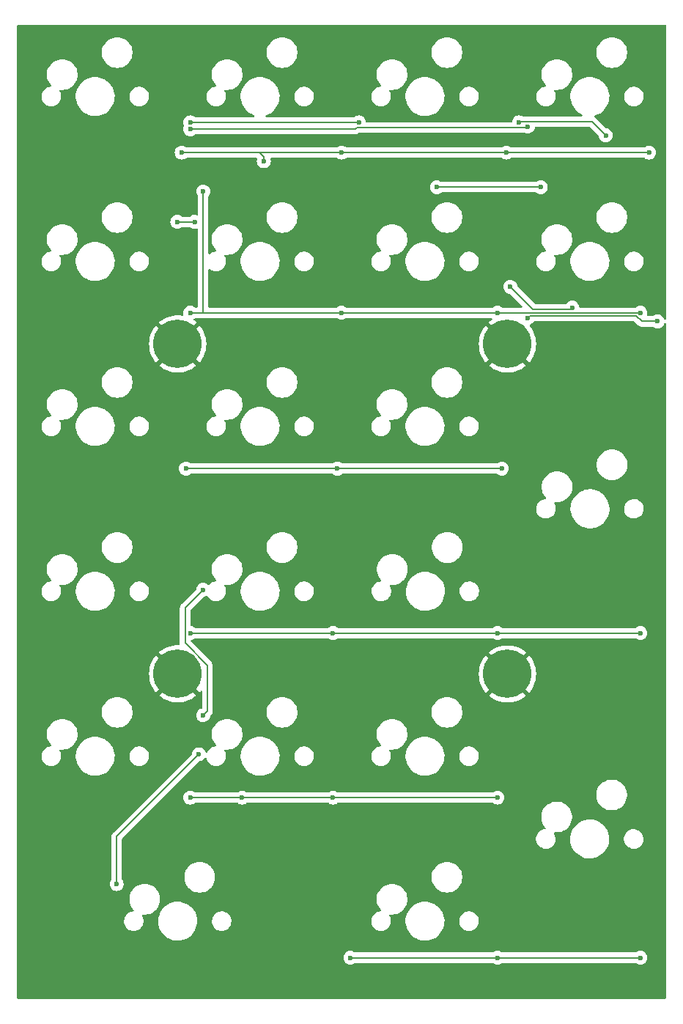
<source format=gbr>
%TF.GenerationSoftware,KiCad,Pcbnew,7.0.11*%
%TF.CreationDate,2025-01-24T11:41:37+01:00*%
%TF.ProjectId,Numpad1,4e756d70-6164-4312-9e6b-696361645f70,rev?*%
%TF.SameCoordinates,Original*%
%TF.FileFunction,Copper,L1,Top*%
%TF.FilePolarity,Positive*%
%FSLAX46Y46*%
G04 Gerber Fmt 4.6, Leading zero omitted, Abs format (unit mm)*
G04 Created by KiCad (PCBNEW 7.0.11) date 2025-01-24 11:41:37*
%MOMM*%
%LPD*%
G01*
G04 APERTURE LIST*
%TA.AperFunction,ComponentPad*%
%ADD10C,5.600000*%
%TD*%
%TA.AperFunction,ViaPad*%
%ADD11C,0.600000*%
%TD*%
%TA.AperFunction,Conductor*%
%ADD12C,0.200000*%
%TD*%
G04 APERTURE END LIST*
D10*
%TO.P,H3,1,1*%
%TO.N,GND*%
X59887500Y-133962500D03*
%TD*%
%TO.P,H2,1,1*%
%TO.N,GND*%
X97987500Y-95862500D03*
%TD*%
%TO.P,H4,1,1*%
%TO.N,GND*%
X97987500Y-133987900D03*
%TD*%
%TO.P,H1,1,1*%
%TO.N,GND*%
X59887500Y-95862500D03*
%TD*%
D11*
%TO.N,GND*%
X98837500Y-80762500D03*
X63837500Y-127262500D03*
X70837500Y-113262500D03*
X79837500Y-114262500D03*
X63337500Y-112762500D03*
X75837500Y-89262500D03*
X66337500Y-89762500D03*
X65837500Y-80762500D03*
X75837500Y-75262500D03*
%TO.N,COL1*%
X61837500Y-81762500D03*
X52837500Y-158262500D03*
X59837500Y-81762500D03*
X62837500Y-124262500D03*
X62837500Y-138762500D03*
X62337500Y-143262500D03*
%TO.N,COL2*%
X61337500Y-70262500D03*
X80837500Y-70262500D03*
%TO.N,COL3*%
X61337500Y-71062503D03*
X100337500Y-70762500D03*
%TO.N,ROW0*%
X69837500Y-74762500D03*
X114337500Y-73762500D03*
X60337500Y-73762500D03*
X78837500Y-73762500D03*
X97837500Y-73762500D03*
%TO.N,ROW1*%
X62837500Y-78262500D03*
X113337500Y-92262500D03*
X78837500Y-92262500D03*
X61337500Y-92262500D03*
X96837500Y-92262500D03*
%TO.N,ROW2*%
X97337500Y-110262500D03*
X78337500Y-110262500D03*
X60837500Y-110262500D03*
%TO.N,ROW3*%
X96837500Y-129262500D03*
X61337500Y-129262500D03*
X113337500Y-129262500D03*
X77837500Y-129262500D03*
%TO.N,ROW4*%
X61337500Y-148262500D03*
X67337500Y-148262500D03*
X77837500Y-148262500D03*
X96837500Y-148262500D03*
%TO.N,ROW5*%
X113337500Y-166762500D03*
X96837500Y-166762500D03*
X79837500Y-166762500D03*
%TO.N,GND*%
X101837500Y-76262500D03*
X94337500Y-76262500D03*
%TO.N,+3.3V*%
X115337500Y-93262500D03*
X100337500Y-92862500D03*
%TO.N,STATUS_LED*%
X101837500Y-77762500D03*
X89837500Y-77762500D03*
%TO.N,RESET*%
X98312500Y-89262500D03*
X105463325Y-91662500D03*
%TO.N,BAT_IN*%
X99337500Y-70262500D03*
X109337500Y-71762500D03*
%TD*%
D12*
%TO.N,COL3*%
X100237500Y-70862500D02*
X100337500Y-70762500D01*
X61337500Y-71062503D02*
X61387503Y-71012500D01*
X61387503Y-71012500D02*
X80438971Y-71012500D01*
X80438971Y-71012500D02*
X80588971Y-70862500D01*
X80588971Y-70862500D02*
X100237500Y-70862500D01*
%TO.N,RESET*%
X100912500Y-91862500D02*
X105263325Y-91862500D01*
X105263325Y-91862500D02*
X105463325Y-91662500D01*
X98312500Y-89262500D02*
X100912500Y-91862500D01*
%TO.N,+3.3V*%
X100337500Y-92862500D02*
X100537500Y-92662500D01*
X112888971Y-92662500D02*
X113488971Y-93262500D01*
X100537500Y-92662500D02*
X112888971Y-92662500D01*
X113488971Y-93262500D02*
X115337500Y-93262500D01*
%TO.N,COL1*%
X60737500Y-126362500D02*
X60737500Y-130428437D01*
X52837500Y-152762500D02*
X52837500Y-158262500D01*
X63337500Y-133028437D02*
X63337500Y-138262500D01*
X63337500Y-138262500D02*
X62837500Y-138762500D01*
X62337500Y-143262500D02*
X52837500Y-152762500D01*
X60737500Y-130428437D02*
X63337500Y-133028437D01*
X59837500Y-81762500D02*
X61837500Y-81762500D01*
X62837500Y-124262500D02*
X60737500Y-126362500D01*
%TO.N,COL2*%
X61337500Y-70262500D02*
X80837500Y-70262500D01*
%TO.N,ROW0*%
X69837500Y-74262500D02*
X69337500Y-73762500D01*
X69837500Y-74762500D02*
X69837500Y-74262500D01*
X69337500Y-73762500D02*
X78837500Y-73762500D01*
X78837500Y-73762500D02*
X97837500Y-73762500D01*
X97837500Y-73762500D02*
X114337500Y-73762500D01*
X60337500Y-73762500D02*
X69337500Y-73762500D01*
%TO.N,ROW1*%
X78837500Y-92262500D02*
X96837500Y-92262500D01*
X96837500Y-92262500D02*
X113337500Y-92262500D01*
X61337500Y-92262500D02*
X62837500Y-92262500D01*
X62837500Y-92262500D02*
X78837500Y-92262500D01*
X62837500Y-78262500D02*
X62837500Y-92262500D01*
%TO.N,ROW2*%
X60837500Y-110262500D02*
X78337500Y-110262500D01*
X78337500Y-110262500D02*
X97337500Y-110262500D01*
%TO.N,ROW3*%
X77837500Y-129262500D02*
X96837500Y-129262500D01*
X96837500Y-129262500D02*
X113337500Y-129262500D01*
X61337500Y-129262500D02*
X77837500Y-129262500D01*
%TO.N,ROW4*%
X61337500Y-148262500D02*
X67337500Y-148262500D01*
X77837500Y-148262500D02*
X96837500Y-148262500D01*
X67337500Y-148262500D02*
X77837500Y-148262500D01*
%TO.N,ROW5*%
X96837500Y-166762500D02*
X113337500Y-166762500D01*
X79837500Y-166762500D02*
X96837500Y-166762500D01*
%TO.N,GND*%
X101837500Y-76262500D02*
X94337500Y-76262500D01*
%TO.N,STATUS_LED*%
X101837500Y-77762500D02*
X89837500Y-77762500D01*
%TO.N,BAT_IN*%
X99337500Y-70262500D02*
X99437500Y-70162500D01*
X107737500Y-70162500D02*
X109337500Y-71762500D01*
X99437500Y-70162500D02*
X107737500Y-70162500D01*
%TD*%
%TA.AperFunction,Conductor*%
%TO.N,GND*%
G36*
X116280539Y-59019685D02*
G01*
X116326294Y-59072489D01*
X116337500Y-59124000D01*
X116337500Y-92966814D01*
X116317815Y-93033853D01*
X116265011Y-93079608D01*
X116195853Y-93089552D01*
X116132297Y-93060527D01*
X116096459Y-93007769D01*
X116063290Y-92912980D01*
X116050305Y-92892314D01*
X115967316Y-92760238D01*
X115839762Y-92632684D01*
X115806879Y-92612022D01*
X115687023Y-92536711D01*
X115516754Y-92477131D01*
X115516749Y-92477130D01*
X115337504Y-92456935D01*
X115337496Y-92456935D01*
X115158250Y-92477130D01*
X115158245Y-92477131D01*
X114987976Y-92536711D01*
X114835236Y-92632685D01*
X114832403Y-92634945D01*
X114830224Y-92635834D01*
X114829342Y-92636389D01*
X114829244Y-92636234D01*
X114767717Y-92661355D01*
X114755088Y-92662000D01*
X114220563Y-92662000D01*
X114153524Y-92642315D01*
X114107769Y-92589511D01*
X114097825Y-92520353D01*
X114103522Y-92497045D01*
X114122866Y-92441762D01*
X114122869Y-92441749D01*
X114143065Y-92262503D01*
X114143065Y-92262496D01*
X114122869Y-92083250D01*
X114122868Y-92083245D01*
X114063288Y-91912976D01*
X113967315Y-91760237D01*
X113839762Y-91632684D01*
X113687023Y-91536711D01*
X113516754Y-91477131D01*
X113516749Y-91477130D01*
X113337504Y-91456935D01*
X113337496Y-91456935D01*
X113158250Y-91477130D01*
X113158245Y-91477131D01*
X112987976Y-91536711D01*
X112835236Y-91632685D01*
X112832403Y-91634945D01*
X112830224Y-91635834D01*
X112829342Y-91636389D01*
X112829244Y-91636234D01*
X112767717Y-91661355D01*
X112755088Y-91662000D01*
X106379647Y-91662000D01*
X106312608Y-91642315D01*
X106266853Y-91589511D01*
X106256427Y-91551883D01*
X106248694Y-91483250D01*
X106248693Y-91483248D01*
X106248693Y-91483245D01*
X106189114Y-91312978D01*
X106093141Y-91160238D01*
X105965587Y-91032684D01*
X105812848Y-90936711D01*
X105642579Y-90877131D01*
X105642574Y-90877130D01*
X105463329Y-90856935D01*
X105463321Y-90856935D01*
X105284075Y-90877130D01*
X105284070Y-90877131D01*
X105113801Y-90936711D01*
X104961062Y-91032684D01*
X104833507Y-91160239D01*
X104806028Y-91203973D01*
X104753694Y-91250263D01*
X104701035Y-91262000D01*
X101212597Y-91262000D01*
X101145558Y-91242315D01*
X101124916Y-91225681D01*
X99143200Y-89243965D01*
X99109715Y-89182642D01*
X99107663Y-89170186D01*
X99097868Y-89083245D01*
X99038289Y-88912978D01*
X98942316Y-88760238D01*
X98814762Y-88632684D01*
X98719636Y-88572912D01*
X98662023Y-88536711D01*
X98491754Y-88477131D01*
X98491749Y-88477130D01*
X98312504Y-88456935D01*
X98312496Y-88456935D01*
X98133250Y-88477130D01*
X98133245Y-88477131D01*
X97962976Y-88536711D01*
X97810237Y-88632684D01*
X97682684Y-88760237D01*
X97586711Y-88912976D01*
X97527131Y-89083245D01*
X97527130Y-89083250D01*
X97506935Y-89262496D01*
X97506935Y-89262503D01*
X97527130Y-89441749D01*
X97527131Y-89441754D01*
X97586711Y-89612023D01*
X97682684Y-89764762D01*
X97810238Y-89892316D01*
X97962978Y-89988289D01*
X98133245Y-90047868D01*
X98220169Y-90057661D01*
X98284580Y-90084726D01*
X98293965Y-90093200D01*
X99651084Y-91450319D01*
X99684569Y-91511642D01*
X99679585Y-91581334D01*
X99637713Y-91637267D01*
X99572249Y-91661684D01*
X99563403Y-91662000D01*
X97419912Y-91662000D01*
X97352873Y-91642315D01*
X97342597Y-91634945D01*
X97339763Y-91632685D01*
X97339762Y-91632684D01*
X97258039Y-91581334D01*
X97187023Y-91536711D01*
X97016754Y-91477131D01*
X97016749Y-91477130D01*
X96837504Y-91456935D01*
X96837496Y-91456935D01*
X96658250Y-91477130D01*
X96658245Y-91477131D01*
X96487976Y-91536711D01*
X96335236Y-91632685D01*
X96332403Y-91634945D01*
X96330224Y-91635834D01*
X96329342Y-91636389D01*
X96329244Y-91636234D01*
X96267717Y-91661355D01*
X96255088Y-91662000D01*
X79419912Y-91662000D01*
X79352873Y-91642315D01*
X79342597Y-91634945D01*
X79339763Y-91632685D01*
X79339762Y-91632684D01*
X79258039Y-91581334D01*
X79187023Y-91536711D01*
X79016754Y-91477131D01*
X79016749Y-91477130D01*
X78837504Y-91456935D01*
X78837496Y-91456935D01*
X78658250Y-91477130D01*
X78658245Y-91477131D01*
X78487976Y-91536711D01*
X78335236Y-91632685D01*
X78332403Y-91634945D01*
X78330224Y-91635834D01*
X78329342Y-91636389D01*
X78329244Y-91636234D01*
X78267717Y-91661355D01*
X78255088Y-91662000D01*
X63562000Y-91662000D01*
X63494961Y-91642315D01*
X63449206Y-91589511D01*
X63438000Y-91538000D01*
X63438000Y-87327613D01*
X63457685Y-87260574D01*
X63510489Y-87214819D01*
X63579647Y-87204875D01*
X63629040Y-87223298D01*
X63633595Y-87226225D01*
X63633597Y-87226227D01*
X63814420Y-87342435D01*
X64013968Y-87422322D01*
X64119498Y-87442661D01*
X64225027Y-87463000D01*
X64225028Y-87463000D01*
X64386112Y-87463000D01*
X64386118Y-87463000D01*
X64546471Y-87447688D01*
X64752709Y-87387131D01*
X64943759Y-87288638D01*
X65112717Y-87155768D01*
X65253476Y-86993324D01*
X65360948Y-86807177D01*
X65431250Y-86604054D01*
X65458737Y-86412873D01*
X67158223Y-86412873D01*
X67188381Y-86712660D01*
X67188382Y-86712662D01*
X67258228Y-87005752D01*
X67258233Y-87005766D01*
X67366520Y-87286927D01*
X67366524Y-87286936D01*
X67511325Y-87551165D01*
X67511329Y-87551171D01*
X67690051Y-87793734D01*
X67690054Y-87793738D01*
X67690061Y-87793745D01*
X67899519Y-88010323D01*
X68135978Y-88197053D01*
X68135980Y-88197054D01*
X68135985Y-88197058D01*
X68395230Y-88350609D01*
X68672628Y-88468236D01*
X68963229Y-88547840D01*
X69261847Y-88588000D01*
X69261851Y-88588000D01*
X69487752Y-88588000D01*
X69651664Y-88577026D01*
X69713134Y-88572912D01*
X70008403Y-88512896D01*
X70293037Y-88414060D01*
X70561959Y-88278168D01*
X70810369Y-88107644D01*
X71033833Y-87905532D01*
X71228365Y-87675439D01*
X71390493Y-87421470D01*
X71517323Y-87148158D01*
X71606593Y-86860379D01*
X71656709Y-86563270D01*
X71666056Y-86283702D01*
X73363160Y-86283702D01*
X73373387Y-86498401D01*
X73399019Y-86604057D01*
X73424063Y-86707290D01*
X73513354Y-86902810D01*
X73638034Y-87077899D01*
X73638035Y-87077900D01*
X73638040Y-87077906D01*
X73793594Y-87226225D01*
X73793596Y-87226226D01*
X73793597Y-87226227D01*
X73974420Y-87342435D01*
X74173968Y-87422322D01*
X74279498Y-87442661D01*
X74385027Y-87463000D01*
X74385028Y-87463000D01*
X74546112Y-87463000D01*
X74546118Y-87463000D01*
X74706471Y-87447688D01*
X74912709Y-87387131D01*
X75103759Y-87288638D01*
X75272717Y-87155768D01*
X75413476Y-86993324D01*
X75520948Y-86807177D01*
X75591250Y-86604054D01*
X75621839Y-86391297D01*
X75616714Y-86283702D01*
X82253160Y-86283702D01*
X82263387Y-86498401D01*
X82289019Y-86604057D01*
X82314063Y-86707290D01*
X82403354Y-86902810D01*
X82528034Y-87077899D01*
X82528035Y-87077900D01*
X82528040Y-87077906D01*
X82683594Y-87226225D01*
X82683596Y-87226226D01*
X82683597Y-87226227D01*
X82864420Y-87342435D01*
X83063968Y-87422322D01*
X83169498Y-87442661D01*
X83275027Y-87463000D01*
X83275028Y-87463000D01*
X83436112Y-87463000D01*
X83436118Y-87463000D01*
X83596471Y-87447688D01*
X83802709Y-87387131D01*
X83993759Y-87288638D01*
X84162717Y-87155768D01*
X84303476Y-86993324D01*
X84410948Y-86807177D01*
X84481250Y-86604054D01*
X84508737Y-86412873D01*
X86208223Y-86412873D01*
X86238381Y-86712660D01*
X86238382Y-86712662D01*
X86308228Y-87005752D01*
X86308233Y-87005766D01*
X86416520Y-87286927D01*
X86416524Y-87286936D01*
X86561325Y-87551165D01*
X86561329Y-87551171D01*
X86740051Y-87793734D01*
X86740054Y-87793738D01*
X86740061Y-87793745D01*
X86949519Y-88010323D01*
X87185978Y-88197053D01*
X87185980Y-88197054D01*
X87185985Y-88197058D01*
X87445230Y-88350609D01*
X87722628Y-88468236D01*
X88013229Y-88547840D01*
X88311847Y-88588000D01*
X88311851Y-88588000D01*
X88537752Y-88588000D01*
X88701664Y-88577026D01*
X88763134Y-88572912D01*
X89058403Y-88512896D01*
X89343037Y-88414060D01*
X89611959Y-88278168D01*
X89860369Y-88107644D01*
X90083833Y-87905532D01*
X90278365Y-87675439D01*
X90440493Y-87421470D01*
X90567323Y-87148158D01*
X90656593Y-86860379D01*
X90706709Y-86563270D01*
X90716056Y-86283702D01*
X92413160Y-86283702D01*
X92423387Y-86498401D01*
X92449019Y-86604057D01*
X92474063Y-86707290D01*
X92563354Y-86902810D01*
X92688034Y-87077899D01*
X92688035Y-87077900D01*
X92688040Y-87077906D01*
X92843594Y-87226225D01*
X92843596Y-87226226D01*
X92843597Y-87226227D01*
X93024420Y-87342435D01*
X93223968Y-87422322D01*
X93329498Y-87442661D01*
X93435027Y-87463000D01*
X93435028Y-87463000D01*
X93596112Y-87463000D01*
X93596118Y-87463000D01*
X93756471Y-87447688D01*
X93962709Y-87387131D01*
X94153759Y-87288638D01*
X94322717Y-87155768D01*
X94463476Y-86993324D01*
X94570948Y-86807177D01*
X94641250Y-86604054D01*
X94671839Y-86391297D01*
X94666714Y-86283702D01*
X101303160Y-86283702D01*
X101313387Y-86498401D01*
X101339019Y-86604057D01*
X101364063Y-86707290D01*
X101453354Y-86902810D01*
X101578034Y-87077899D01*
X101578035Y-87077900D01*
X101578040Y-87077906D01*
X101733594Y-87226225D01*
X101733596Y-87226226D01*
X101733597Y-87226227D01*
X101914420Y-87342435D01*
X102113968Y-87422322D01*
X102219498Y-87442661D01*
X102325027Y-87463000D01*
X102325028Y-87463000D01*
X102486112Y-87463000D01*
X102486118Y-87463000D01*
X102646471Y-87447688D01*
X102852709Y-87387131D01*
X103043759Y-87288638D01*
X103212717Y-87155768D01*
X103353476Y-86993324D01*
X103460948Y-86807177D01*
X103531250Y-86604054D01*
X103558737Y-86412873D01*
X105258223Y-86412873D01*
X105288381Y-86712660D01*
X105288382Y-86712662D01*
X105358228Y-87005752D01*
X105358233Y-87005766D01*
X105466520Y-87286927D01*
X105466524Y-87286936D01*
X105611325Y-87551165D01*
X105611329Y-87551171D01*
X105790051Y-87793734D01*
X105790054Y-87793738D01*
X105790061Y-87793745D01*
X105999519Y-88010323D01*
X106235978Y-88197053D01*
X106235980Y-88197054D01*
X106235985Y-88197058D01*
X106495230Y-88350609D01*
X106772628Y-88468236D01*
X107063229Y-88547840D01*
X107361847Y-88588000D01*
X107361851Y-88588000D01*
X107587752Y-88588000D01*
X107751664Y-88577026D01*
X107813134Y-88572912D01*
X108108403Y-88512896D01*
X108393037Y-88414060D01*
X108661959Y-88278168D01*
X108910369Y-88107644D01*
X109133833Y-87905532D01*
X109328365Y-87675439D01*
X109490493Y-87421470D01*
X109617323Y-87148158D01*
X109706593Y-86860379D01*
X109756709Y-86563270D01*
X109766056Y-86283702D01*
X111463160Y-86283702D01*
X111473387Y-86498401D01*
X111499019Y-86604057D01*
X111524063Y-86707290D01*
X111613354Y-86902810D01*
X111738034Y-87077899D01*
X111738035Y-87077900D01*
X111738040Y-87077906D01*
X111893594Y-87226225D01*
X111893596Y-87226226D01*
X111893597Y-87226227D01*
X112074420Y-87342435D01*
X112273968Y-87422322D01*
X112379498Y-87442661D01*
X112485027Y-87463000D01*
X112485028Y-87463000D01*
X112646112Y-87463000D01*
X112646118Y-87463000D01*
X112806471Y-87447688D01*
X113012709Y-87387131D01*
X113203759Y-87288638D01*
X113372717Y-87155768D01*
X113513476Y-86993324D01*
X113620948Y-86807177D01*
X113691250Y-86604054D01*
X113721839Y-86391297D01*
X113711612Y-86176596D01*
X113660937Y-85967710D01*
X113571646Y-85772190D01*
X113446966Y-85597101D01*
X113446964Y-85597099D01*
X113446959Y-85597093D01*
X113291405Y-85448774D01*
X113110580Y-85332565D01*
X112911030Y-85252677D01*
X112699973Y-85212000D01*
X112699972Y-85212000D01*
X112538882Y-85212000D01*
X112378550Y-85227310D01*
X112378529Y-85227312D01*
X112378525Y-85227313D01*
X112172293Y-85287868D01*
X111981236Y-85386364D01*
X111812285Y-85519229D01*
X111812282Y-85519233D01*
X111671521Y-85681678D01*
X111564053Y-85867819D01*
X111493751Y-86070942D01*
X111493750Y-86070944D01*
X111463161Y-86283700D01*
X111463160Y-86283702D01*
X109766056Y-86283702D01*
X109766777Y-86262131D01*
X109736618Y-85962338D01*
X109666769Y-85669239D01*
X109558477Y-85388066D01*
X109413675Y-85123835D01*
X109375357Y-85071830D01*
X109329284Y-85009298D01*
X109234946Y-84881262D01*
X109025480Y-84664676D01*
X108902242Y-84567356D01*
X108789021Y-84477946D01*
X108789017Y-84477943D01*
X108789015Y-84477942D01*
X108529770Y-84324391D01*
X108252372Y-84206764D01*
X108252363Y-84206761D01*
X107961772Y-84127160D01*
X107887116Y-84117120D01*
X107663153Y-84087000D01*
X107437256Y-84087000D01*
X107437248Y-84087000D01*
X107211868Y-84102087D01*
X107211859Y-84102089D01*
X106916594Y-84162104D01*
X106631964Y-84260939D01*
X106631959Y-84260941D01*
X106363046Y-84396828D01*
X106114625Y-84567360D01*
X105891165Y-84769469D01*
X105696632Y-84999564D01*
X105534506Y-85253530D01*
X105534505Y-85253532D01*
X105420654Y-85498877D01*
X105407677Y-85526842D01*
X105407676Y-85526846D01*
X105318407Y-85814618D01*
X105309433Y-85867823D01*
X105268291Y-86111730D01*
X105262542Y-86283702D01*
X105258223Y-86412873D01*
X103558737Y-86412873D01*
X103561839Y-86391297D01*
X103551612Y-86176596D01*
X103500937Y-85967710D01*
X103411646Y-85772190D01*
X103411644Y-85772187D01*
X103411643Y-85772185D01*
X103402496Y-85759340D01*
X103379644Y-85693313D01*
X103396118Y-85625413D01*
X103446685Y-85577198D01*
X103512770Y-85563761D01*
X103540477Y-85565837D01*
X103636038Y-85572999D01*
X103636054Y-85572999D01*
X103636058Y-85573000D01*
X103636060Y-85573000D01*
X103768940Y-85573000D01*
X103768942Y-85573000D01*
X103768944Y-85572999D01*
X103768963Y-85572999D01*
X103967857Y-85558094D01*
X103967859Y-85558094D01*
X103967861Y-85558093D01*
X103967867Y-85558093D01*
X104227305Y-85498877D01*
X104475021Y-85401656D01*
X104705480Y-85268601D01*
X104913533Y-85102683D01*
X105094535Y-84907610D01*
X105244440Y-84687740D01*
X105359901Y-84447982D01*
X105438339Y-84193694D01*
X105443101Y-84162104D01*
X105477999Y-83930562D01*
X105478000Y-83930553D01*
X105478000Y-83664446D01*
X105477999Y-83664437D01*
X105438340Y-83401310D01*
X105438338Y-83401304D01*
X105359901Y-83147018D01*
X105244440Y-82907261D01*
X105094535Y-82687390D01*
X105019788Y-82606832D01*
X104913537Y-82492320D01*
X104869103Y-82456885D01*
X104705480Y-82326399D01*
X104475021Y-82193344D01*
X104475022Y-82193344D01*
X104227310Y-82096125D01*
X104227305Y-82096123D01*
X104227296Y-82096121D01*
X104227293Y-82096120D01*
X103967858Y-82036905D01*
X103768963Y-82022000D01*
X103768942Y-82022000D01*
X103636058Y-82022000D01*
X103636036Y-82022000D01*
X103437142Y-82036905D01*
X103437140Y-82036905D01*
X103177706Y-82096120D01*
X103177698Y-82096122D01*
X103177695Y-82096123D01*
X103177692Y-82096123D01*
X103177689Y-82096125D01*
X102929978Y-82193344D01*
X102699520Y-82326399D01*
X102491462Y-82492320D01*
X102310465Y-82687389D01*
X102160556Y-82907266D01*
X102160555Y-82907267D01*
X102045100Y-83147014D01*
X101966661Y-83401304D01*
X101966659Y-83401310D01*
X101927000Y-83664437D01*
X101927000Y-83930562D01*
X101966659Y-84193689D01*
X101966661Y-84193695D01*
X102045100Y-84447985D01*
X102160555Y-84687730D01*
X102160557Y-84687733D01*
X102160560Y-84687739D01*
X102310465Y-84907610D01*
X102395783Y-84999561D01*
X102404818Y-85009298D01*
X102435986Y-85071830D01*
X102428399Y-85141287D01*
X102384466Y-85195615D01*
X102325706Y-85217077D01*
X102218539Y-85227310D01*
X102218530Y-85227311D01*
X102218529Y-85227312D01*
X102218527Y-85227312D01*
X102218525Y-85227313D01*
X102012293Y-85287868D01*
X101821236Y-85386364D01*
X101652285Y-85519229D01*
X101652282Y-85519233D01*
X101511521Y-85681678D01*
X101404053Y-85867819D01*
X101333751Y-86070942D01*
X101333750Y-86070944D01*
X101303161Y-86283700D01*
X101303160Y-86283702D01*
X94666714Y-86283702D01*
X94661612Y-86176596D01*
X94610937Y-85967710D01*
X94521646Y-85772190D01*
X94396966Y-85597101D01*
X94396964Y-85597099D01*
X94396959Y-85597093D01*
X94241405Y-85448774D01*
X94060580Y-85332565D01*
X93861030Y-85252677D01*
X93649973Y-85212000D01*
X93649972Y-85212000D01*
X93488882Y-85212000D01*
X93328550Y-85227310D01*
X93328529Y-85227312D01*
X93328525Y-85227313D01*
X93122293Y-85287868D01*
X92931236Y-85386364D01*
X92762285Y-85519229D01*
X92762282Y-85519233D01*
X92621521Y-85681678D01*
X92514053Y-85867819D01*
X92443751Y-86070942D01*
X92443750Y-86070944D01*
X92413161Y-86283700D01*
X92413160Y-86283702D01*
X90716056Y-86283702D01*
X90716777Y-86262131D01*
X90686618Y-85962338D01*
X90616769Y-85669239D01*
X90508477Y-85388066D01*
X90363675Y-85123835D01*
X90325357Y-85071830D01*
X90279284Y-85009298D01*
X90184946Y-84881262D01*
X89975480Y-84664676D01*
X89852242Y-84567356D01*
X89739021Y-84477946D01*
X89739017Y-84477943D01*
X89739015Y-84477942D01*
X89479770Y-84324391D01*
X89202372Y-84206764D01*
X89202363Y-84206761D01*
X88911772Y-84127160D01*
X88837116Y-84117120D01*
X88613153Y-84087000D01*
X88387256Y-84087000D01*
X88387248Y-84087000D01*
X88161868Y-84102087D01*
X88161859Y-84102089D01*
X87866594Y-84162104D01*
X87581964Y-84260939D01*
X87581959Y-84260941D01*
X87313046Y-84396828D01*
X87064625Y-84567360D01*
X86841165Y-84769469D01*
X86646632Y-84999564D01*
X86484506Y-85253530D01*
X86484505Y-85253532D01*
X86370654Y-85498877D01*
X86357677Y-85526842D01*
X86357676Y-85526846D01*
X86268407Y-85814618D01*
X86259433Y-85867823D01*
X86218291Y-86111730D01*
X86212542Y-86283702D01*
X86208223Y-86412873D01*
X84508737Y-86412873D01*
X84511839Y-86391297D01*
X84501612Y-86176596D01*
X84450937Y-85967710D01*
X84361646Y-85772190D01*
X84361644Y-85772187D01*
X84361643Y-85772185D01*
X84352496Y-85759340D01*
X84329644Y-85693313D01*
X84346118Y-85625413D01*
X84396685Y-85577198D01*
X84462770Y-85563761D01*
X84490477Y-85565837D01*
X84586038Y-85572999D01*
X84586054Y-85572999D01*
X84586058Y-85573000D01*
X84586060Y-85573000D01*
X84718940Y-85573000D01*
X84718942Y-85573000D01*
X84718944Y-85572999D01*
X84718963Y-85572999D01*
X84917857Y-85558094D01*
X84917859Y-85558094D01*
X84917861Y-85558093D01*
X84917867Y-85558093D01*
X85177305Y-85498877D01*
X85425021Y-85401656D01*
X85655480Y-85268601D01*
X85863533Y-85102683D01*
X86044535Y-84907610D01*
X86194440Y-84687740D01*
X86309901Y-84447982D01*
X86388339Y-84193694D01*
X86393101Y-84162104D01*
X86427999Y-83930562D01*
X86428000Y-83930553D01*
X86428000Y-83664446D01*
X86427999Y-83664437D01*
X86388340Y-83401310D01*
X86388338Y-83401304D01*
X86309901Y-83147018D01*
X86194440Y-82907261D01*
X86044535Y-82687390D01*
X85969788Y-82606832D01*
X85863537Y-82492320D01*
X85819103Y-82456885D01*
X85655480Y-82326399D01*
X85425021Y-82193344D01*
X85425022Y-82193344D01*
X85177310Y-82096125D01*
X85177305Y-82096123D01*
X85177296Y-82096121D01*
X85177293Y-82096120D01*
X84917858Y-82036905D01*
X84718963Y-82022000D01*
X84718942Y-82022000D01*
X84586058Y-82022000D01*
X84586036Y-82022000D01*
X84387142Y-82036905D01*
X84387140Y-82036905D01*
X84127706Y-82096120D01*
X84127698Y-82096122D01*
X84127695Y-82096123D01*
X84127692Y-82096123D01*
X84127689Y-82096125D01*
X83879978Y-82193344D01*
X83649520Y-82326399D01*
X83441462Y-82492320D01*
X83260465Y-82687389D01*
X83110556Y-82907266D01*
X83110555Y-82907267D01*
X82995100Y-83147014D01*
X82916661Y-83401304D01*
X82916659Y-83401310D01*
X82877000Y-83664437D01*
X82877000Y-83930562D01*
X82916659Y-84193689D01*
X82916661Y-84193695D01*
X82995100Y-84447985D01*
X83110555Y-84687730D01*
X83110557Y-84687733D01*
X83110560Y-84687739D01*
X83260465Y-84907610D01*
X83345783Y-84999561D01*
X83354818Y-85009298D01*
X83385986Y-85071830D01*
X83378399Y-85141287D01*
X83334466Y-85195615D01*
X83275706Y-85217077D01*
X83168539Y-85227310D01*
X83168530Y-85227311D01*
X83168529Y-85227312D01*
X83168527Y-85227312D01*
X83168525Y-85227313D01*
X82962293Y-85287868D01*
X82771236Y-85386364D01*
X82602285Y-85519229D01*
X82602282Y-85519233D01*
X82461521Y-85681678D01*
X82354053Y-85867819D01*
X82283751Y-86070942D01*
X82283750Y-86070944D01*
X82253161Y-86283700D01*
X82253160Y-86283702D01*
X75616714Y-86283702D01*
X75611612Y-86176596D01*
X75560937Y-85967710D01*
X75471646Y-85772190D01*
X75346966Y-85597101D01*
X75346964Y-85597099D01*
X75346959Y-85597093D01*
X75191405Y-85448774D01*
X75010580Y-85332565D01*
X74811030Y-85252677D01*
X74599973Y-85212000D01*
X74599972Y-85212000D01*
X74438882Y-85212000D01*
X74278550Y-85227310D01*
X74278529Y-85227312D01*
X74278525Y-85227313D01*
X74072293Y-85287868D01*
X73881236Y-85386364D01*
X73712285Y-85519229D01*
X73712282Y-85519233D01*
X73571521Y-85681678D01*
X73464053Y-85867819D01*
X73393751Y-86070942D01*
X73393750Y-86070944D01*
X73363161Y-86283700D01*
X73363160Y-86283702D01*
X71666056Y-86283702D01*
X71666777Y-86262131D01*
X71636618Y-85962338D01*
X71566769Y-85669239D01*
X71458477Y-85388066D01*
X71313675Y-85123835D01*
X71275357Y-85071830D01*
X71229284Y-85009298D01*
X71134946Y-84881262D01*
X70925480Y-84664676D01*
X70802242Y-84567356D01*
X70689021Y-84477946D01*
X70689017Y-84477943D01*
X70689015Y-84477942D01*
X70429770Y-84324391D01*
X70152372Y-84206764D01*
X70152363Y-84206761D01*
X69861772Y-84127160D01*
X69787116Y-84117120D01*
X69563153Y-84087000D01*
X69337256Y-84087000D01*
X69337248Y-84087000D01*
X69111868Y-84102087D01*
X69111859Y-84102089D01*
X68816594Y-84162104D01*
X68531964Y-84260939D01*
X68531959Y-84260941D01*
X68263046Y-84396828D01*
X68014625Y-84567360D01*
X67791165Y-84769469D01*
X67596632Y-84999564D01*
X67434506Y-85253530D01*
X67434505Y-85253532D01*
X67320654Y-85498877D01*
X67307677Y-85526842D01*
X67307676Y-85526846D01*
X67218407Y-85814618D01*
X67209433Y-85867823D01*
X67168291Y-86111730D01*
X67162542Y-86283702D01*
X67158223Y-86412873D01*
X65458737Y-86412873D01*
X65461839Y-86391297D01*
X65451612Y-86176596D01*
X65400937Y-85967710D01*
X65311646Y-85772190D01*
X65311644Y-85772187D01*
X65311643Y-85772185D01*
X65302496Y-85759340D01*
X65279644Y-85693313D01*
X65296118Y-85625413D01*
X65346685Y-85577198D01*
X65412770Y-85563761D01*
X65440477Y-85565837D01*
X65536038Y-85572999D01*
X65536054Y-85572999D01*
X65536058Y-85573000D01*
X65536060Y-85573000D01*
X65668940Y-85573000D01*
X65668942Y-85573000D01*
X65668944Y-85572999D01*
X65668963Y-85572999D01*
X65867857Y-85558094D01*
X65867859Y-85558094D01*
X65867861Y-85558093D01*
X65867867Y-85558093D01*
X66127305Y-85498877D01*
X66375021Y-85401656D01*
X66605480Y-85268601D01*
X66813533Y-85102683D01*
X66994535Y-84907610D01*
X67144440Y-84687740D01*
X67259901Y-84447982D01*
X67338339Y-84193694D01*
X67343101Y-84162104D01*
X67377999Y-83930562D01*
X67378000Y-83930553D01*
X67378000Y-83664446D01*
X67377999Y-83664437D01*
X67338340Y-83401310D01*
X67338338Y-83401304D01*
X67259901Y-83147018D01*
X67144440Y-82907261D01*
X66994535Y-82687390D01*
X66919788Y-82606832D01*
X66813537Y-82492320D01*
X66769103Y-82456885D01*
X66605480Y-82326399D01*
X66375021Y-82193344D01*
X66375022Y-82193344D01*
X66127310Y-82096125D01*
X66127305Y-82096123D01*
X66127296Y-82096121D01*
X66127293Y-82096120D01*
X65867858Y-82036905D01*
X65668963Y-82022000D01*
X65668942Y-82022000D01*
X65536058Y-82022000D01*
X65536036Y-82022000D01*
X65337142Y-82036905D01*
X65337140Y-82036905D01*
X65077706Y-82096120D01*
X65077698Y-82096122D01*
X65077695Y-82096123D01*
X65077692Y-82096123D01*
X65077689Y-82096125D01*
X64829978Y-82193344D01*
X64599520Y-82326399D01*
X64391462Y-82492320D01*
X64210465Y-82687389D01*
X64060556Y-82907266D01*
X64060555Y-82907267D01*
X63945100Y-83147014D01*
X63866661Y-83401304D01*
X63866659Y-83401310D01*
X63827000Y-83664437D01*
X63827000Y-83930562D01*
X63866659Y-84193689D01*
X63866661Y-84193695D01*
X63945100Y-84447985D01*
X64060555Y-84687730D01*
X64060557Y-84687733D01*
X64060560Y-84687739D01*
X64210465Y-84907610D01*
X64295783Y-84999561D01*
X64304818Y-85009298D01*
X64335986Y-85071830D01*
X64328399Y-85141287D01*
X64284466Y-85195615D01*
X64225706Y-85217077D01*
X64118539Y-85227310D01*
X64118530Y-85227311D01*
X64118529Y-85227312D01*
X64118527Y-85227312D01*
X64118525Y-85227313D01*
X63912293Y-85287868D01*
X63721240Y-85386362D01*
X63638652Y-85451311D01*
X63573787Y-85477279D01*
X63505180Y-85464056D01*
X63454613Y-85415840D01*
X63438000Y-85353840D01*
X63438000Y-81390562D01*
X70177000Y-81390562D01*
X70216659Y-81653689D01*
X70216661Y-81653695D01*
X70295100Y-81907985D01*
X70410555Y-82147730D01*
X70410557Y-82147733D01*
X70410560Y-82147739D01*
X70560465Y-82367610D01*
X70583389Y-82392316D01*
X70741462Y-82562679D01*
X70741466Y-82562682D01*
X70741467Y-82562683D01*
X70949520Y-82728601D01*
X71179979Y-82861656D01*
X71427695Y-82958877D01*
X71687133Y-83018093D01*
X71687138Y-83018093D01*
X71687141Y-83018094D01*
X71886036Y-83032999D01*
X71886055Y-83032999D01*
X71886058Y-83033000D01*
X71886060Y-83033000D01*
X72018940Y-83033000D01*
X72018942Y-83033000D01*
X72018944Y-83032999D01*
X72018963Y-83032999D01*
X72217857Y-83018094D01*
X72217859Y-83018094D01*
X72217861Y-83018093D01*
X72217867Y-83018093D01*
X72477305Y-82958877D01*
X72725021Y-82861656D01*
X72955480Y-82728601D01*
X73163533Y-82562683D01*
X73177279Y-82547869D01*
X73204065Y-82518999D01*
X73344535Y-82367610D01*
X73494440Y-82147740D01*
X73609901Y-81907982D01*
X73688339Y-81653694D01*
X73727999Y-81390562D01*
X89227000Y-81390562D01*
X89266659Y-81653689D01*
X89266661Y-81653695D01*
X89345100Y-81907985D01*
X89460555Y-82147730D01*
X89460557Y-82147733D01*
X89460560Y-82147739D01*
X89610465Y-82367610D01*
X89633389Y-82392316D01*
X89791462Y-82562679D01*
X89791466Y-82562682D01*
X89791467Y-82562683D01*
X89999520Y-82728601D01*
X90229979Y-82861656D01*
X90477695Y-82958877D01*
X90737133Y-83018093D01*
X90737138Y-83018093D01*
X90737141Y-83018094D01*
X90936036Y-83032999D01*
X90936055Y-83032999D01*
X90936058Y-83033000D01*
X90936060Y-83033000D01*
X91068940Y-83033000D01*
X91068942Y-83033000D01*
X91068944Y-83032999D01*
X91068963Y-83032999D01*
X91267857Y-83018094D01*
X91267859Y-83018094D01*
X91267861Y-83018093D01*
X91267867Y-83018093D01*
X91527305Y-82958877D01*
X91775021Y-82861656D01*
X92005480Y-82728601D01*
X92213533Y-82562683D01*
X92227279Y-82547869D01*
X92254065Y-82518999D01*
X92394535Y-82367610D01*
X92544440Y-82147740D01*
X92659901Y-81907982D01*
X92738339Y-81653694D01*
X92777999Y-81390562D01*
X108277000Y-81390562D01*
X108316659Y-81653689D01*
X108316661Y-81653695D01*
X108395100Y-81907985D01*
X108510555Y-82147730D01*
X108510557Y-82147733D01*
X108510560Y-82147739D01*
X108660465Y-82367610D01*
X108683389Y-82392316D01*
X108841462Y-82562679D01*
X108841466Y-82562682D01*
X108841467Y-82562683D01*
X109049520Y-82728601D01*
X109279979Y-82861656D01*
X109527695Y-82958877D01*
X109787133Y-83018093D01*
X109787138Y-83018093D01*
X109787141Y-83018094D01*
X109986036Y-83032999D01*
X109986055Y-83032999D01*
X109986058Y-83033000D01*
X109986060Y-83033000D01*
X110118940Y-83033000D01*
X110118942Y-83033000D01*
X110118944Y-83032999D01*
X110118963Y-83032999D01*
X110317857Y-83018094D01*
X110317859Y-83018094D01*
X110317861Y-83018093D01*
X110317867Y-83018093D01*
X110577305Y-82958877D01*
X110825021Y-82861656D01*
X111055480Y-82728601D01*
X111263533Y-82562683D01*
X111277279Y-82547869D01*
X111304065Y-82518999D01*
X111444535Y-82367610D01*
X111594440Y-82147740D01*
X111709901Y-81907982D01*
X111788339Y-81653694D01*
X111828000Y-81390555D01*
X111828000Y-81124445D01*
X111809571Y-81002174D01*
X111788340Y-80861310D01*
X111788338Y-80861304D01*
X111709901Y-80607018D01*
X111594440Y-80367261D01*
X111444535Y-80147390D01*
X111369788Y-80066832D01*
X111263537Y-79952320D01*
X111223518Y-79920406D01*
X111055480Y-79786399D01*
X110825021Y-79653344D01*
X110825022Y-79653344D01*
X110577310Y-79556125D01*
X110577305Y-79556123D01*
X110577296Y-79556121D01*
X110577293Y-79556120D01*
X110317858Y-79496905D01*
X110118963Y-79482000D01*
X110118942Y-79482000D01*
X109986058Y-79482000D01*
X109986036Y-79482000D01*
X109787142Y-79496905D01*
X109787140Y-79496905D01*
X109527706Y-79556120D01*
X109527698Y-79556122D01*
X109527695Y-79556123D01*
X109527692Y-79556123D01*
X109527689Y-79556125D01*
X109279978Y-79653344D01*
X109049520Y-79786399D01*
X108841462Y-79952320D01*
X108660465Y-80147389D01*
X108510556Y-80367266D01*
X108510555Y-80367267D01*
X108395100Y-80607014D01*
X108316661Y-80861304D01*
X108316659Y-80861310D01*
X108277000Y-81124437D01*
X108277000Y-81390562D01*
X92777999Y-81390562D01*
X92778000Y-81390555D01*
X92778000Y-81124445D01*
X92759571Y-81002174D01*
X92738340Y-80861310D01*
X92738338Y-80861304D01*
X92659901Y-80607018D01*
X92544440Y-80367261D01*
X92394535Y-80147390D01*
X92319788Y-80066832D01*
X92213537Y-79952320D01*
X92173518Y-79920406D01*
X92005480Y-79786399D01*
X91775021Y-79653344D01*
X91775022Y-79653344D01*
X91527310Y-79556125D01*
X91527305Y-79556123D01*
X91527296Y-79556121D01*
X91527293Y-79556120D01*
X91267858Y-79496905D01*
X91068963Y-79482000D01*
X91068942Y-79482000D01*
X90936058Y-79482000D01*
X90936036Y-79482000D01*
X90737142Y-79496905D01*
X90737140Y-79496905D01*
X90477706Y-79556120D01*
X90477698Y-79556122D01*
X90477695Y-79556123D01*
X90477692Y-79556123D01*
X90477689Y-79556125D01*
X90229978Y-79653344D01*
X89999520Y-79786399D01*
X89791462Y-79952320D01*
X89610465Y-80147389D01*
X89460556Y-80367266D01*
X89460555Y-80367267D01*
X89345100Y-80607014D01*
X89266661Y-80861304D01*
X89266659Y-80861310D01*
X89227000Y-81124437D01*
X89227000Y-81390562D01*
X73727999Y-81390562D01*
X73728000Y-81390555D01*
X73728000Y-81124445D01*
X73709571Y-81002174D01*
X73688340Y-80861310D01*
X73688338Y-80861304D01*
X73609901Y-80607018D01*
X73494440Y-80367261D01*
X73344535Y-80147390D01*
X73269788Y-80066832D01*
X73163537Y-79952320D01*
X73123518Y-79920406D01*
X72955480Y-79786399D01*
X72725021Y-79653344D01*
X72725022Y-79653344D01*
X72477310Y-79556125D01*
X72477305Y-79556123D01*
X72477296Y-79556121D01*
X72477293Y-79556120D01*
X72217858Y-79496905D01*
X72018963Y-79482000D01*
X72018942Y-79482000D01*
X71886058Y-79482000D01*
X71886036Y-79482000D01*
X71687142Y-79496905D01*
X71687140Y-79496905D01*
X71427706Y-79556120D01*
X71427698Y-79556122D01*
X71427695Y-79556123D01*
X71427692Y-79556123D01*
X71427689Y-79556125D01*
X71179978Y-79653344D01*
X70949520Y-79786399D01*
X70741462Y-79952320D01*
X70560465Y-80147389D01*
X70410556Y-80367266D01*
X70410555Y-80367267D01*
X70295100Y-80607014D01*
X70216661Y-80861304D01*
X70216659Y-80861310D01*
X70177000Y-81124437D01*
X70177000Y-81390562D01*
X63438000Y-81390562D01*
X63438000Y-78844912D01*
X63457685Y-78777873D01*
X63465055Y-78767597D01*
X63467310Y-78764767D01*
X63467316Y-78764762D01*
X63563289Y-78612022D01*
X63622868Y-78441755D01*
X63622869Y-78441749D01*
X63643065Y-78262503D01*
X63643065Y-78262496D01*
X63622869Y-78083250D01*
X63622868Y-78083245D01*
X63563289Y-77912978D01*
X63468739Y-77762503D01*
X89031935Y-77762503D01*
X89052130Y-77941749D01*
X89052131Y-77941754D01*
X89111711Y-78112023D01*
X89206260Y-78262496D01*
X89207684Y-78264762D01*
X89335238Y-78392316D01*
X89487978Y-78488289D01*
X89658245Y-78547868D01*
X89658250Y-78547869D01*
X89837496Y-78568065D01*
X89837500Y-78568065D01*
X89837504Y-78568065D01*
X90016749Y-78547869D01*
X90016752Y-78547868D01*
X90016755Y-78547868D01*
X90187022Y-78488289D01*
X90339762Y-78392316D01*
X90339767Y-78392310D01*
X90342597Y-78390055D01*
X90344775Y-78389165D01*
X90345658Y-78388611D01*
X90345755Y-78388765D01*
X90407283Y-78363645D01*
X90419912Y-78363000D01*
X101255088Y-78363000D01*
X101322127Y-78382685D01*
X101332403Y-78390055D01*
X101335236Y-78392314D01*
X101335238Y-78392316D01*
X101487978Y-78488289D01*
X101658245Y-78547868D01*
X101658250Y-78547869D01*
X101837496Y-78568065D01*
X101837500Y-78568065D01*
X101837504Y-78568065D01*
X102016749Y-78547869D01*
X102016752Y-78547868D01*
X102016755Y-78547868D01*
X102187022Y-78488289D01*
X102339762Y-78392316D01*
X102467316Y-78264762D01*
X102563289Y-78112022D01*
X102622868Y-77941755D01*
X102622869Y-77941749D01*
X102643065Y-77762503D01*
X102643065Y-77762496D01*
X102622869Y-77583250D01*
X102622868Y-77583245D01*
X102563288Y-77412976D01*
X102467315Y-77260237D01*
X102339762Y-77132684D01*
X102187023Y-77036711D01*
X102016754Y-76977131D01*
X102016749Y-76977130D01*
X101837504Y-76956935D01*
X101837496Y-76956935D01*
X101658250Y-76977130D01*
X101658245Y-76977131D01*
X101487976Y-77036711D01*
X101335236Y-77132685D01*
X101332403Y-77134945D01*
X101330224Y-77135834D01*
X101329342Y-77136389D01*
X101329244Y-77136234D01*
X101267717Y-77161355D01*
X101255088Y-77162000D01*
X90419912Y-77162000D01*
X90352873Y-77142315D01*
X90342597Y-77134945D01*
X90339763Y-77132685D01*
X90339762Y-77132684D01*
X90282996Y-77097015D01*
X90187023Y-77036711D01*
X90016754Y-76977131D01*
X90016749Y-76977130D01*
X89837504Y-76956935D01*
X89837496Y-76956935D01*
X89658250Y-76977130D01*
X89658245Y-76977131D01*
X89487976Y-77036711D01*
X89335237Y-77132684D01*
X89207684Y-77260237D01*
X89111711Y-77412976D01*
X89052131Y-77583245D01*
X89052130Y-77583250D01*
X89031935Y-77762496D01*
X89031935Y-77762503D01*
X63468739Y-77762503D01*
X63467316Y-77760238D01*
X63339762Y-77632684D01*
X63187023Y-77536711D01*
X63016754Y-77477131D01*
X63016749Y-77477130D01*
X62837504Y-77456935D01*
X62837496Y-77456935D01*
X62658250Y-77477130D01*
X62658245Y-77477131D01*
X62487976Y-77536711D01*
X62335237Y-77632684D01*
X62207684Y-77760237D01*
X62111711Y-77912976D01*
X62052131Y-78083245D01*
X62052130Y-78083250D01*
X62031935Y-78262496D01*
X62031935Y-78262503D01*
X62052130Y-78441749D01*
X62052131Y-78441754D01*
X62111711Y-78612023D01*
X62207685Y-78764763D01*
X62209945Y-78767597D01*
X62210834Y-78769775D01*
X62211389Y-78770658D01*
X62211234Y-78770755D01*
X62236355Y-78832283D01*
X62237000Y-78844912D01*
X62237000Y-80879436D01*
X62217315Y-80946475D01*
X62164511Y-80992230D01*
X62095353Y-81002174D01*
X62072047Y-80996478D01*
X62016760Y-80977133D01*
X62016749Y-80977130D01*
X61837504Y-80956935D01*
X61837496Y-80956935D01*
X61658250Y-80977130D01*
X61658245Y-80977131D01*
X61487976Y-81036711D01*
X61335236Y-81132685D01*
X61332403Y-81134945D01*
X61330224Y-81135834D01*
X61329342Y-81136389D01*
X61329244Y-81136234D01*
X61267717Y-81161355D01*
X61255088Y-81162000D01*
X60419912Y-81162000D01*
X60352873Y-81142315D01*
X60342597Y-81134945D01*
X60339763Y-81132685D01*
X60339762Y-81132684D01*
X60237000Y-81068114D01*
X60187023Y-81036711D01*
X60016754Y-80977131D01*
X60016749Y-80977130D01*
X59837504Y-80956935D01*
X59837496Y-80956935D01*
X59658250Y-80977130D01*
X59658245Y-80977131D01*
X59487976Y-81036711D01*
X59335237Y-81132684D01*
X59207684Y-81260237D01*
X59111711Y-81412976D01*
X59052131Y-81583245D01*
X59052130Y-81583250D01*
X59031935Y-81762496D01*
X59031935Y-81762503D01*
X59052130Y-81941749D01*
X59052131Y-81941754D01*
X59111711Y-82112023D01*
X59134154Y-82147740D01*
X59207684Y-82264762D01*
X59335238Y-82392316D01*
X59487978Y-82488289D01*
X59658242Y-82547867D01*
X59658245Y-82547868D01*
X59658250Y-82547869D01*
X59837496Y-82568065D01*
X59837500Y-82568065D01*
X59837504Y-82568065D01*
X60016749Y-82547869D01*
X60016752Y-82547868D01*
X60016755Y-82547868D01*
X60187022Y-82488289D01*
X60339762Y-82392316D01*
X60339767Y-82392310D01*
X60342597Y-82390055D01*
X60344775Y-82389165D01*
X60345658Y-82388611D01*
X60345755Y-82388765D01*
X60407283Y-82363645D01*
X60419912Y-82363000D01*
X61255088Y-82363000D01*
X61322127Y-82382685D01*
X61332403Y-82390055D01*
X61335236Y-82392314D01*
X61335238Y-82392316D01*
X61487978Y-82488289D01*
X61658242Y-82547867D01*
X61658245Y-82547868D01*
X61658250Y-82547869D01*
X61837496Y-82568065D01*
X61837500Y-82568065D01*
X61837504Y-82568065D01*
X62016749Y-82547869D01*
X62016750Y-82547868D01*
X62016755Y-82547868D01*
X62072045Y-82528520D01*
X62141822Y-82524958D01*
X62202450Y-82559686D01*
X62234678Y-82621679D01*
X62237000Y-82645562D01*
X62237000Y-91538000D01*
X62217315Y-91605039D01*
X62164511Y-91650794D01*
X62113000Y-91662000D01*
X61919912Y-91662000D01*
X61852873Y-91642315D01*
X61842597Y-91634945D01*
X61839763Y-91632685D01*
X61839762Y-91632684D01*
X61758039Y-91581334D01*
X61687023Y-91536711D01*
X61516754Y-91477131D01*
X61516749Y-91477130D01*
X61337504Y-91456935D01*
X61337496Y-91456935D01*
X61158250Y-91477130D01*
X61158245Y-91477131D01*
X60987976Y-91536711D01*
X60835237Y-91632684D01*
X60707684Y-91760237D01*
X60611711Y-91912976D01*
X60552131Y-92083245D01*
X60552130Y-92083250D01*
X60531935Y-92262496D01*
X60531935Y-92262503D01*
X60552130Y-92441749D01*
X60553682Y-92448547D01*
X60551000Y-92449158D01*
X60553934Y-92506479D01*
X60519213Y-92567111D01*
X60457224Y-92599346D01*
X60419921Y-92600944D01*
X60066424Y-92562500D01*
X59708575Y-92562500D01*
X59352839Y-92601188D01*
X59003355Y-92678116D01*
X58664244Y-92792376D01*
X58664239Y-92792377D01*
X58339490Y-92942623D01*
X58032870Y-93127109D01*
X58032867Y-93127111D01*
X57747986Y-93343670D01*
X57747985Y-93343671D01*
X57734757Y-93356202D01*
X57734756Y-93356203D01*
X58943319Y-94564766D01*
X58752630Y-94727630D01*
X58589766Y-94918319D01*
X57383942Y-93712495D01*
X57383941Y-93712496D01*
X57256533Y-93862492D01*
X57055718Y-94158672D01*
X56888106Y-94474822D01*
X56888097Y-94474840D01*
X56755649Y-94807260D01*
X56755647Y-94807267D01*
X56659921Y-95152042D01*
X56659915Y-95152068D01*
X56602027Y-95505168D01*
X56602026Y-95505185D01*
X56582653Y-95862497D01*
X56582653Y-95862502D01*
X56602026Y-96219814D01*
X56602027Y-96219831D01*
X56659915Y-96572931D01*
X56659921Y-96572957D01*
X56755647Y-96917732D01*
X56755649Y-96917739D01*
X56888097Y-97250159D01*
X56888106Y-97250177D01*
X57055718Y-97566327D01*
X57256524Y-97862494D01*
X57256535Y-97862508D01*
X57383941Y-98012502D01*
X57383942Y-98012502D01*
X58589765Y-96806679D01*
X58752630Y-96997370D01*
X58943319Y-97160233D01*
X57734757Y-98368794D01*
X57747995Y-98381336D01*
X58032867Y-98597888D01*
X58032870Y-98597890D01*
X58339490Y-98782376D01*
X58664239Y-98932622D01*
X58664244Y-98932623D01*
X59003355Y-99046883D01*
X59352839Y-99123811D01*
X59708575Y-99162499D01*
X59708585Y-99162500D01*
X60066415Y-99162500D01*
X60066424Y-99162499D01*
X60422160Y-99123811D01*
X60771644Y-99046883D01*
X61110755Y-98932623D01*
X61110760Y-98932622D01*
X61435509Y-98782376D01*
X61742129Y-98597890D01*
X61742132Y-98597888D01*
X62027009Y-98381331D01*
X62040242Y-98368795D01*
X62040242Y-98368794D01*
X60831681Y-97160233D01*
X61022370Y-96997370D01*
X61185233Y-96806680D01*
X62391056Y-98012502D01*
X62518472Y-97862498D01*
X62518475Y-97862494D01*
X62719281Y-97566327D01*
X62886893Y-97250177D01*
X62886902Y-97250159D01*
X63019350Y-96917739D01*
X63019352Y-96917732D01*
X63115078Y-96572957D01*
X63115084Y-96572931D01*
X63172972Y-96219831D01*
X63172973Y-96219814D01*
X63192347Y-95862502D01*
X63192347Y-95862497D01*
X63172973Y-95505185D01*
X63172972Y-95505168D01*
X63115084Y-95152068D01*
X63115078Y-95152042D01*
X63019352Y-94807267D01*
X63019350Y-94807260D01*
X62886902Y-94474840D01*
X62886893Y-94474822D01*
X62719281Y-94158672D01*
X62518475Y-93862505D01*
X62518464Y-93862491D01*
X62391056Y-93712496D01*
X61185233Y-94918319D01*
X61022370Y-94727630D01*
X60831680Y-94564766D01*
X62040242Y-93356204D01*
X62027008Y-93343667D01*
X61759820Y-93140557D01*
X61718363Y-93084315D01*
X61713894Y-93014589D01*
X61747831Y-92953515D01*
X61768891Y-92936847D01*
X61839762Y-92892316D01*
X61839768Y-92892309D01*
X61842597Y-92890055D01*
X61844778Y-92889164D01*
X61845659Y-92888611D01*
X61845755Y-92888765D01*
X61907283Y-92863645D01*
X61919912Y-92863000D01*
X62790013Y-92863000D01*
X62806197Y-92864060D01*
X62837500Y-92868182D01*
X62868802Y-92864060D01*
X62884987Y-92863000D01*
X78255088Y-92863000D01*
X78322127Y-92882685D01*
X78332403Y-92890055D01*
X78335236Y-92892314D01*
X78335238Y-92892316D01*
X78487978Y-92988289D01*
X78640775Y-93041755D01*
X78658245Y-93047868D01*
X78658250Y-93047869D01*
X78837496Y-93068065D01*
X78837500Y-93068065D01*
X78837504Y-93068065D01*
X79016749Y-93047869D01*
X79016752Y-93047868D01*
X79016755Y-93047868D01*
X79187022Y-92988289D01*
X79339762Y-92892316D01*
X79339767Y-92892310D01*
X79342597Y-92890055D01*
X79344775Y-92889165D01*
X79345658Y-92888611D01*
X79345755Y-92888765D01*
X79407283Y-92863645D01*
X79419912Y-92863000D01*
X96125217Y-92863000D01*
X96192256Y-92882685D01*
X96238011Y-92935489D01*
X96247955Y-93004647D01*
X96218930Y-93068203D01*
X96189146Y-93093250D01*
X96132865Y-93127113D01*
X95847986Y-93343670D01*
X95847985Y-93343671D01*
X95834757Y-93356202D01*
X95834756Y-93356203D01*
X97043319Y-94564766D01*
X96852630Y-94727630D01*
X96689766Y-94918319D01*
X95483942Y-93712495D01*
X95483941Y-93712496D01*
X95356533Y-93862492D01*
X95155718Y-94158672D01*
X94988106Y-94474822D01*
X94988097Y-94474840D01*
X94855649Y-94807260D01*
X94855647Y-94807267D01*
X94759921Y-95152042D01*
X94759915Y-95152068D01*
X94702027Y-95505168D01*
X94702026Y-95505185D01*
X94682653Y-95862497D01*
X94682653Y-95862502D01*
X94702026Y-96219814D01*
X94702027Y-96219831D01*
X94759915Y-96572931D01*
X94759921Y-96572957D01*
X94855647Y-96917732D01*
X94855649Y-96917739D01*
X94988097Y-97250159D01*
X94988106Y-97250177D01*
X95155718Y-97566327D01*
X95356524Y-97862494D01*
X95356535Y-97862508D01*
X95483941Y-98012502D01*
X95483942Y-98012502D01*
X96689765Y-96806679D01*
X96852630Y-96997370D01*
X97043319Y-97160233D01*
X95834757Y-98368794D01*
X95847995Y-98381336D01*
X96132867Y-98597888D01*
X96132870Y-98597890D01*
X96439490Y-98782376D01*
X96764239Y-98932622D01*
X96764244Y-98932623D01*
X97103355Y-99046883D01*
X97452839Y-99123811D01*
X97808575Y-99162499D01*
X97808585Y-99162500D01*
X98166415Y-99162500D01*
X98166424Y-99162499D01*
X98522160Y-99123811D01*
X98871644Y-99046883D01*
X99210755Y-98932623D01*
X99210760Y-98932622D01*
X99535509Y-98782376D01*
X99842129Y-98597890D01*
X99842132Y-98597888D01*
X100127009Y-98381331D01*
X100140242Y-98368795D01*
X100140242Y-98368794D01*
X98931681Y-97160233D01*
X99122370Y-96997370D01*
X99285233Y-96806680D01*
X100491056Y-98012502D01*
X100618472Y-97862498D01*
X100618475Y-97862494D01*
X100819281Y-97566327D01*
X100986893Y-97250177D01*
X100986902Y-97250159D01*
X101119350Y-96917739D01*
X101119352Y-96917732D01*
X101215078Y-96572957D01*
X101215084Y-96572931D01*
X101272972Y-96219831D01*
X101272973Y-96219814D01*
X101292347Y-95862502D01*
X101292347Y-95862497D01*
X101272973Y-95505185D01*
X101272972Y-95505168D01*
X101215084Y-95152068D01*
X101215078Y-95152042D01*
X101119352Y-94807267D01*
X101119350Y-94807260D01*
X100986902Y-94474840D01*
X100986893Y-94474822D01*
X100819281Y-94158672D01*
X100618470Y-93862497D01*
X100571559Y-93807270D01*
X100543161Y-93743431D01*
X100553785Y-93674374D01*
X100600057Y-93622023D01*
X100625109Y-93609952D01*
X100687022Y-93588289D01*
X100839762Y-93492316D01*
X100967316Y-93364762D01*
X100980571Y-93343667D01*
X100994797Y-93321027D01*
X101047131Y-93274737D01*
X101099790Y-93263000D01*
X112588874Y-93263000D01*
X112655913Y-93282685D01*
X112676555Y-93299319D01*
X113030770Y-93653534D01*
X113041464Y-93665728D01*
X113060688Y-93690781D01*
X113060689Y-93690782D01*
X113157102Y-93764762D01*
X113186130Y-93787036D01*
X113186133Y-93787037D01*
X113186134Y-93787038D01*
X113234979Y-93807270D01*
X113332209Y-93847544D01*
X113410590Y-93857863D01*
X113488970Y-93868182D01*
X113488971Y-93868182D01*
X113520273Y-93864060D01*
X113536458Y-93863000D01*
X114755088Y-93863000D01*
X114822127Y-93882685D01*
X114832403Y-93890055D01*
X114835236Y-93892314D01*
X114835238Y-93892316D01*
X114987978Y-93988289D01*
X115158245Y-94047868D01*
X115158250Y-94047869D01*
X115337496Y-94068065D01*
X115337500Y-94068065D01*
X115337504Y-94068065D01*
X115516749Y-94047869D01*
X115516752Y-94047868D01*
X115516755Y-94047868D01*
X115687022Y-93988289D01*
X115839762Y-93892316D01*
X115967316Y-93764762D01*
X116063289Y-93612022D01*
X116096458Y-93517231D01*
X116137180Y-93460454D01*
X116202133Y-93434707D01*
X116270694Y-93448163D01*
X116321097Y-93496550D01*
X116337500Y-93558185D01*
X116337500Y-171376000D01*
X116317815Y-171443039D01*
X116265011Y-171488794D01*
X116213500Y-171500000D01*
X41462000Y-171500000D01*
X41394961Y-171480315D01*
X41349206Y-171427511D01*
X41338000Y-171376000D01*
X41338000Y-166762503D01*
X79031935Y-166762503D01*
X79052130Y-166941749D01*
X79052131Y-166941754D01*
X79111711Y-167112023D01*
X79207684Y-167264762D01*
X79335238Y-167392316D01*
X79487978Y-167488289D01*
X79658245Y-167547868D01*
X79658250Y-167547869D01*
X79837496Y-167568065D01*
X79837500Y-167568065D01*
X79837504Y-167568065D01*
X80016749Y-167547869D01*
X80016752Y-167547868D01*
X80016755Y-167547868D01*
X80187022Y-167488289D01*
X80339762Y-167392316D01*
X80339767Y-167392310D01*
X80342597Y-167390055D01*
X80344775Y-167389165D01*
X80345658Y-167388611D01*
X80345755Y-167388765D01*
X80407283Y-167363645D01*
X80419912Y-167363000D01*
X96255088Y-167363000D01*
X96322127Y-167382685D01*
X96332403Y-167390055D01*
X96335236Y-167392314D01*
X96335238Y-167392316D01*
X96487978Y-167488289D01*
X96658245Y-167547868D01*
X96658250Y-167547869D01*
X96837496Y-167568065D01*
X96837500Y-167568065D01*
X96837504Y-167568065D01*
X97016749Y-167547869D01*
X97016752Y-167547868D01*
X97016755Y-167547868D01*
X97187022Y-167488289D01*
X97339762Y-167392316D01*
X97339767Y-167392310D01*
X97342597Y-167390055D01*
X97344775Y-167389165D01*
X97345658Y-167388611D01*
X97345755Y-167388765D01*
X97407283Y-167363645D01*
X97419912Y-167363000D01*
X112755088Y-167363000D01*
X112822127Y-167382685D01*
X112832403Y-167390055D01*
X112835236Y-167392314D01*
X112835238Y-167392316D01*
X112987978Y-167488289D01*
X113158245Y-167547868D01*
X113158250Y-167547869D01*
X113337496Y-167568065D01*
X113337500Y-167568065D01*
X113337504Y-167568065D01*
X113516749Y-167547869D01*
X113516752Y-167547868D01*
X113516755Y-167547868D01*
X113687022Y-167488289D01*
X113839762Y-167392316D01*
X113967316Y-167264762D01*
X114063289Y-167112022D01*
X114122868Y-166941755D01*
X114143065Y-166762500D01*
X114122868Y-166583245D01*
X114063289Y-166412978D01*
X113967316Y-166260238D01*
X113839762Y-166132684D01*
X113687023Y-166036711D01*
X113516754Y-165977131D01*
X113516749Y-165977130D01*
X113337504Y-165956935D01*
X113337496Y-165956935D01*
X113158250Y-165977130D01*
X113158245Y-165977131D01*
X112987976Y-166036711D01*
X112835236Y-166132685D01*
X112832403Y-166134945D01*
X112830224Y-166135834D01*
X112829342Y-166136389D01*
X112829244Y-166136234D01*
X112767717Y-166161355D01*
X112755088Y-166162000D01*
X97419912Y-166162000D01*
X97352873Y-166142315D01*
X97342597Y-166134945D01*
X97339763Y-166132685D01*
X97339762Y-166132684D01*
X97282996Y-166097015D01*
X97187023Y-166036711D01*
X97016754Y-165977131D01*
X97016749Y-165977130D01*
X96837504Y-165956935D01*
X96837496Y-165956935D01*
X96658250Y-165977130D01*
X96658245Y-165977131D01*
X96487976Y-166036711D01*
X96335236Y-166132685D01*
X96332403Y-166134945D01*
X96330224Y-166135834D01*
X96329342Y-166136389D01*
X96329244Y-166136234D01*
X96267717Y-166161355D01*
X96255088Y-166162000D01*
X80419912Y-166162000D01*
X80352873Y-166142315D01*
X80342597Y-166134945D01*
X80339763Y-166132685D01*
X80339762Y-166132684D01*
X80282996Y-166097015D01*
X80187023Y-166036711D01*
X80016754Y-165977131D01*
X80016749Y-165977130D01*
X79837504Y-165956935D01*
X79837496Y-165956935D01*
X79658250Y-165977130D01*
X79658245Y-165977131D01*
X79487976Y-166036711D01*
X79335237Y-166132684D01*
X79207684Y-166260237D01*
X79111711Y-166412976D01*
X79052131Y-166583245D01*
X79052130Y-166583250D01*
X79031935Y-166762496D01*
X79031935Y-166762503D01*
X41338000Y-166762503D01*
X41338000Y-162483702D01*
X53678160Y-162483702D01*
X53688387Y-162698401D01*
X53714019Y-162804057D01*
X53739063Y-162907290D01*
X53828354Y-163102810D01*
X53953034Y-163277899D01*
X53953035Y-163277900D01*
X53953040Y-163277906D01*
X54108594Y-163426225D01*
X54108596Y-163426226D01*
X54108597Y-163426227D01*
X54289420Y-163542435D01*
X54488968Y-163622322D01*
X54594498Y-163642661D01*
X54700027Y-163663000D01*
X54700028Y-163663000D01*
X54861112Y-163663000D01*
X54861118Y-163663000D01*
X55021471Y-163647688D01*
X55227709Y-163587131D01*
X55418759Y-163488638D01*
X55587717Y-163355768D01*
X55728476Y-163193324D01*
X55835948Y-163007177D01*
X55906250Y-162804054D01*
X55933737Y-162612873D01*
X57633223Y-162612873D01*
X57663381Y-162912660D01*
X57663382Y-162912662D01*
X57733228Y-163205752D01*
X57733233Y-163205766D01*
X57841520Y-163486927D01*
X57841524Y-163486936D01*
X57986325Y-163751165D01*
X57986329Y-163751171D01*
X58165051Y-163993734D01*
X58165054Y-163993738D01*
X58165061Y-163993745D01*
X58374519Y-164210323D01*
X58610978Y-164397053D01*
X58610980Y-164397054D01*
X58610985Y-164397058D01*
X58870230Y-164550609D01*
X59147628Y-164668236D01*
X59438229Y-164747840D01*
X59736847Y-164788000D01*
X59736851Y-164788000D01*
X59962752Y-164788000D01*
X60126664Y-164777026D01*
X60188134Y-164772912D01*
X60483403Y-164712896D01*
X60768037Y-164614060D01*
X61036959Y-164478168D01*
X61285369Y-164307644D01*
X61508833Y-164105532D01*
X61703365Y-163875439D01*
X61865493Y-163621470D01*
X61992323Y-163348158D01*
X62081593Y-163060379D01*
X62131709Y-162763270D01*
X62141056Y-162483702D01*
X63838160Y-162483702D01*
X63848387Y-162698401D01*
X63874019Y-162804057D01*
X63899063Y-162907290D01*
X63988354Y-163102810D01*
X64113034Y-163277899D01*
X64113035Y-163277900D01*
X64113040Y-163277906D01*
X64268594Y-163426225D01*
X64268596Y-163426226D01*
X64268597Y-163426227D01*
X64449420Y-163542435D01*
X64648968Y-163622322D01*
X64754498Y-163642661D01*
X64860027Y-163663000D01*
X64860028Y-163663000D01*
X65021112Y-163663000D01*
X65021118Y-163663000D01*
X65181471Y-163647688D01*
X65387709Y-163587131D01*
X65578759Y-163488638D01*
X65747717Y-163355768D01*
X65888476Y-163193324D01*
X65995948Y-163007177D01*
X66066250Y-162804054D01*
X66096839Y-162591297D01*
X66091714Y-162483702D01*
X82253160Y-162483702D01*
X82263387Y-162698401D01*
X82289019Y-162804057D01*
X82314063Y-162907290D01*
X82403354Y-163102810D01*
X82528034Y-163277899D01*
X82528035Y-163277900D01*
X82528040Y-163277906D01*
X82683594Y-163426225D01*
X82683596Y-163426226D01*
X82683597Y-163426227D01*
X82864420Y-163542435D01*
X83063968Y-163622322D01*
X83169498Y-163642661D01*
X83275027Y-163663000D01*
X83275028Y-163663000D01*
X83436112Y-163663000D01*
X83436118Y-163663000D01*
X83596471Y-163647688D01*
X83802709Y-163587131D01*
X83993759Y-163488638D01*
X84162717Y-163355768D01*
X84303476Y-163193324D01*
X84410948Y-163007177D01*
X84481250Y-162804054D01*
X84508737Y-162612873D01*
X86208223Y-162612873D01*
X86238381Y-162912660D01*
X86238382Y-162912662D01*
X86308228Y-163205752D01*
X86308233Y-163205766D01*
X86416520Y-163486927D01*
X86416524Y-163486936D01*
X86561325Y-163751165D01*
X86561329Y-163751171D01*
X86740051Y-163993734D01*
X86740054Y-163993738D01*
X86740061Y-163993745D01*
X86949519Y-164210323D01*
X87185978Y-164397053D01*
X87185980Y-164397054D01*
X87185985Y-164397058D01*
X87445230Y-164550609D01*
X87722628Y-164668236D01*
X88013229Y-164747840D01*
X88311847Y-164788000D01*
X88311851Y-164788000D01*
X88537752Y-164788000D01*
X88701664Y-164777026D01*
X88763134Y-164772912D01*
X89058403Y-164712896D01*
X89343037Y-164614060D01*
X89611959Y-164478168D01*
X89860369Y-164307644D01*
X90083833Y-164105532D01*
X90278365Y-163875439D01*
X90440493Y-163621470D01*
X90567323Y-163348158D01*
X90656593Y-163060379D01*
X90706709Y-162763270D01*
X90716056Y-162483702D01*
X92413160Y-162483702D01*
X92423387Y-162698401D01*
X92449019Y-162804057D01*
X92474063Y-162907290D01*
X92563354Y-163102810D01*
X92688034Y-163277899D01*
X92688035Y-163277900D01*
X92688040Y-163277906D01*
X92843594Y-163426225D01*
X92843596Y-163426226D01*
X92843597Y-163426227D01*
X93024420Y-163542435D01*
X93223968Y-163622322D01*
X93329498Y-163642661D01*
X93435027Y-163663000D01*
X93435028Y-163663000D01*
X93596112Y-163663000D01*
X93596118Y-163663000D01*
X93756471Y-163647688D01*
X93962709Y-163587131D01*
X94153759Y-163488638D01*
X94322717Y-163355768D01*
X94463476Y-163193324D01*
X94570948Y-163007177D01*
X94641250Y-162804054D01*
X94671839Y-162591297D01*
X94661612Y-162376596D01*
X94610937Y-162167710D01*
X94521646Y-161972190D01*
X94396966Y-161797101D01*
X94396964Y-161797099D01*
X94396959Y-161797093D01*
X94241405Y-161648774D01*
X94060580Y-161532565D01*
X93861030Y-161452677D01*
X93649973Y-161412000D01*
X93649972Y-161412000D01*
X93488882Y-161412000D01*
X93328550Y-161427310D01*
X93328529Y-161427312D01*
X93328525Y-161427313D01*
X93122293Y-161487868D01*
X92931236Y-161586364D01*
X92762285Y-161719229D01*
X92762282Y-161719233D01*
X92621521Y-161881678D01*
X92514053Y-162067819D01*
X92443751Y-162270942D01*
X92443750Y-162270944D01*
X92413161Y-162483700D01*
X92413160Y-162483702D01*
X90716056Y-162483702D01*
X90716777Y-162462131D01*
X90686618Y-162162338D01*
X90616769Y-161869239D01*
X90508477Y-161588066D01*
X90363675Y-161323835D01*
X90325357Y-161271830D01*
X90279284Y-161209298D01*
X90184946Y-161081262D01*
X89975480Y-160864676D01*
X89852242Y-160767356D01*
X89739021Y-160677946D01*
X89739017Y-160677943D01*
X89739015Y-160677942D01*
X89479770Y-160524391D01*
X89202372Y-160406764D01*
X89202363Y-160406761D01*
X88911772Y-160327160D01*
X88837116Y-160317120D01*
X88613153Y-160287000D01*
X88387256Y-160287000D01*
X88387248Y-160287000D01*
X88161868Y-160302087D01*
X88161859Y-160302089D01*
X87866594Y-160362104D01*
X87581964Y-160460939D01*
X87581959Y-160460941D01*
X87313046Y-160596828D01*
X87064625Y-160767360D01*
X86841165Y-160969469D01*
X86646632Y-161199564D01*
X86484506Y-161453530D01*
X86484505Y-161453532D01*
X86370654Y-161698877D01*
X86357677Y-161726842D01*
X86357676Y-161726846D01*
X86268407Y-162014618D01*
X86259433Y-162067823D01*
X86218291Y-162311730D01*
X86212542Y-162483702D01*
X86208223Y-162612873D01*
X84508737Y-162612873D01*
X84511839Y-162591297D01*
X84501612Y-162376596D01*
X84450937Y-162167710D01*
X84361646Y-161972190D01*
X84361644Y-161972187D01*
X84361643Y-161972185D01*
X84352496Y-161959340D01*
X84329644Y-161893313D01*
X84346118Y-161825413D01*
X84396685Y-161777198D01*
X84462770Y-161763761D01*
X84490477Y-161765837D01*
X84586038Y-161772999D01*
X84586054Y-161772999D01*
X84586058Y-161773000D01*
X84586060Y-161773000D01*
X84718940Y-161773000D01*
X84718942Y-161773000D01*
X84718944Y-161772999D01*
X84718963Y-161772999D01*
X84917857Y-161758094D01*
X84917859Y-161758094D01*
X84917861Y-161758093D01*
X84917867Y-161758093D01*
X85177305Y-161698877D01*
X85425021Y-161601656D01*
X85655480Y-161468601D01*
X85863533Y-161302683D01*
X86044535Y-161107610D01*
X86194440Y-160887740D01*
X86309901Y-160647982D01*
X86388339Y-160393694D01*
X86393101Y-160362104D01*
X86427999Y-160130562D01*
X86428000Y-160130553D01*
X86428000Y-159864446D01*
X86427999Y-159864437D01*
X86388340Y-159601310D01*
X86388338Y-159601304D01*
X86309901Y-159347018D01*
X86194440Y-159107261D01*
X86044535Y-158887390D01*
X85969788Y-158806832D01*
X85863537Y-158692320D01*
X85762847Y-158612022D01*
X85655480Y-158526399D01*
X85425021Y-158393344D01*
X85425022Y-158393344D01*
X85177310Y-158296125D01*
X85177305Y-158296123D01*
X85177296Y-158296121D01*
X85177293Y-158296120D01*
X84917858Y-158236905D01*
X84718963Y-158222000D01*
X84718942Y-158222000D01*
X84586058Y-158222000D01*
X84586036Y-158222000D01*
X84387142Y-158236905D01*
X84387140Y-158236905D01*
X84127706Y-158296120D01*
X84127698Y-158296122D01*
X84127695Y-158296123D01*
X84127692Y-158296123D01*
X84127689Y-158296125D01*
X83879978Y-158393344D01*
X83649520Y-158526399D01*
X83441462Y-158692320D01*
X83260465Y-158887389D01*
X83110556Y-159107266D01*
X83110555Y-159107267D01*
X82995100Y-159347014D01*
X82916661Y-159601304D01*
X82916659Y-159601310D01*
X82877000Y-159864437D01*
X82877000Y-160130562D01*
X82916659Y-160393689D01*
X82916661Y-160393695D01*
X82995100Y-160647985D01*
X83110555Y-160887730D01*
X83110557Y-160887733D01*
X83110560Y-160887739D01*
X83260465Y-161107610D01*
X83345783Y-161199561D01*
X83354818Y-161209298D01*
X83385986Y-161271830D01*
X83378399Y-161341287D01*
X83334466Y-161395615D01*
X83275706Y-161417077D01*
X83168539Y-161427310D01*
X83168530Y-161427311D01*
X83168529Y-161427312D01*
X83168527Y-161427312D01*
X83168525Y-161427313D01*
X82962293Y-161487868D01*
X82771236Y-161586364D01*
X82602285Y-161719229D01*
X82602282Y-161719233D01*
X82461521Y-161881678D01*
X82354053Y-162067819D01*
X82283751Y-162270942D01*
X82283750Y-162270944D01*
X82253161Y-162483700D01*
X82253160Y-162483702D01*
X66091714Y-162483702D01*
X66086612Y-162376596D01*
X66035937Y-162167710D01*
X65946646Y-161972190D01*
X65821966Y-161797101D01*
X65821964Y-161797099D01*
X65821959Y-161797093D01*
X65666405Y-161648774D01*
X65485580Y-161532565D01*
X65286030Y-161452677D01*
X65074973Y-161412000D01*
X65074972Y-161412000D01*
X64913882Y-161412000D01*
X64753550Y-161427310D01*
X64753529Y-161427312D01*
X64753525Y-161427313D01*
X64547293Y-161487868D01*
X64356236Y-161586364D01*
X64187285Y-161719229D01*
X64187282Y-161719233D01*
X64046521Y-161881678D01*
X63939053Y-162067819D01*
X63868751Y-162270942D01*
X63868750Y-162270944D01*
X63838161Y-162483700D01*
X63838160Y-162483702D01*
X62141056Y-162483702D01*
X62141777Y-162462131D01*
X62111618Y-162162338D01*
X62041769Y-161869239D01*
X61933477Y-161588066D01*
X61788675Y-161323835D01*
X61750357Y-161271830D01*
X61704284Y-161209298D01*
X61609946Y-161081262D01*
X61400480Y-160864676D01*
X61277242Y-160767356D01*
X61164021Y-160677946D01*
X61164017Y-160677943D01*
X61164015Y-160677942D01*
X60904770Y-160524391D01*
X60627372Y-160406764D01*
X60627363Y-160406761D01*
X60336772Y-160327160D01*
X60262116Y-160317120D01*
X60038153Y-160287000D01*
X59812256Y-160287000D01*
X59812248Y-160287000D01*
X59586868Y-160302087D01*
X59586859Y-160302089D01*
X59291594Y-160362104D01*
X59006964Y-160460939D01*
X59006959Y-160460941D01*
X58738046Y-160596828D01*
X58489625Y-160767360D01*
X58266165Y-160969469D01*
X58071632Y-161199564D01*
X57909506Y-161453530D01*
X57909505Y-161453532D01*
X57795654Y-161698877D01*
X57782677Y-161726842D01*
X57782676Y-161726846D01*
X57693407Y-162014618D01*
X57684433Y-162067823D01*
X57643291Y-162311730D01*
X57637542Y-162483702D01*
X57633223Y-162612873D01*
X55933737Y-162612873D01*
X55936839Y-162591297D01*
X55926612Y-162376596D01*
X55875937Y-162167710D01*
X55786646Y-161972190D01*
X55786644Y-161972187D01*
X55786643Y-161972185D01*
X55777496Y-161959340D01*
X55754644Y-161893313D01*
X55771118Y-161825413D01*
X55821685Y-161777198D01*
X55887770Y-161763761D01*
X55915477Y-161765837D01*
X56011038Y-161772999D01*
X56011054Y-161772999D01*
X56011058Y-161773000D01*
X56011060Y-161773000D01*
X56143940Y-161773000D01*
X56143942Y-161773000D01*
X56143944Y-161772999D01*
X56143963Y-161772999D01*
X56342857Y-161758094D01*
X56342859Y-161758094D01*
X56342861Y-161758093D01*
X56342867Y-161758093D01*
X56602305Y-161698877D01*
X56850021Y-161601656D01*
X57080480Y-161468601D01*
X57288533Y-161302683D01*
X57469535Y-161107610D01*
X57619440Y-160887740D01*
X57734901Y-160647982D01*
X57813339Y-160393694D01*
X57818101Y-160362104D01*
X57852999Y-160130562D01*
X57853000Y-160130553D01*
X57853000Y-159864446D01*
X57852999Y-159864437D01*
X57813340Y-159601310D01*
X57813338Y-159601304D01*
X57734901Y-159347018D01*
X57619440Y-159107261D01*
X57469535Y-158887390D01*
X57394788Y-158806832D01*
X57288537Y-158692320D01*
X57187847Y-158612022D01*
X57080480Y-158526399D01*
X56850021Y-158393344D01*
X56850022Y-158393344D01*
X56602310Y-158296125D01*
X56602305Y-158296123D01*
X56602296Y-158296121D01*
X56602293Y-158296120D01*
X56342858Y-158236905D01*
X56143963Y-158222000D01*
X56143942Y-158222000D01*
X56011058Y-158222000D01*
X56011036Y-158222000D01*
X55812142Y-158236905D01*
X55812140Y-158236905D01*
X55552706Y-158296120D01*
X55552698Y-158296122D01*
X55552695Y-158296123D01*
X55552692Y-158296123D01*
X55552689Y-158296125D01*
X55304978Y-158393344D01*
X55074520Y-158526399D01*
X54866462Y-158692320D01*
X54685465Y-158887389D01*
X54535556Y-159107266D01*
X54535555Y-159107267D01*
X54420100Y-159347014D01*
X54341661Y-159601304D01*
X54341659Y-159601310D01*
X54302000Y-159864437D01*
X54302000Y-160130562D01*
X54341659Y-160393689D01*
X54341661Y-160393695D01*
X54420100Y-160647985D01*
X54535555Y-160887730D01*
X54535557Y-160887733D01*
X54535560Y-160887739D01*
X54685465Y-161107610D01*
X54770783Y-161199561D01*
X54779818Y-161209298D01*
X54810986Y-161271830D01*
X54803399Y-161341287D01*
X54759466Y-161395615D01*
X54700706Y-161417077D01*
X54593539Y-161427310D01*
X54593530Y-161427311D01*
X54593529Y-161427312D01*
X54593527Y-161427312D01*
X54593525Y-161427313D01*
X54387293Y-161487868D01*
X54196236Y-161586364D01*
X54027285Y-161719229D01*
X54027282Y-161719233D01*
X53886521Y-161881678D01*
X53779053Y-162067819D01*
X53708751Y-162270942D01*
X53708750Y-162270944D01*
X53678161Y-162483700D01*
X53678160Y-162483702D01*
X41338000Y-162483702D01*
X41338000Y-158262503D01*
X52031935Y-158262503D01*
X52052130Y-158441749D01*
X52052131Y-158441754D01*
X52111711Y-158612023D01*
X52206375Y-158762679D01*
X52207684Y-158764762D01*
X52335238Y-158892316D01*
X52487978Y-158988289D01*
X52658245Y-159047868D01*
X52658250Y-159047869D01*
X52837496Y-159068065D01*
X52837500Y-159068065D01*
X52837504Y-159068065D01*
X53016749Y-159047869D01*
X53016752Y-159047868D01*
X53016755Y-159047868D01*
X53187022Y-158988289D01*
X53339762Y-158892316D01*
X53467316Y-158764762D01*
X53563289Y-158612022D01*
X53622868Y-158441755D01*
X53633462Y-158347730D01*
X53643065Y-158262503D01*
X53643065Y-158262496D01*
X53622869Y-158083250D01*
X53622868Y-158083245D01*
X53563288Y-157912976D01*
X53467313Y-157760234D01*
X53465050Y-157757396D01*
X53464159Y-157755215D01*
X53463611Y-157754342D01*
X53463764Y-157754245D01*
X53438644Y-157692709D01*
X53438000Y-157680087D01*
X53438000Y-157590562D01*
X60652000Y-157590562D01*
X60691659Y-157853689D01*
X60691661Y-157853695D01*
X60770100Y-158107985D01*
X60885555Y-158347730D01*
X60885557Y-158347733D01*
X60885560Y-158347739D01*
X61035465Y-158567610D01*
X61103910Y-158641376D01*
X61216462Y-158762679D01*
X61216466Y-158762682D01*
X61216467Y-158762683D01*
X61424520Y-158928601D01*
X61654979Y-159061656D01*
X61902695Y-159158877D01*
X62162133Y-159218093D01*
X62162138Y-159218093D01*
X62162141Y-159218094D01*
X62361036Y-159232999D01*
X62361055Y-159232999D01*
X62361058Y-159233000D01*
X62361060Y-159233000D01*
X62493940Y-159233000D01*
X62493942Y-159233000D01*
X62493944Y-159232999D01*
X62493963Y-159232999D01*
X62692857Y-159218094D01*
X62692859Y-159218094D01*
X62692861Y-159218093D01*
X62692867Y-159218093D01*
X62952305Y-159158877D01*
X63200021Y-159061656D01*
X63430480Y-158928601D01*
X63638533Y-158762683D01*
X63819535Y-158567610D01*
X63969440Y-158347740D01*
X64084901Y-158107982D01*
X64163339Y-157853694D01*
X64202999Y-157590562D01*
X89227000Y-157590562D01*
X89266659Y-157853689D01*
X89266661Y-157853695D01*
X89345100Y-158107985D01*
X89460555Y-158347730D01*
X89460557Y-158347733D01*
X89460560Y-158347739D01*
X89610465Y-158567610D01*
X89678910Y-158641376D01*
X89791462Y-158762679D01*
X89791466Y-158762682D01*
X89791467Y-158762683D01*
X89999520Y-158928601D01*
X90229979Y-159061656D01*
X90477695Y-159158877D01*
X90737133Y-159218093D01*
X90737138Y-159218093D01*
X90737141Y-159218094D01*
X90936036Y-159232999D01*
X90936055Y-159232999D01*
X90936058Y-159233000D01*
X90936060Y-159233000D01*
X91068940Y-159233000D01*
X91068942Y-159233000D01*
X91068944Y-159232999D01*
X91068963Y-159232999D01*
X91267857Y-159218094D01*
X91267859Y-159218094D01*
X91267861Y-159218093D01*
X91267867Y-159218093D01*
X91527305Y-159158877D01*
X91775021Y-159061656D01*
X92005480Y-158928601D01*
X92213533Y-158762683D01*
X92394535Y-158567610D01*
X92544440Y-158347740D01*
X92659901Y-158107982D01*
X92738339Y-157853694D01*
X92778000Y-157590555D01*
X92778000Y-157324445D01*
X92738339Y-157061306D01*
X92659901Y-156807018D01*
X92544440Y-156567261D01*
X92394535Y-156347390D01*
X92319788Y-156266832D01*
X92213537Y-156152320D01*
X92173518Y-156120406D01*
X92005480Y-155986399D01*
X91775021Y-155853344D01*
X91775022Y-155853344D01*
X91527310Y-155756125D01*
X91527305Y-155756123D01*
X91527296Y-155756121D01*
X91527293Y-155756120D01*
X91267858Y-155696905D01*
X91068963Y-155682000D01*
X91068942Y-155682000D01*
X90936058Y-155682000D01*
X90936036Y-155682000D01*
X90737142Y-155696905D01*
X90737140Y-155696905D01*
X90477706Y-155756120D01*
X90477698Y-155756122D01*
X90477695Y-155756123D01*
X90477692Y-155756123D01*
X90477689Y-155756125D01*
X90229978Y-155853344D01*
X89999520Y-155986399D01*
X89791462Y-156152320D01*
X89610465Y-156347389D01*
X89460556Y-156567266D01*
X89460555Y-156567267D01*
X89345100Y-156807014D01*
X89266661Y-157061304D01*
X89266659Y-157061310D01*
X89227000Y-157324437D01*
X89227000Y-157590562D01*
X64202999Y-157590562D01*
X64203000Y-157590555D01*
X64203000Y-157324445D01*
X64163339Y-157061306D01*
X64084901Y-156807018D01*
X63969440Y-156567261D01*
X63819535Y-156347390D01*
X63744788Y-156266832D01*
X63638537Y-156152320D01*
X63598518Y-156120406D01*
X63430480Y-155986399D01*
X63200021Y-155853344D01*
X63200022Y-155853344D01*
X62952310Y-155756125D01*
X62952305Y-155756123D01*
X62952296Y-155756121D01*
X62952293Y-155756120D01*
X62692858Y-155696905D01*
X62493963Y-155682000D01*
X62493942Y-155682000D01*
X62361058Y-155682000D01*
X62361036Y-155682000D01*
X62162142Y-155696905D01*
X62162140Y-155696905D01*
X61902706Y-155756120D01*
X61902698Y-155756122D01*
X61902695Y-155756123D01*
X61902692Y-155756123D01*
X61902689Y-155756125D01*
X61654978Y-155853344D01*
X61424520Y-155986399D01*
X61216462Y-156152320D01*
X61035465Y-156347389D01*
X60885556Y-156567266D01*
X60885555Y-156567267D01*
X60770100Y-156807014D01*
X60691661Y-157061304D01*
X60691659Y-157061310D01*
X60652000Y-157324437D01*
X60652000Y-157590562D01*
X53438000Y-157590562D01*
X53438000Y-153062596D01*
X53457685Y-152995557D01*
X53465223Y-152986202D01*
X101275660Y-152986202D01*
X101285887Y-153200901D01*
X101311519Y-153306557D01*
X101336563Y-153409790D01*
X101425854Y-153605310D01*
X101550534Y-153780399D01*
X101550535Y-153780400D01*
X101550540Y-153780406D01*
X101706094Y-153928725D01*
X101706096Y-153928726D01*
X101706097Y-153928727D01*
X101886920Y-154044935D01*
X102086468Y-154124822D01*
X102191998Y-154145161D01*
X102297527Y-154165500D01*
X102297528Y-154165500D01*
X102458612Y-154165500D01*
X102458618Y-154165500D01*
X102618971Y-154150188D01*
X102825209Y-154089631D01*
X103016259Y-153991138D01*
X103185217Y-153858268D01*
X103325976Y-153695824D01*
X103433448Y-153509677D01*
X103503750Y-153306554D01*
X103531237Y-153115373D01*
X105230723Y-153115373D01*
X105260881Y-153415160D01*
X105260882Y-153415162D01*
X105330728Y-153708252D01*
X105330733Y-153708266D01*
X105439020Y-153989427D01*
X105439024Y-153989436D01*
X105583825Y-154253665D01*
X105583829Y-154253671D01*
X105762551Y-154496234D01*
X105762554Y-154496238D01*
X105762561Y-154496245D01*
X105972019Y-154712823D01*
X106208478Y-154899553D01*
X106208480Y-154899554D01*
X106208485Y-154899558D01*
X106467730Y-155053109D01*
X106745128Y-155170736D01*
X107035729Y-155250340D01*
X107334347Y-155290500D01*
X107334351Y-155290500D01*
X107560252Y-155290500D01*
X107724164Y-155279526D01*
X107785634Y-155275412D01*
X108080903Y-155215396D01*
X108365537Y-155116560D01*
X108634459Y-154980668D01*
X108882869Y-154810144D01*
X109106333Y-154608032D01*
X109300865Y-154377939D01*
X109462993Y-154123970D01*
X109589823Y-153850658D01*
X109679093Y-153562879D01*
X109729209Y-153265770D01*
X109738556Y-152986202D01*
X111435660Y-152986202D01*
X111445887Y-153200901D01*
X111471519Y-153306557D01*
X111496563Y-153409790D01*
X111585854Y-153605310D01*
X111710534Y-153780399D01*
X111710535Y-153780400D01*
X111710540Y-153780406D01*
X111866094Y-153928725D01*
X111866096Y-153928726D01*
X111866097Y-153928727D01*
X112046920Y-154044935D01*
X112246468Y-154124822D01*
X112351998Y-154145161D01*
X112457527Y-154165500D01*
X112457528Y-154165500D01*
X112618612Y-154165500D01*
X112618618Y-154165500D01*
X112778971Y-154150188D01*
X112985209Y-154089631D01*
X113176259Y-153991138D01*
X113345217Y-153858268D01*
X113485976Y-153695824D01*
X113593448Y-153509677D01*
X113663750Y-153306554D01*
X113694339Y-153093797D01*
X113684112Y-152879096D01*
X113633437Y-152670210D01*
X113544146Y-152474690D01*
X113419466Y-152299601D01*
X113419464Y-152299599D01*
X113419459Y-152299593D01*
X113263905Y-152151274D01*
X113083080Y-152035065D01*
X112883530Y-151955177D01*
X112672473Y-151914500D01*
X112672472Y-151914500D01*
X112511382Y-151914500D01*
X112351050Y-151929810D01*
X112351029Y-151929812D01*
X112351025Y-151929813D01*
X112144793Y-151990368D01*
X111953736Y-152088864D01*
X111784785Y-152221729D01*
X111784782Y-152221733D01*
X111644023Y-152384177D01*
X111536553Y-152570319D01*
X111466251Y-152773442D01*
X111466250Y-152773444D01*
X111435661Y-152986200D01*
X111435660Y-152986202D01*
X109738556Y-152986202D01*
X109739277Y-152964631D01*
X109709118Y-152664838D01*
X109639269Y-152371739D01*
X109530977Y-152090566D01*
X109386175Y-151826335D01*
X109347857Y-151774330D01*
X109301784Y-151711798D01*
X109207446Y-151583762D01*
X108997980Y-151367176D01*
X108874742Y-151269856D01*
X108761521Y-151180446D01*
X108761517Y-151180443D01*
X108761515Y-151180442D01*
X108502270Y-151026891D01*
X108224872Y-150909264D01*
X108224863Y-150909261D01*
X107934272Y-150829660D01*
X107859616Y-150819620D01*
X107635653Y-150789500D01*
X107409756Y-150789500D01*
X107409748Y-150789500D01*
X107184368Y-150804587D01*
X107184359Y-150804589D01*
X106889094Y-150864604D01*
X106604464Y-150963439D01*
X106604459Y-150963441D01*
X106335546Y-151099328D01*
X106087125Y-151269860D01*
X105863665Y-151471969D01*
X105669132Y-151702064D01*
X105507006Y-151956030D01*
X105507005Y-151956032D01*
X105393154Y-152201377D01*
X105380177Y-152229342D01*
X105380176Y-152229346D01*
X105290907Y-152517118D01*
X105281933Y-152570323D01*
X105240791Y-152814230D01*
X105235042Y-152986202D01*
X105230723Y-153115373D01*
X103531237Y-153115373D01*
X103534339Y-153093797D01*
X103524112Y-152879096D01*
X103473437Y-152670210D01*
X103384146Y-152474690D01*
X103384144Y-152474687D01*
X103384143Y-152474685D01*
X103374996Y-152461840D01*
X103352144Y-152395813D01*
X103368618Y-152327913D01*
X103419185Y-152279698D01*
X103485270Y-152266261D01*
X103512977Y-152268337D01*
X103608538Y-152275499D01*
X103608554Y-152275499D01*
X103608558Y-152275500D01*
X103608560Y-152275500D01*
X103741440Y-152275500D01*
X103741442Y-152275500D01*
X103741444Y-152275499D01*
X103741463Y-152275499D01*
X103940357Y-152260594D01*
X103940359Y-152260594D01*
X103940361Y-152260593D01*
X103940367Y-152260593D01*
X104199805Y-152201377D01*
X104447521Y-152104156D01*
X104677980Y-151971101D01*
X104886033Y-151805183D01*
X105067035Y-151610110D01*
X105216940Y-151390240D01*
X105332401Y-151150482D01*
X105410839Y-150896194D01*
X105415601Y-150864604D01*
X105450499Y-150633062D01*
X105450500Y-150633053D01*
X105450500Y-150366946D01*
X105450499Y-150366937D01*
X105410840Y-150103810D01*
X105410838Y-150103804D01*
X105332401Y-149849518D01*
X105216940Y-149609761D01*
X105067035Y-149389890D01*
X104992288Y-149309332D01*
X104886037Y-149194820D01*
X104846018Y-149162906D01*
X104677980Y-149028899D01*
X104447521Y-148895844D01*
X104447522Y-148895844D01*
X104199810Y-148798625D01*
X104199805Y-148798623D01*
X104199796Y-148798621D01*
X104199793Y-148798620D01*
X103940358Y-148739405D01*
X103741463Y-148724500D01*
X103741442Y-148724500D01*
X103608558Y-148724500D01*
X103608536Y-148724500D01*
X103409642Y-148739405D01*
X103409640Y-148739405D01*
X103150206Y-148798620D01*
X103150198Y-148798622D01*
X103150195Y-148798623D01*
X103150192Y-148798623D01*
X103150189Y-148798625D01*
X102902478Y-148895844D01*
X102672020Y-149028899D01*
X102463962Y-149194820D01*
X102282965Y-149389889D01*
X102133056Y-149609766D01*
X102133055Y-149609767D01*
X102017600Y-149849514D01*
X101939161Y-150103804D01*
X101939159Y-150103810D01*
X101899500Y-150366937D01*
X101899500Y-150633062D01*
X101939159Y-150896189D01*
X101939161Y-150896195D01*
X102017600Y-151150485D01*
X102133055Y-151390230D01*
X102133057Y-151390233D01*
X102133060Y-151390239D01*
X102282965Y-151610110D01*
X102368283Y-151702061D01*
X102377318Y-151711798D01*
X102408486Y-151774330D01*
X102400899Y-151843787D01*
X102356966Y-151898115D01*
X102298206Y-151919577D01*
X102191039Y-151929810D01*
X102191030Y-151929811D01*
X102191029Y-151929812D01*
X102191027Y-151929812D01*
X102191025Y-151929813D01*
X101984793Y-151990368D01*
X101793736Y-152088864D01*
X101624785Y-152221729D01*
X101624782Y-152221733D01*
X101484023Y-152384177D01*
X101376553Y-152570319D01*
X101306251Y-152773442D01*
X101306250Y-152773444D01*
X101275661Y-152986200D01*
X101275660Y-152986202D01*
X53465223Y-152986202D01*
X53474314Y-152974920D01*
X58186730Y-148262503D01*
X60531935Y-148262503D01*
X60552130Y-148441749D01*
X60552131Y-148441754D01*
X60611711Y-148612023D01*
X60682386Y-148724500D01*
X60707684Y-148764762D01*
X60835238Y-148892316D01*
X60987978Y-148988289D01*
X61104035Y-149028899D01*
X61158245Y-149047868D01*
X61158250Y-149047869D01*
X61337496Y-149068065D01*
X61337500Y-149068065D01*
X61337504Y-149068065D01*
X61516749Y-149047869D01*
X61516752Y-149047868D01*
X61516755Y-149047868D01*
X61687022Y-148988289D01*
X61839762Y-148892316D01*
X61839767Y-148892310D01*
X61842597Y-148890055D01*
X61844775Y-148889165D01*
X61845658Y-148888611D01*
X61845755Y-148888765D01*
X61907283Y-148863645D01*
X61919912Y-148863000D01*
X66755088Y-148863000D01*
X66822127Y-148882685D01*
X66832403Y-148890055D01*
X66835236Y-148892314D01*
X66835238Y-148892316D01*
X66987978Y-148988289D01*
X67104035Y-149028899D01*
X67158245Y-149047868D01*
X67158250Y-149047869D01*
X67337496Y-149068065D01*
X67337500Y-149068065D01*
X67337504Y-149068065D01*
X67516749Y-149047869D01*
X67516752Y-149047868D01*
X67516755Y-149047868D01*
X67687022Y-148988289D01*
X67839762Y-148892316D01*
X67839767Y-148892310D01*
X67842597Y-148890055D01*
X67844775Y-148889165D01*
X67845658Y-148888611D01*
X67845755Y-148888765D01*
X67907283Y-148863645D01*
X67919912Y-148863000D01*
X77255088Y-148863000D01*
X77322127Y-148882685D01*
X77332403Y-148890055D01*
X77335236Y-148892314D01*
X77335238Y-148892316D01*
X77487978Y-148988289D01*
X77604035Y-149028899D01*
X77658245Y-149047868D01*
X77658250Y-149047869D01*
X77837496Y-149068065D01*
X77837500Y-149068065D01*
X77837504Y-149068065D01*
X78016749Y-149047869D01*
X78016752Y-149047868D01*
X78016755Y-149047868D01*
X78187022Y-148988289D01*
X78339762Y-148892316D01*
X78339767Y-148892310D01*
X78342597Y-148890055D01*
X78344775Y-148889165D01*
X78345658Y-148888611D01*
X78345755Y-148888765D01*
X78407283Y-148863645D01*
X78419912Y-148863000D01*
X96255088Y-148863000D01*
X96322127Y-148882685D01*
X96332403Y-148890055D01*
X96335236Y-148892314D01*
X96335238Y-148892316D01*
X96487978Y-148988289D01*
X96604035Y-149028899D01*
X96658245Y-149047868D01*
X96658250Y-149047869D01*
X96837496Y-149068065D01*
X96837500Y-149068065D01*
X96837504Y-149068065D01*
X97016749Y-149047869D01*
X97016752Y-149047868D01*
X97016755Y-149047868D01*
X97187022Y-148988289D01*
X97339762Y-148892316D01*
X97467316Y-148764762D01*
X97563289Y-148612022D01*
X97622868Y-148441755D01*
X97622869Y-148441749D01*
X97643065Y-148262503D01*
X97643065Y-148262496D01*
X97623975Y-148093062D01*
X108249500Y-148093062D01*
X108289159Y-148356189D01*
X108289161Y-148356195D01*
X108367600Y-148610485D01*
X108483055Y-148850230D01*
X108483057Y-148850233D01*
X108483060Y-148850239D01*
X108632965Y-149070110D01*
X108701410Y-149143876D01*
X108813962Y-149265179D01*
X108813966Y-149265182D01*
X108813967Y-149265183D01*
X109022020Y-149431101D01*
X109252479Y-149564156D01*
X109500195Y-149661377D01*
X109759633Y-149720593D01*
X109759638Y-149720593D01*
X109759641Y-149720594D01*
X109958536Y-149735499D01*
X109958555Y-149735499D01*
X109958558Y-149735500D01*
X109958560Y-149735500D01*
X110091440Y-149735500D01*
X110091442Y-149735500D01*
X110091444Y-149735499D01*
X110091463Y-149735499D01*
X110290357Y-149720594D01*
X110290359Y-149720594D01*
X110290361Y-149720593D01*
X110290367Y-149720593D01*
X110549805Y-149661377D01*
X110797521Y-149564156D01*
X111027980Y-149431101D01*
X111236033Y-149265183D01*
X111417035Y-149070110D01*
X111566940Y-148850240D01*
X111682401Y-148610482D01*
X111760839Y-148356194D01*
X111774961Y-148262503D01*
X111800499Y-148093062D01*
X111800500Y-148093053D01*
X111800500Y-147826946D01*
X111800499Y-147826937D01*
X111760840Y-147563810D01*
X111760838Y-147563804D01*
X111734103Y-147477131D01*
X111682401Y-147309518D01*
X111566940Y-147069761D01*
X111417035Y-146849890D01*
X111342288Y-146769332D01*
X111236037Y-146654820D01*
X111196018Y-146622906D01*
X111027980Y-146488899D01*
X110797521Y-146355844D01*
X110797522Y-146355844D01*
X110549810Y-146258625D01*
X110549805Y-146258623D01*
X110549796Y-146258621D01*
X110549793Y-146258620D01*
X110290358Y-146199405D01*
X110091463Y-146184500D01*
X110091442Y-146184500D01*
X109958558Y-146184500D01*
X109958536Y-146184500D01*
X109759642Y-146199405D01*
X109759640Y-146199405D01*
X109500206Y-146258620D01*
X109500198Y-146258622D01*
X109500195Y-146258623D01*
X109500192Y-146258623D01*
X109500189Y-146258625D01*
X109252478Y-146355844D01*
X109022020Y-146488899D01*
X108813962Y-146654820D01*
X108632965Y-146849889D01*
X108483056Y-147069766D01*
X108483055Y-147069767D01*
X108367600Y-147309514D01*
X108289161Y-147563804D01*
X108289159Y-147563810D01*
X108249500Y-147826937D01*
X108249500Y-148093062D01*
X97623975Y-148093062D01*
X97622869Y-148083250D01*
X97622868Y-148083245D01*
X97563288Y-147912976D01*
X97467315Y-147760237D01*
X97339762Y-147632684D01*
X97187023Y-147536711D01*
X97016754Y-147477131D01*
X97016749Y-147477130D01*
X96837504Y-147456935D01*
X96837496Y-147456935D01*
X96658250Y-147477130D01*
X96658245Y-147477131D01*
X96487976Y-147536711D01*
X96335236Y-147632685D01*
X96332403Y-147634945D01*
X96330224Y-147635834D01*
X96329342Y-147636389D01*
X96329244Y-147636234D01*
X96267717Y-147661355D01*
X96255088Y-147662000D01*
X78419912Y-147662000D01*
X78352873Y-147642315D01*
X78342597Y-147634945D01*
X78339763Y-147632685D01*
X78339762Y-147632684D01*
X78230150Y-147563810D01*
X78187023Y-147536711D01*
X78016754Y-147477131D01*
X78016749Y-147477130D01*
X77837504Y-147456935D01*
X77837496Y-147456935D01*
X77658250Y-147477130D01*
X77658245Y-147477131D01*
X77487976Y-147536711D01*
X77335236Y-147632685D01*
X77332403Y-147634945D01*
X77330224Y-147635834D01*
X77329342Y-147636389D01*
X77329244Y-147636234D01*
X77267717Y-147661355D01*
X77255088Y-147662000D01*
X67919912Y-147662000D01*
X67852873Y-147642315D01*
X67842597Y-147634945D01*
X67839763Y-147632685D01*
X67839762Y-147632684D01*
X67730150Y-147563810D01*
X67687023Y-147536711D01*
X67516754Y-147477131D01*
X67516749Y-147477130D01*
X67337504Y-147456935D01*
X67337496Y-147456935D01*
X67158250Y-147477130D01*
X67158245Y-147477131D01*
X66987976Y-147536711D01*
X66835236Y-147632685D01*
X66832403Y-147634945D01*
X66830224Y-147635834D01*
X66829342Y-147636389D01*
X66829244Y-147636234D01*
X66767717Y-147661355D01*
X66755088Y-147662000D01*
X61919912Y-147662000D01*
X61852873Y-147642315D01*
X61842597Y-147634945D01*
X61839763Y-147632685D01*
X61839762Y-147632684D01*
X61730150Y-147563810D01*
X61687023Y-147536711D01*
X61516754Y-147477131D01*
X61516749Y-147477130D01*
X61337504Y-147456935D01*
X61337496Y-147456935D01*
X61158250Y-147477130D01*
X61158245Y-147477131D01*
X60987976Y-147536711D01*
X60835237Y-147632684D01*
X60707684Y-147760237D01*
X60611711Y-147912976D01*
X60552131Y-148083245D01*
X60552130Y-148083250D01*
X60531935Y-148262496D01*
X60531935Y-148262503D01*
X58186730Y-148262503D01*
X62356035Y-144093198D01*
X62417356Y-144059715D01*
X62429811Y-144057663D01*
X62516755Y-144047868D01*
X62687022Y-143988289D01*
X62839762Y-143892316D01*
X62967316Y-143764762D01*
X63008954Y-143698494D01*
X63061289Y-143652204D01*
X63130342Y-143641556D01*
X63194191Y-143669931D01*
X63232563Y-143728320D01*
X63234447Y-143735213D01*
X63241616Y-143764762D01*
X63264063Y-143857291D01*
X63264065Y-143857295D01*
X63351096Y-144047867D01*
X63353354Y-144052810D01*
X63478034Y-144227899D01*
X63478035Y-144227900D01*
X63478040Y-144227906D01*
X63633594Y-144376225D01*
X63633596Y-144376226D01*
X63633597Y-144376227D01*
X63814420Y-144492435D01*
X64013968Y-144572322D01*
X64119498Y-144592661D01*
X64225027Y-144613000D01*
X64225028Y-144613000D01*
X64386112Y-144613000D01*
X64386118Y-144613000D01*
X64546471Y-144597688D01*
X64752709Y-144537131D01*
X64943759Y-144438638D01*
X65112717Y-144305768D01*
X65253476Y-144143324D01*
X65360948Y-143957177D01*
X65431250Y-143754054D01*
X65458737Y-143562873D01*
X67158223Y-143562873D01*
X67188381Y-143862660D01*
X67188382Y-143862662D01*
X67258228Y-144155752D01*
X67258233Y-144155766D01*
X67366520Y-144436927D01*
X67366524Y-144436936D01*
X67511325Y-144701165D01*
X67511329Y-144701171D01*
X67690051Y-144943734D01*
X67690054Y-144943738D01*
X67690061Y-144943745D01*
X67899519Y-145160323D01*
X68135978Y-145347053D01*
X68135980Y-145347054D01*
X68135985Y-145347058D01*
X68395230Y-145500609D01*
X68672628Y-145618236D01*
X68963229Y-145697840D01*
X69261847Y-145738000D01*
X69261851Y-145738000D01*
X69487752Y-145738000D01*
X69651664Y-145727026D01*
X69713134Y-145722912D01*
X70008403Y-145662896D01*
X70293037Y-145564060D01*
X70561959Y-145428168D01*
X70810369Y-145257644D01*
X71033833Y-145055532D01*
X71228365Y-144825439D01*
X71390493Y-144571470D01*
X71517323Y-144298158D01*
X71606593Y-144010379D01*
X71656709Y-143713270D01*
X71666056Y-143433702D01*
X73363160Y-143433702D01*
X73373387Y-143648401D01*
X73424063Y-143857291D01*
X73424065Y-143857295D01*
X73511096Y-144047867D01*
X73513354Y-144052810D01*
X73638034Y-144227899D01*
X73638035Y-144227900D01*
X73638040Y-144227906D01*
X73793594Y-144376225D01*
X73793596Y-144376226D01*
X73793597Y-144376227D01*
X73974420Y-144492435D01*
X74173968Y-144572322D01*
X74279498Y-144592661D01*
X74385027Y-144613000D01*
X74385028Y-144613000D01*
X74546112Y-144613000D01*
X74546118Y-144613000D01*
X74706471Y-144597688D01*
X74912709Y-144537131D01*
X75103759Y-144438638D01*
X75272717Y-144305768D01*
X75413476Y-144143324D01*
X75520948Y-143957177D01*
X75591250Y-143754054D01*
X75621839Y-143541297D01*
X75616714Y-143433702D01*
X82253160Y-143433702D01*
X82263387Y-143648401D01*
X82314063Y-143857291D01*
X82314065Y-143857295D01*
X82401096Y-144047867D01*
X82403354Y-144052810D01*
X82528034Y-144227899D01*
X82528035Y-144227900D01*
X82528040Y-144227906D01*
X82683594Y-144376225D01*
X82683596Y-144376226D01*
X82683597Y-144376227D01*
X82864420Y-144492435D01*
X83063968Y-144572322D01*
X83169498Y-144592661D01*
X83275027Y-144613000D01*
X83275028Y-144613000D01*
X83436112Y-144613000D01*
X83436118Y-144613000D01*
X83596471Y-144597688D01*
X83802709Y-144537131D01*
X83993759Y-144438638D01*
X84162717Y-144305768D01*
X84303476Y-144143324D01*
X84410948Y-143957177D01*
X84481250Y-143754054D01*
X84508737Y-143562873D01*
X86208223Y-143562873D01*
X86238381Y-143862660D01*
X86238382Y-143862662D01*
X86308228Y-144155752D01*
X86308233Y-144155766D01*
X86416520Y-144436927D01*
X86416524Y-144436936D01*
X86561325Y-144701165D01*
X86561329Y-144701171D01*
X86740051Y-144943734D01*
X86740054Y-144943738D01*
X86740061Y-144943745D01*
X86949519Y-145160323D01*
X87185978Y-145347053D01*
X87185980Y-145347054D01*
X87185985Y-145347058D01*
X87445230Y-145500609D01*
X87722628Y-145618236D01*
X88013229Y-145697840D01*
X88311847Y-145738000D01*
X88311851Y-145738000D01*
X88537752Y-145738000D01*
X88701664Y-145727026D01*
X88763134Y-145722912D01*
X89058403Y-145662896D01*
X89343037Y-145564060D01*
X89611959Y-145428168D01*
X89860369Y-145257644D01*
X90083833Y-145055532D01*
X90278365Y-144825439D01*
X90440493Y-144571470D01*
X90567323Y-144298158D01*
X90656593Y-144010379D01*
X90706709Y-143713270D01*
X90716056Y-143433702D01*
X92413160Y-143433702D01*
X92423387Y-143648401D01*
X92474063Y-143857291D01*
X92474065Y-143857295D01*
X92561096Y-144047867D01*
X92563354Y-144052810D01*
X92688034Y-144227899D01*
X92688035Y-144227900D01*
X92688040Y-144227906D01*
X92843594Y-144376225D01*
X92843596Y-144376226D01*
X92843597Y-144376227D01*
X93024420Y-144492435D01*
X93223968Y-144572322D01*
X93329498Y-144592661D01*
X93435027Y-144613000D01*
X93435028Y-144613000D01*
X93596112Y-144613000D01*
X93596118Y-144613000D01*
X93756471Y-144597688D01*
X93962709Y-144537131D01*
X94153759Y-144438638D01*
X94322717Y-144305768D01*
X94463476Y-144143324D01*
X94570948Y-143957177D01*
X94641250Y-143754054D01*
X94671839Y-143541297D01*
X94661612Y-143326596D01*
X94610937Y-143117710D01*
X94521646Y-142922190D01*
X94396966Y-142747101D01*
X94396964Y-142747099D01*
X94396959Y-142747093D01*
X94241405Y-142598774D01*
X94060580Y-142482565D01*
X93861030Y-142402677D01*
X93649973Y-142362000D01*
X93649972Y-142362000D01*
X93488882Y-142362000D01*
X93328550Y-142377310D01*
X93328529Y-142377312D01*
X93328525Y-142377313D01*
X93122293Y-142437868D01*
X92931236Y-142536364D01*
X92762285Y-142669229D01*
X92762282Y-142669233D01*
X92621521Y-142831678D01*
X92514053Y-143017819D01*
X92443751Y-143220942D01*
X92443750Y-143220944D01*
X92413161Y-143433700D01*
X92413160Y-143433702D01*
X90716056Y-143433702D01*
X90716777Y-143412131D01*
X90686618Y-143112338D01*
X90616769Y-142819239D01*
X90508477Y-142538066D01*
X90363675Y-142273835D01*
X90325357Y-142221830D01*
X90279284Y-142159298D01*
X90184946Y-142031262D01*
X89975480Y-141814676D01*
X89852242Y-141717356D01*
X89739021Y-141627946D01*
X89739017Y-141627943D01*
X89739015Y-141627942D01*
X89479770Y-141474391D01*
X89202372Y-141356764D01*
X89202363Y-141356761D01*
X88911772Y-141277160D01*
X88837116Y-141267120D01*
X88613153Y-141237000D01*
X88387256Y-141237000D01*
X88387248Y-141237000D01*
X88161868Y-141252087D01*
X88161859Y-141252089D01*
X87866594Y-141312104D01*
X87581964Y-141410939D01*
X87581959Y-141410941D01*
X87313046Y-141546828D01*
X87064625Y-141717360D01*
X86841165Y-141919469D01*
X86646632Y-142149564D01*
X86484506Y-142403530D01*
X86484505Y-142403532D01*
X86370654Y-142648877D01*
X86357677Y-142676842D01*
X86357676Y-142676846D01*
X86268407Y-142964618D01*
X86226463Y-143213284D01*
X86218291Y-143261730D01*
X86212542Y-143433702D01*
X86208223Y-143562873D01*
X84508737Y-143562873D01*
X84511839Y-143541297D01*
X84501612Y-143326596D01*
X84450937Y-143117710D01*
X84361646Y-142922190D01*
X84361644Y-142922187D01*
X84361643Y-142922185D01*
X84352496Y-142909340D01*
X84329644Y-142843313D01*
X84346118Y-142775413D01*
X84396685Y-142727198D01*
X84462770Y-142713761D01*
X84490477Y-142715837D01*
X84586038Y-142722999D01*
X84586054Y-142722999D01*
X84586058Y-142723000D01*
X84586060Y-142723000D01*
X84718940Y-142723000D01*
X84718942Y-142723000D01*
X84718944Y-142722999D01*
X84718963Y-142722999D01*
X84917857Y-142708094D01*
X84917859Y-142708094D01*
X84917861Y-142708093D01*
X84917867Y-142708093D01*
X85177305Y-142648877D01*
X85425021Y-142551656D01*
X85655480Y-142418601D01*
X85863533Y-142252683D01*
X86044535Y-142057610D01*
X86194440Y-141837740D01*
X86309901Y-141597982D01*
X86388339Y-141343694D01*
X86393101Y-141312104D01*
X86427999Y-141080562D01*
X86428000Y-141080553D01*
X86428000Y-140814446D01*
X86427999Y-140814437D01*
X86388340Y-140551310D01*
X86388338Y-140551304D01*
X86309901Y-140297018D01*
X86194440Y-140057261D01*
X86044535Y-139837390D01*
X85969788Y-139756832D01*
X85863537Y-139642320D01*
X85823518Y-139610406D01*
X85655480Y-139476399D01*
X85425021Y-139343344D01*
X85425022Y-139343344D01*
X85177310Y-139246125D01*
X85177305Y-139246123D01*
X85177296Y-139246121D01*
X85177293Y-139246120D01*
X84917858Y-139186905D01*
X84718963Y-139172000D01*
X84718942Y-139172000D01*
X84586058Y-139172000D01*
X84586036Y-139172000D01*
X84387142Y-139186905D01*
X84387140Y-139186905D01*
X84127706Y-139246120D01*
X84127698Y-139246122D01*
X84127695Y-139246123D01*
X84127692Y-139246123D01*
X84127689Y-139246125D01*
X83879978Y-139343344D01*
X83649520Y-139476399D01*
X83441462Y-139642320D01*
X83260465Y-139837389D01*
X83110556Y-140057266D01*
X83110555Y-140057267D01*
X82995100Y-140297014D01*
X82916661Y-140551304D01*
X82916659Y-140551310D01*
X82877000Y-140814437D01*
X82877000Y-141080562D01*
X82916659Y-141343689D01*
X82916661Y-141343695D01*
X82995100Y-141597985D01*
X83110555Y-141837730D01*
X83110557Y-141837733D01*
X83110560Y-141837739D01*
X83260465Y-142057610D01*
X83345783Y-142149561D01*
X83354818Y-142159298D01*
X83385986Y-142221830D01*
X83378399Y-142291287D01*
X83334466Y-142345615D01*
X83275706Y-142367077D01*
X83168539Y-142377310D01*
X83168530Y-142377311D01*
X83168529Y-142377312D01*
X83168527Y-142377312D01*
X83168525Y-142377313D01*
X82962293Y-142437868D01*
X82771236Y-142536364D01*
X82602285Y-142669229D01*
X82602282Y-142669233D01*
X82461521Y-142831678D01*
X82354053Y-143017819D01*
X82283751Y-143220942D01*
X82283750Y-143220944D01*
X82253161Y-143433700D01*
X82253160Y-143433702D01*
X75616714Y-143433702D01*
X75611612Y-143326596D01*
X75560937Y-143117710D01*
X75471646Y-142922190D01*
X75346966Y-142747101D01*
X75346964Y-142747099D01*
X75346959Y-142747093D01*
X75191405Y-142598774D01*
X75010580Y-142482565D01*
X74811030Y-142402677D01*
X74599973Y-142362000D01*
X74599972Y-142362000D01*
X74438882Y-142362000D01*
X74278550Y-142377310D01*
X74278529Y-142377312D01*
X74278525Y-142377313D01*
X74072293Y-142437868D01*
X73881236Y-142536364D01*
X73712285Y-142669229D01*
X73712282Y-142669233D01*
X73571521Y-142831678D01*
X73464053Y-143017819D01*
X73393751Y-143220942D01*
X73393750Y-143220944D01*
X73363161Y-143433700D01*
X73363160Y-143433702D01*
X71666056Y-143433702D01*
X71666777Y-143412131D01*
X71636618Y-143112338D01*
X71566769Y-142819239D01*
X71458477Y-142538066D01*
X71313675Y-142273835D01*
X71275357Y-142221830D01*
X71229284Y-142159298D01*
X71134946Y-142031262D01*
X70925480Y-141814676D01*
X70802242Y-141717356D01*
X70689021Y-141627946D01*
X70689017Y-141627943D01*
X70689015Y-141627942D01*
X70429770Y-141474391D01*
X70152372Y-141356764D01*
X70152363Y-141356761D01*
X69861772Y-141277160D01*
X69787116Y-141267120D01*
X69563153Y-141237000D01*
X69337256Y-141237000D01*
X69337248Y-141237000D01*
X69111868Y-141252087D01*
X69111859Y-141252089D01*
X68816594Y-141312104D01*
X68531964Y-141410939D01*
X68531959Y-141410941D01*
X68263046Y-141546828D01*
X68014625Y-141717360D01*
X67791165Y-141919469D01*
X67596632Y-142149564D01*
X67434506Y-142403530D01*
X67434505Y-142403532D01*
X67320654Y-142648877D01*
X67307677Y-142676842D01*
X67307676Y-142676846D01*
X67218407Y-142964618D01*
X67176463Y-143213284D01*
X67168291Y-143261730D01*
X67162542Y-143433702D01*
X67158223Y-143562873D01*
X65458737Y-143562873D01*
X65461839Y-143541297D01*
X65451612Y-143326596D01*
X65400937Y-143117710D01*
X65311646Y-142922190D01*
X65311644Y-142922187D01*
X65311643Y-142922185D01*
X65302496Y-142909340D01*
X65279644Y-142843313D01*
X65296118Y-142775413D01*
X65346685Y-142727198D01*
X65412770Y-142713761D01*
X65440477Y-142715837D01*
X65536038Y-142722999D01*
X65536054Y-142722999D01*
X65536058Y-142723000D01*
X65536060Y-142723000D01*
X65668940Y-142723000D01*
X65668942Y-142723000D01*
X65668944Y-142722999D01*
X65668963Y-142722999D01*
X65867857Y-142708094D01*
X65867859Y-142708094D01*
X65867861Y-142708093D01*
X65867867Y-142708093D01*
X66127305Y-142648877D01*
X66375021Y-142551656D01*
X66605480Y-142418601D01*
X66813533Y-142252683D01*
X66994535Y-142057610D01*
X67144440Y-141837740D01*
X67259901Y-141597982D01*
X67338339Y-141343694D01*
X67343101Y-141312104D01*
X67377999Y-141080562D01*
X67378000Y-141080553D01*
X67378000Y-140814446D01*
X67377999Y-140814437D01*
X67338340Y-140551310D01*
X67338338Y-140551304D01*
X67259901Y-140297018D01*
X67144440Y-140057261D01*
X66994535Y-139837390D01*
X66919788Y-139756832D01*
X66813537Y-139642320D01*
X66773518Y-139610406D01*
X66605480Y-139476399D01*
X66375021Y-139343344D01*
X66375022Y-139343344D01*
X66127310Y-139246125D01*
X66127305Y-139246123D01*
X66127296Y-139246121D01*
X66127293Y-139246120D01*
X65867858Y-139186905D01*
X65668963Y-139172000D01*
X65668942Y-139172000D01*
X65536058Y-139172000D01*
X65536036Y-139172000D01*
X65337142Y-139186905D01*
X65337140Y-139186905D01*
X65077706Y-139246120D01*
X65077698Y-139246122D01*
X65077695Y-139246123D01*
X65077692Y-139246123D01*
X65077689Y-139246125D01*
X64829978Y-139343344D01*
X64599520Y-139476399D01*
X64391462Y-139642320D01*
X64210465Y-139837389D01*
X64060556Y-140057266D01*
X64060555Y-140057267D01*
X63945100Y-140297014D01*
X63866661Y-140551304D01*
X63866659Y-140551310D01*
X63827000Y-140814437D01*
X63827000Y-141080562D01*
X63866659Y-141343689D01*
X63866661Y-141343695D01*
X63945100Y-141597985D01*
X64060555Y-141837730D01*
X64060557Y-141837733D01*
X64060560Y-141837739D01*
X64210465Y-142057610D01*
X64295783Y-142149561D01*
X64304818Y-142159298D01*
X64335986Y-142221830D01*
X64328399Y-142291287D01*
X64284466Y-142345615D01*
X64225706Y-142367077D01*
X64118539Y-142377310D01*
X64118530Y-142377311D01*
X64118529Y-142377312D01*
X64118527Y-142377312D01*
X64118525Y-142377313D01*
X63912293Y-142437868D01*
X63721236Y-142536364D01*
X63552285Y-142669229D01*
X63552282Y-142669233D01*
X63411521Y-142831678D01*
X63312139Y-143003814D01*
X63261572Y-143052030D01*
X63192965Y-143065253D01*
X63128100Y-143039284D01*
X63087711Y-142982769D01*
X63063290Y-142912980D01*
X63061003Y-142909340D01*
X62967316Y-142760238D01*
X62839762Y-142632684D01*
X62785793Y-142598773D01*
X62687023Y-142536711D01*
X62516754Y-142477131D01*
X62516749Y-142477130D01*
X62337504Y-142456935D01*
X62337496Y-142456935D01*
X62158250Y-142477130D01*
X62158245Y-142477131D01*
X61987976Y-142536711D01*
X61835237Y-142632684D01*
X61707684Y-142760237D01*
X61611710Y-142912978D01*
X61552130Y-143083250D01*
X61542337Y-143170168D01*
X61515270Y-143234582D01*
X61506798Y-143243965D01*
X52446465Y-152304298D01*
X52434275Y-152314989D01*
X52409217Y-152334218D01*
X52380432Y-152371733D01*
X52370884Y-152384176D01*
X52361955Y-152395813D01*
X52312963Y-152459660D01*
X52252456Y-152605737D01*
X52252455Y-152605739D01*
X52231818Y-152762498D01*
X52231818Y-152762499D01*
X52235939Y-152793801D01*
X52237000Y-152809987D01*
X52237000Y-157680087D01*
X52217315Y-157747126D01*
X52209950Y-157757396D01*
X52207686Y-157760234D01*
X52111711Y-157912976D01*
X52052131Y-158083245D01*
X52052130Y-158083250D01*
X52031935Y-158262496D01*
X52031935Y-158262503D01*
X41338000Y-158262503D01*
X41338000Y-143433702D01*
X44153160Y-143433702D01*
X44163387Y-143648401D01*
X44214063Y-143857291D01*
X44214065Y-143857295D01*
X44301096Y-144047867D01*
X44303354Y-144052810D01*
X44428034Y-144227899D01*
X44428035Y-144227900D01*
X44428040Y-144227906D01*
X44583594Y-144376225D01*
X44583596Y-144376226D01*
X44583597Y-144376227D01*
X44764420Y-144492435D01*
X44963968Y-144572322D01*
X45069498Y-144592661D01*
X45175027Y-144613000D01*
X45175028Y-144613000D01*
X45336112Y-144613000D01*
X45336118Y-144613000D01*
X45496471Y-144597688D01*
X45702709Y-144537131D01*
X45893759Y-144438638D01*
X46062717Y-144305768D01*
X46203476Y-144143324D01*
X46310948Y-143957177D01*
X46381250Y-143754054D01*
X46408737Y-143562873D01*
X48108223Y-143562873D01*
X48138381Y-143862660D01*
X48138382Y-143862662D01*
X48208228Y-144155752D01*
X48208233Y-144155766D01*
X48316520Y-144436927D01*
X48316524Y-144436936D01*
X48461325Y-144701165D01*
X48461329Y-144701171D01*
X48640051Y-144943734D01*
X48640054Y-144943738D01*
X48640061Y-144943745D01*
X48849519Y-145160323D01*
X49085978Y-145347053D01*
X49085980Y-145347054D01*
X49085985Y-145347058D01*
X49345230Y-145500609D01*
X49622628Y-145618236D01*
X49913229Y-145697840D01*
X50211847Y-145738000D01*
X50211851Y-145738000D01*
X50437752Y-145738000D01*
X50601664Y-145727026D01*
X50663134Y-145722912D01*
X50958403Y-145662896D01*
X51243037Y-145564060D01*
X51511959Y-145428168D01*
X51760369Y-145257644D01*
X51983833Y-145055532D01*
X52178365Y-144825439D01*
X52340493Y-144571470D01*
X52467323Y-144298158D01*
X52556593Y-144010379D01*
X52606709Y-143713270D01*
X52616056Y-143433702D01*
X54313160Y-143433702D01*
X54323387Y-143648401D01*
X54374063Y-143857291D01*
X54374065Y-143857295D01*
X54461096Y-144047867D01*
X54463354Y-144052810D01*
X54588034Y-144227899D01*
X54588035Y-144227900D01*
X54588040Y-144227906D01*
X54743594Y-144376225D01*
X54743596Y-144376226D01*
X54743597Y-144376227D01*
X54924420Y-144492435D01*
X55123968Y-144572322D01*
X55229498Y-144592661D01*
X55335027Y-144613000D01*
X55335028Y-144613000D01*
X55496112Y-144613000D01*
X55496118Y-144613000D01*
X55656471Y-144597688D01*
X55862709Y-144537131D01*
X56053759Y-144438638D01*
X56222717Y-144305768D01*
X56363476Y-144143324D01*
X56470948Y-143957177D01*
X56541250Y-143754054D01*
X56571839Y-143541297D01*
X56561612Y-143326596D01*
X56510937Y-143117710D01*
X56421646Y-142922190D01*
X56296966Y-142747101D01*
X56296964Y-142747099D01*
X56296959Y-142747093D01*
X56141405Y-142598774D01*
X55960580Y-142482565D01*
X55761030Y-142402677D01*
X55549973Y-142362000D01*
X55549972Y-142362000D01*
X55388882Y-142362000D01*
X55228550Y-142377310D01*
X55228529Y-142377312D01*
X55228525Y-142377313D01*
X55022293Y-142437868D01*
X54831236Y-142536364D01*
X54662285Y-142669229D01*
X54662282Y-142669233D01*
X54521521Y-142831678D01*
X54414053Y-143017819D01*
X54343751Y-143220942D01*
X54343750Y-143220944D01*
X54313161Y-143433700D01*
X54313160Y-143433702D01*
X52616056Y-143433702D01*
X52616777Y-143412131D01*
X52586618Y-143112338D01*
X52516769Y-142819239D01*
X52408477Y-142538066D01*
X52263675Y-142273835D01*
X52225357Y-142221830D01*
X52179284Y-142159298D01*
X52084946Y-142031262D01*
X51875480Y-141814676D01*
X51752242Y-141717356D01*
X51639021Y-141627946D01*
X51639017Y-141627943D01*
X51639015Y-141627942D01*
X51379770Y-141474391D01*
X51102372Y-141356764D01*
X51102363Y-141356761D01*
X50811772Y-141277160D01*
X50737116Y-141267120D01*
X50513153Y-141237000D01*
X50287256Y-141237000D01*
X50287248Y-141237000D01*
X50061868Y-141252087D01*
X50061859Y-141252089D01*
X49766594Y-141312104D01*
X49481964Y-141410939D01*
X49481959Y-141410941D01*
X49213046Y-141546828D01*
X48964625Y-141717360D01*
X48741165Y-141919469D01*
X48546632Y-142149564D01*
X48384506Y-142403530D01*
X48384505Y-142403532D01*
X48270654Y-142648877D01*
X48257677Y-142676842D01*
X48257676Y-142676846D01*
X48168407Y-142964618D01*
X48126463Y-143213284D01*
X48118291Y-143261730D01*
X48112542Y-143433702D01*
X48108223Y-143562873D01*
X46408737Y-143562873D01*
X46411839Y-143541297D01*
X46401612Y-143326596D01*
X46350937Y-143117710D01*
X46261646Y-142922190D01*
X46261644Y-142922187D01*
X46261643Y-142922185D01*
X46252496Y-142909340D01*
X46229644Y-142843313D01*
X46246118Y-142775413D01*
X46296685Y-142727198D01*
X46362770Y-142713761D01*
X46390477Y-142715837D01*
X46486038Y-142722999D01*
X46486054Y-142722999D01*
X46486058Y-142723000D01*
X46486060Y-142723000D01*
X46618940Y-142723000D01*
X46618942Y-142723000D01*
X46618944Y-142722999D01*
X46618963Y-142722999D01*
X46817857Y-142708094D01*
X46817859Y-142708094D01*
X46817861Y-142708093D01*
X46817867Y-142708093D01*
X47077305Y-142648877D01*
X47325021Y-142551656D01*
X47555480Y-142418601D01*
X47763533Y-142252683D01*
X47944535Y-142057610D01*
X48094440Y-141837740D01*
X48209901Y-141597982D01*
X48288339Y-141343694D01*
X48293101Y-141312104D01*
X48327999Y-141080562D01*
X48328000Y-141080553D01*
X48328000Y-140814446D01*
X48327999Y-140814437D01*
X48288340Y-140551310D01*
X48288338Y-140551304D01*
X48209901Y-140297018D01*
X48094440Y-140057261D01*
X47944535Y-139837390D01*
X47869788Y-139756832D01*
X47763537Y-139642320D01*
X47723518Y-139610406D01*
X47555480Y-139476399D01*
X47325021Y-139343344D01*
X47325022Y-139343344D01*
X47077310Y-139246125D01*
X47077305Y-139246123D01*
X47077296Y-139246121D01*
X47077293Y-139246120D01*
X46817858Y-139186905D01*
X46618963Y-139172000D01*
X46618942Y-139172000D01*
X46486058Y-139172000D01*
X46486036Y-139172000D01*
X46287142Y-139186905D01*
X46287140Y-139186905D01*
X46027706Y-139246120D01*
X46027698Y-139246122D01*
X46027695Y-139246123D01*
X46027692Y-139246123D01*
X46027689Y-139246125D01*
X45779978Y-139343344D01*
X45549520Y-139476399D01*
X45341462Y-139642320D01*
X45160465Y-139837389D01*
X45010556Y-140057266D01*
X45010555Y-140057267D01*
X44895100Y-140297014D01*
X44816661Y-140551304D01*
X44816659Y-140551310D01*
X44777000Y-140814437D01*
X44777000Y-141080562D01*
X44816659Y-141343689D01*
X44816661Y-141343695D01*
X44895100Y-141597985D01*
X45010555Y-141837730D01*
X45010557Y-141837733D01*
X45010560Y-141837739D01*
X45160465Y-142057610D01*
X45245783Y-142149561D01*
X45254818Y-142159298D01*
X45285986Y-142221830D01*
X45278399Y-142291287D01*
X45234466Y-142345615D01*
X45175706Y-142367077D01*
X45068539Y-142377310D01*
X45068530Y-142377311D01*
X45068529Y-142377312D01*
X45068527Y-142377312D01*
X45068525Y-142377313D01*
X44862293Y-142437868D01*
X44671236Y-142536364D01*
X44502285Y-142669229D01*
X44502282Y-142669233D01*
X44361521Y-142831678D01*
X44254053Y-143017819D01*
X44183751Y-143220942D01*
X44183750Y-143220944D01*
X44153161Y-143433700D01*
X44153160Y-143433702D01*
X41338000Y-143433702D01*
X41338000Y-138540562D01*
X51127000Y-138540562D01*
X51166659Y-138803689D01*
X51166661Y-138803695D01*
X51245100Y-139057985D01*
X51360555Y-139297730D01*
X51360557Y-139297733D01*
X51360560Y-139297739D01*
X51510465Y-139517610D01*
X51557281Y-139568065D01*
X51691462Y-139712679D01*
X51691466Y-139712682D01*
X51691467Y-139712683D01*
X51899520Y-139878601D01*
X52129979Y-140011656D01*
X52377695Y-140108877D01*
X52637133Y-140168093D01*
X52637138Y-140168093D01*
X52637141Y-140168094D01*
X52836036Y-140182999D01*
X52836055Y-140182999D01*
X52836058Y-140183000D01*
X52836060Y-140183000D01*
X52968940Y-140183000D01*
X52968942Y-140183000D01*
X52968944Y-140182999D01*
X52968963Y-140182999D01*
X53167857Y-140168094D01*
X53167859Y-140168094D01*
X53167861Y-140168093D01*
X53167867Y-140168093D01*
X53427305Y-140108877D01*
X53675021Y-140011656D01*
X53905480Y-139878601D01*
X54113533Y-139712683D01*
X54294535Y-139517610D01*
X54444440Y-139297740D01*
X54559901Y-139057982D01*
X54638339Y-138803694D01*
X54644548Y-138762503D01*
X54677999Y-138540562D01*
X54678000Y-138540553D01*
X54678000Y-138274446D01*
X54677999Y-138274437D01*
X54638340Y-138011310D01*
X54638338Y-138011304D01*
X54628261Y-137978634D01*
X54559901Y-137757018D01*
X54444440Y-137517261D01*
X54294535Y-137297390D01*
X54219788Y-137216832D01*
X54113537Y-137102320D01*
X54073518Y-137070406D01*
X53905480Y-136936399D01*
X53675021Y-136803344D01*
X53675022Y-136803344D01*
X53427310Y-136706125D01*
X53427305Y-136706123D01*
X53427296Y-136706121D01*
X53427293Y-136706120D01*
X53167858Y-136646905D01*
X52968963Y-136632000D01*
X52968942Y-136632000D01*
X52836058Y-136632000D01*
X52836036Y-136632000D01*
X52637142Y-136646905D01*
X52637140Y-136646905D01*
X52377706Y-136706120D01*
X52377698Y-136706122D01*
X52377695Y-136706123D01*
X52377692Y-136706123D01*
X52377689Y-136706125D01*
X52129978Y-136803344D01*
X51899520Y-136936399D01*
X51691462Y-137102320D01*
X51510465Y-137297389D01*
X51360556Y-137517266D01*
X51360555Y-137517267D01*
X51245100Y-137757014D01*
X51166661Y-138011304D01*
X51166659Y-138011310D01*
X51127000Y-138274437D01*
X51127000Y-138540562D01*
X41338000Y-138540562D01*
X41338000Y-133962502D01*
X56582653Y-133962502D01*
X56602026Y-134319814D01*
X56602027Y-134319831D01*
X56659915Y-134672931D01*
X56659921Y-134672957D01*
X56755647Y-135017732D01*
X56755649Y-135017739D01*
X56888097Y-135350159D01*
X56888106Y-135350177D01*
X57055718Y-135666327D01*
X57256524Y-135962494D01*
X57256535Y-135962508D01*
X57383941Y-136112502D01*
X57383942Y-136112502D01*
X58589765Y-134906679D01*
X58752630Y-135097370D01*
X58943319Y-135260233D01*
X57734757Y-136468794D01*
X57747995Y-136481336D01*
X58032867Y-136697888D01*
X58032870Y-136697890D01*
X58339490Y-136882376D01*
X58664239Y-137032622D01*
X58664244Y-137032623D01*
X59003355Y-137146883D01*
X59352839Y-137223811D01*
X59708575Y-137262499D01*
X59708585Y-137262500D01*
X60066415Y-137262500D01*
X60066424Y-137262499D01*
X60422160Y-137223811D01*
X60771644Y-137146883D01*
X61110755Y-137032623D01*
X61110760Y-137032622D01*
X61435509Y-136882376D01*
X61742129Y-136697890D01*
X61742132Y-136697888D01*
X62027009Y-136481331D01*
X62040242Y-136468795D01*
X62040242Y-136468794D01*
X60831681Y-135260233D01*
X61022370Y-135097370D01*
X61185233Y-134906680D01*
X62391056Y-136112502D01*
X62518492Y-135962476D01*
X62576896Y-135924124D01*
X62646762Y-135923437D01*
X62705909Y-135960631D01*
X62735558Y-136023898D01*
X62737000Y-136042752D01*
X62737000Y-137861592D01*
X62717315Y-137928631D01*
X62664511Y-137974386D01*
X62653963Y-137978630D01*
X62597593Y-137998354D01*
X62487978Y-138036710D01*
X62335237Y-138132684D01*
X62207684Y-138260237D01*
X62111711Y-138412976D01*
X62052131Y-138583245D01*
X62052130Y-138583250D01*
X62031935Y-138762496D01*
X62031935Y-138762503D01*
X62052130Y-138941749D01*
X62052131Y-138941754D01*
X62111711Y-139112023D01*
X62158763Y-139186905D01*
X62207684Y-139264762D01*
X62335238Y-139392316D01*
X62487978Y-139488289D01*
X62571764Y-139517607D01*
X62658245Y-139547868D01*
X62658250Y-139547869D01*
X62837496Y-139568065D01*
X62837500Y-139568065D01*
X62837504Y-139568065D01*
X63016749Y-139547869D01*
X63016752Y-139547868D01*
X63016755Y-139547868D01*
X63187022Y-139488289D01*
X63339762Y-139392316D01*
X63467316Y-139264762D01*
X63563289Y-139112022D01*
X63622868Y-138941755D01*
X63632661Y-138854829D01*
X63659726Y-138790418D01*
X63668190Y-138781043D01*
X63728543Y-138720690D01*
X63740723Y-138710009D01*
X63765782Y-138690782D01*
X63862036Y-138565341D01*
X63872300Y-138540562D01*
X70177000Y-138540562D01*
X70216659Y-138803689D01*
X70216661Y-138803695D01*
X70295100Y-139057985D01*
X70410555Y-139297730D01*
X70410557Y-139297733D01*
X70410560Y-139297739D01*
X70560465Y-139517610D01*
X70607281Y-139568065D01*
X70741462Y-139712679D01*
X70741466Y-139712682D01*
X70741467Y-139712683D01*
X70949520Y-139878601D01*
X71179979Y-140011656D01*
X71427695Y-140108877D01*
X71687133Y-140168093D01*
X71687138Y-140168093D01*
X71687141Y-140168094D01*
X71886036Y-140182999D01*
X71886055Y-140182999D01*
X71886058Y-140183000D01*
X71886060Y-140183000D01*
X72018940Y-140183000D01*
X72018942Y-140183000D01*
X72018944Y-140182999D01*
X72018963Y-140182999D01*
X72217857Y-140168094D01*
X72217859Y-140168094D01*
X72217861Y-140168093D01*
X72217867Y-140168093D01*
X72477305Y-140108877D01*
X72725021Y-140011656D01*
X72955480Y-139878601D01*
X73163533Y-139712683D01*
X73344535Y-139517610D01*
X73494440Y-139297740D01*
X73609901Y-139057982D01*
X73688339Y-138803694D01*
X73694548Y-138762503D01*
X73727999Y-138540562D01*
X89227000Y-138540562D01*
X89266659Y-138803689D01*
X89266661Y-138803695D01*
X89345100Y-139057985D01*
X89460555Y-139297730D01*
X89460557Y-139297733D01*
X89460560Y-139297739D01*
X89610465Y-139517610D01*
X89657281Y-139568065D01*
X89791462Y-139712679D01*
X89791466Y-139712682D01*
X89791467Y-139712683D01*
X89999520Y-139878601D01*
X90229979Y-140011656D01*
X90477695Y-140108877D01*
X90737133Y-140168093D01*
X90737138Y-140168093D01*
X90737141Y-140168094D01*
X90936036Y-140182999D01*
X90936055Y-140182999D01*
X90936058Y-140183000D01*
X90936060Y-140183000D01*
X91068940Y-140183000D01*
X91068942Y-140183000D01*
X91068944Y-140182999D01*
X91068963Y-140182999D01*
X91267857Y-140168094D01*
X91267859Y-140168094D01*
X91267861Y-140168093D01*
X91267867Y-140168093D01*
X91527305Y-140108877D01*
X91775021Y-140011656D01*
X92005480Y-139878601D01*
X92213533Y-139712683D01*
X92394535Y-139517610D01*
X92544440Y-139297740D01*
X92659901Y-139057982D01*
X92738339Y-138803694D01*
X92744548Y-138762503D01*
X92777999Y-138540562D01*
X92778000Y-138540553D01*
X92778000Y-138274446D01*
X92777999Y-138274437D01*
X92738340Y-138011310D01*
X92738338Y-138011304D01*
X92728261Y-137978634D01*
X92659901Y-137757018D01*
X92544440Y-137517261D01*
X92394535Y-137297390D01*
X92319788Y-137216832D01*
X92213537Y-137102320D01*
X92173518Y-137070406D01*
X92005480Y-136936399D01*
X91775021Y-136803344D01*
X91775022Y-136803344D01*
X91527310Y-136706125D01*
X91527305Y-136706123D01*
X91527296Y-136706121D01*
X91527293Y-136706120D01*
X91267858Y-136646905D01*
X91068963Y-136632000D01*
X91068942Y-136632000D01*
X90936058Y-136632000D01*
X90936036Y-136632000D01*
X90737142Y-136646905D01*
X90737140Y-136646905D01*
X90477706Y-136706120D01*
X90477698Y-136706122D01*
X90477695Y-136706123D01*
X90477692Y-136706123D01*
X90477689Y-136706125D01*
X90229978Y-136803344D01*
X89999520Y-136936399D01*
X89791462Y-137102320D01*
X89610465Y-137297389D01*
X89460556Y-137517266D01*
X89460555Y-137517267D01*
X89345100Y-137757014D01*
X89266661Y-138011304D01*
X89266659Y-138011310D01*
X89227000Y-138274437D01*
X89227000Y-138540562D01*
X73727999Y-138540562D01*
X73728000Y-138540553D01*
X73728000Y-138274446D01*
X73727999Y-138274437D01*
X73688340Y-138011310D01*
X73688338Y-138011304D01*
X73678261Y-137978634D01*
X73609901Y-137757018D01*
X73494440Y-137517261D01*
X73344535Y-137297390D01*
X73269788Y-137216832D01*
X73163537Y-137102320D01*
X73123518Y-137070406D01*
X72955480Y-136936399D01*
X72725021Y-136803344D01*
X72725022Y-136803344D01*
X72477310Y-136706125D01*
X72477305Y-136706123D01*
X72477296Y-136706121D01*
X72477293Y-136706120D01*
X72217858Y-136646905D01*
X72018963Y-136632000D01*
X72018942Y-136632000D01*
X71886058Y-136632000D01*
X71886036Y-136632000D01*
X71687142Y-136646905D01*
X71687140Y-136646905D01*
X71427706Y-136706120D01*
X71427698Y-136706122D01*
X71427695Y-136706123D01*
X71427692Y-136706123D01*
X71427689Y-136706125D01*
X71179978Y-136803344D01*
X70949520Y-136936399D01*
X70741462Y-137102320D01*
X70560465Y-137297389D01*
X70410556Y-137517266D01*
X70410555Y-137517267D01*
X70295100Y-137757014D01*
X70216661Y-138011304D01*
X70216659Y-138011310D01*
X70177000Y-138274437D01*
X70177000Y-138540562D01*
X63872300Y-138540562D01*
X63922544Y-138419262D01*
X63938000Y-138301861D01*
X63943182Y-138262500D01*
X63939061Y-138231197D01*
X63938000Y-138215012D01*
X63938000Y-133987902D01*
X94682653Y-133987902D01*
X94702026Y-134345214D01*
X94702027Y-134345231D01*
X94759915Y-134698331D01*
X94759921Y-134698357D01*
X94855647Y-135043132D01*
X94855649Y-135043139D01*
X94988097Y-135375559D01*
X94988106Y-135375577D01*
X95155718Y-135691727D01*
X95356524Y-135987894D01*
X95356535Y-135987908D01*
X95483941Y-136137902D01*
X95483942Y-136137902D01*
X96689765Y-134932079D01*
X96852630Y-135122770D01*
X97043319Y-135285633D01*
X95834757Y-136494194D01*
X95847995Y-136506736D01*
X96132867Y-136723288D01*
X96132870Y-136723290D01*
X96439490Y-136907776D01*
X96764239Y-137058022D01*
X96764244Y-137058023D01*
X97103355Y-137172283D01*
X97452839Y-137249211D01*
X97808575Y-137287899D01*
X97808585Y-137287900D01*
X98166415Y-137287900D01*
X98166424Y-137287899D01*
X98522160Y-137249211D01*
X98871644Y-137172283D01*
X99210755Y-137058023D01*
X99210760Y-137058022D01*
X99535509Y-136907776D01*
X99842129Y-136723290D01*
X99842132Y-136723288D01*
X100127009Y-136506731D01*
X100140242Y-136494195D01*
X100140242Y-136494194D01*
X98931681Y-135285633D01*
X99122370Y-135122770D01*
X99285233Y-134932080D01*
X100491056Y-136137902D01*
X100618472Y-135987898D01*
X100618475Y-135987894D01*
X100819281Y-135691727D01*
X100986893Y-135375577D01*
X100986902Y-135375559D01*
X101119350Y-135043139D01*
X101119352Y-135043132D01*
X101215078Y-134698357D01*
X101215084Y-134698331D01*
X101272972Y-134345231D01*
X101272973Y-134345214D01*
X101292347Y-133987902D01*
X101292347Y-133987897D01*
X101272973Y-133630585D01*
X101272972Y-133630568D01*
X101215084Y-133277468D01*
X101215078Y-133277442D01*
X101119352Y-132932667D01*
X101119350Y-132932660D01*
X100986902Y-132600240D01*
X100986893Y-132600222D01*
X100819281Y-132284072D01*
X100618475Y-131987905D01*
X100618464Y-131987891D01*
X100491056Y-131837896D01*
X99285233Y-133043719D01*
X99122370Y-132853030D01*
X98931680Y-132690166D01*
X100140242Y-131481604D01*
X100127004Y-131469063D01*
X99842132Y-131252511D01*
X99842129Y-131252509D01*
X99535509Y-131068023D01*
X99210760Y-130917777D01*
X99210755Y-130917776D01*
X98871644Y-130803516D01*
X98522160Y-130726588D01*
X98166424Y-130687900D01*
X97808575Y-130687900D01*
X97452839Y-130726588D01*
X97103355Y-130803516D01*
X96764244Y-130917776D01*
X96764239Y-130917777D01*
X96439490Y-131068023D01*
X96132870Y-131252509D01*
X96132867Y-131252511D01*
X95847986Y-131469070D01*
X95847985Y-131469071D01*
X95834757Y-131481602D01*
X95834756Y-131481603D01*
X97043319Y-132690166D01*
X96852630Y-132853030D01*
X96689766Y-133043719D01*
X95483942Y-131837895D01*
X95483941Y-131837896D01*
X95356533Y-131987892D01*
X95155718Y-132284072D01*
X94988106Y-132600222D01*
X94988097Y-132600240D01*
X94855649Y-132932660D01*
X94855647Y-132932667D01*
X94759921Y-133277442D01*
X94759915Y-133277468D01*
X94702027Y-133630568D01*
X94702026Y-133630585D01*
X94682653Y-133987897D01*
X94682653Y-133987902D01*
X63938000Y-133987902D01*
X63938000Y-133075924D01*
X63939061Y-133059738D01*
X63943182Y-133028436D01*
X63943182Y-133028435D01*
X63922544Y-132871676D01*
X63922542Y-132871671D01*
X63862038Y-132725600D01*
X63862035Y-132725595D01*
X63789951Y-132631653D01*
X63789950Y-132631652D01*
X63776261Y-132613812D01*
X63765781Y-132600153D01*
X63740729Y-132580931D01*
X63728534Y-132570236D01*
X61419689Y-130261391D01*
X61386204Y-130200068D01*
X61391188Y-130130376D01*
X61433060Y-130074443D01*
X61493488Y-130050490D01*
X61516749Y-130047869D01*
X61516752Y-130047868D01*
X61516755Y-130047868D01*
X61687022Y-129988289D01*
X61839762Y-129892316D01*
X61839767Y-129892310D01*
X61842597Y-129890055D01*
X61844775Y-129889165D01*
X61845658Y-129888611D01*
X61845755Y-129888765D01*
X61907283Y-129863645D01*
X61919912Y-129863000D01*
X77255088Y-129863000D01*
X77322127Y-129882685D01*
X77332403Y-129890055D01*
X77335236Y-129892314D01*
X77335238Y-129892316D01*
X77487978Y-129988289D01*
X77658245Y-130047868D01*
X77658250Y-130047869D01*
X77837496Y-130068065D01*
X77837500Y-130068065D01*
X77837504Y-130068065D01*
X78016749Y-130047869D01*
X78016752Y-130047868D01*
X78016755Y-130047868D01*
X78187022Y-129988289D01*
X78339762Y-129892316D01*
X78339767Y-129892310D01*
X78342597Y-129890055D01*
X78344775Y-129889165D01*
X78345658Y-129888611D01*
X78345755Y-129888765D01*
X78407283Y-129863645D01*
X78419912Y-129863000D01*
X96255088Y-129863000D01*
X96322127Y-129882685D01*
X96332403Y-129890055D01*
X96335236Y-129892314D01*
X96335238Y-129892316D01*
X96487978Y-129988289D01*
X96658245Y-130047868D01*
X96658250Y-130047869D01*
X96837496Y-130068065D01*
X96837500Y-130068065D01*
X96837504Y-130068065D01*
X97016749Y-130047869D01*
X97016752Y-130047868D01*
X97016755Y-130047868D01*
X97187022Y-129988289D01*
X97339762Y-129892316D01*
X97339767Y-129892310D01*
X97342597Y-129890055D01*
X97344775Y-129889165D01*
X97345658Y-129888611D01*
X97345755Y-129888765D01*
X97407283Y-129863645D01*
X97419912Y-129863000D01*
X112755088Y-129863000D01*
X112822127Y-129882685D01*
X112832403Y-129890055D01*
X112835236Y-129892314D01*
X112835238Y-129892316D01*
X112987978Y-129988289D01*
X113158245Y-130047868D01*
X113158250Y-130047869D01*
X113337496Y-130068065D01*
X113337500Y-130068065D01*
X113337504Y-130068065D01*
X113516749Y-130047869D01*
X113516752Y-130047868D01*
X113516755Y-130047868D01*
X113687022Y-129988289D01*
X113839762Y-129892316D01*
X113967316Y-129764762D01*
X114063289Y-129612022D01*
X114122868Y-129441755D01*
X114143065Y-129262500D01*
X114122868Y-129083245D01*
X114063289Y-128912978D01*
X113967316Y-128760238D01*
X113839762Y-128632684D01*
X113687023Y-128536711D01*
X113516754Y-128477131D01*
X113516749Y-128477130D01*
X113337504Y-128456935D01*
X113337496Y-128456935D01*
X113158250Y-128477130D01*
X113158245Y-128477131D01*
X112987976Y-128536711D01*
X112835236Y-128632685D01*
X112832403Y-128634945D01*
X112830224Y-128635834D01*
X112829342Y-128636389D01*
X112829244Y-128636234D01*
X112767717Y-128661355D01*
X112755088Y-128662000D01*
X97419912Y-128662000D01*
X97352873Y-128642315D01*
X97342597Y-128634945D01*
X97339763Y-128632685D01*
X97339762Y-128632684D01*
X97282996Y-128597015D01*
X97187023Y-128536711D01*
X97016754Y-128477131D01*
X97016749Y-128477130D01*
X96837504Y-128456935D01*
X96837496Y-128456935D01*
X96658250Y-128477130D01*
X96658245Y-128477131D01*
X96487976Y-128536711D01*
X96335236Y-128632685D01*
X96332403Y-128634945D01*
X96330224Y-128635834D01*
X96329342Y-128636389D01*
X96329244Y-128636234D01*
X96267717Y-128661355D01*
X96255088Y-128662000D01*
X78419912Y-128662000D01*
X78352873Y-128642315D01*
X78342597Y-128634945D01*
X78339763Y-128632685D01*
X78339762Y-128632684D01*
X78282996Y-128597015D01*
X78187023Y-128536711D01*
X78016754Y-128477131D01*
X78016749Y-128477130D01*
X77837504Y-128456935D01*
X77837496Y-128456935D01*
X77658250Y-128477130D01*
X77658245Y-128477131D01*
X77487976Y-128536711D01*
X77335236Y-128632685D01*
X77332403Y-128634945D01*
X77330224Y-128635834D01*
X77329342Y-128636389D01*
X77329244Y-128636234D01*
X77267717Y-128661355D01*
X77255088Y-128662000D01*
X61919912Y-128662000D01*
X61852873Y-128642315D01*
X61842597Y-128634945D01*
X61839763Y-128632685D01*
X61839762Y-128632684D01*
X61763392Y-128584697D01*
X61687021Y-128536710D01*
X61516749Y-128477130D01*
X61448116Y-128469397D01*
X61383702Y-128442330D01*
X61344147Y-128384735D01*
X61338000Y-128346177D01*
X61338000Y-126662597D01*
X61357685Y-126595558D01*
X61374319Y-126574916D01*
X62053001Y-125896234D01*
X62856036Y-125093198D01*
X62917357Y-125059715D01*
X62929810Y-125057663D01*
X63016755Y-125047868D01*
X63187022Y-124988289D01*
X63194464Y-124983613D01*
X63261700Y-124964610D01*
X63328536Y-124984975D01*
X63361447Y-125016677D01*
X63478029Y-125180394D01*
X63478040Y-125180406D01*
X63633594Y-125328725D01*
X63633596Y-125328726D01*
X63633597Y-125328727D01*
X63814420Y-125444935D01*
X64013968Y-125524822D01*
X64119498Y-125545161D01*
X64225027Y-125565500D01*
X64225028Y-125565500D01*
X64386112Y-125565500D01*
X64386118Y-125565500D01*
X64546471Y-125550188D01*
X64752709Y-125489631D01*
X64943759Y-125391138D01*
X65112717Y-125258268D01*
X65253476Y-125095824D01*
X65281164Y-125047868D01*
X65360946Y-124909680D01*
X65360948Y-124909677D01*
X65431250Y-124706554D01*
X65458737Y-124515373D01*
X67158223Y-124515373D01*
X67188381Y-124815160D01*
X67188382Y-124815162D01*
X67258228Y-125108252D01*
X67258233Y-125108266D01*
X67366520Y-125389427D01*
X67366524Y-125389436D01*
X67511325Y-125653665D01*
X67511329Y-125653671D01*
X67690051Y-125896234D01*
X67690054Y-125896238D01*
X67757245Y-125965713D01*
X67899519Y-126112823D01*
X68135978Y-126299553D01*
X68135980Y-126299554D01*
X68135985Y-126299558D01*
X68395230Y-126453109D01*
X68672628Y-126570736D01*
X68963229Y-126650340D01*
X69261847Y-126690500D01*
X69261851Y-126690500D01*
X69487752Y-126690500D01*
X69651664Y-126679526D01*
X69713134Y-126675412D01*
X70008403Y-126615396D01*
X70293037Y-126516560D01*
X70561959Y-126380668D01*
X70810369Y-126210144D01*
X71033833Y-126008032D01*
X71228365Y-125777939D01*
X71390493Y-125523970D01*
X71517323Y-125250658D01*
X71606593Y-124962879D01*
X71656709Y-124665770D01*
X71666056Y-124386202D01*
X73363160Y-124386202D01*
X73373387Y-124600901D01*
X73424063Y-124809791D01*
X73424065Y-124809795D01*
X73505580Y-124988289D01*
X73513354Y-125005310D01*
X73638034Y-125180399D01*
X73638035Y-125180400D01*
X73638040Y-125180406D01*
X73793594Y-125328725D01*
X73793596Y-125328726D01*
X73793597Y-125328727D01*
X73974420Y-125444935D01*
X74173968Y-125524822D01*
X74279498Y-125545161D01*
X74385027Y-125565500D01*
X74385028Y-125565500D01*
X74546112Y-125565500D01*
X74546118Y-125565500D01*
X74706471Y-125550188D01*
X74912709Y-125489631D01*
X75103759Y-125391138D01*
X75272717Y-125258268D01*
X75413476Y-125095824D01*
X75441164Y-125047868D01*
X75520946Y-124909680D01*
X75520948Y-124909677D01*
X75591250Y-124706554D01*
X75621839Y-124493797D01*
X75616714Y-124386202D01*
X82290660Y-124386202D01*
X82300887Y-124600901D01*
X82351563Y-124809791D01*
X82351565Y-124809795D01*
X82433080Y-124988289D01*
X82440854Y-125005310D01*
X82565534Y-125180399D01*
X82565535Y-125180400D01*
X82565540Y-125180406D01*
X82721094Y-125328725D01*
X82721096Y-125328726D01*
X82721097Y-125328727D01*
X82901920Y-125444935D01*
X83101468Y-125524822D01*
X83206998Y-125545161D01*
X83312527Y-125565500D01*
X83312528Y-125565500D01*
X83473612Y-125565500D01*
X83473618Y-125565500D01*
X83633971Y-125550188D01*
X83840209Y-125489631D01*
X84031259Y-125391138D01*
X84200217Y-125258268D01*
X84340976Y-125095824D01*
X84368664Y-125047868D01*
X84448446Y-124909680D01*
X84448448Y-124909677D01*
X84518750Y-124706554D01*
X84546237Y-124515373D01*
X86245723Y-124515373D01*
X86275881Y-124815160D01*
X86275882Y-124815162D01*
X86345728Y-125108252D01*
X86345733Y-125108266D01*
X86454020Y-125389427D01*
X86454024Y-125389436D01*
X86598825Y-125653665D01*
X86598829Y-125653671D01*
X86777551Y-125896234D01*
X86777554Y-125896238D01*
X86844745Y-125965713D01*
X86987019Y-126112823D01*
X87223478Y-126299553D01*
X87223480Y-126299554D01*
X87223485Y-126299558D01*
X87482730Y-126453109D01*
X87760128Y-126570736D01*
X88050729Y-126650340D01*
X88349347Y-126690500D01*
X88349351Y-126690500D01*
X88575252Y-126690500D01*
X88739164Y-126679526D01*
X88800634Y-126675412D01*
X89095903Y-126615396D01*
X89380537Y-126516560D01*
X89649459Y-126380668D01*
X89897869Y-126210144D01*
X90121333Y-126008032D01*
X90315865Y-125777939D01*
X90477993Y-125523970D01*
X90604823Y-125250658D01*
X90694093Y-124962879D01*
X90744209Y-124665770D01*
X90753556Y-124386202D01*
X92450660Y-124386202D01*
X92460887Y-124600901D01*
X92511563Y-124809791D01*
X92511565Y-124809795D01*
X92593080Y-124988289D01*
X92600854Y-125005310D01*
X92725534Y-125180399D01*
X92725535Y-125180400D01*
X92725540Y-125180406D01*
X92881094Y-125328725D01*
X92881096Y-125328726D01*
X92881097Y-125328727D01*
X93061920Y-125444935D01*
X93261468Y-125524822D01*
X93366998Y-125545161D01*
X93472527Y-125565500D01*
X93472528Y-125565500D01*
X93633612Y-125565500D01*
X93633618Y-125565500D01*
X93793971Y-125550188D01*
X94000209Y-125489631D01*
X94191259Y-125391138D01*
X94360217Y-125258268D01*
X94500976Y-125095824D01*
X94528664Y-125047868D01*
X94608446Y-124909680D01*
X94608448Y-124909677D01*
X94678750Y-124706554D01*
X94709339Y-124493797D01*
X94699112Y-124279096D01*
X94648437Y-124070210D01*
X94559146Y-123874690D01*
X94434466Y-123699601D01*
X94434464Y-123699599D01*
X94434459Y-123699593D01*
X94278905Y-123551274D01*
X94098080Y-123435065D01*
X93898530Y-123355177D01*
X93687473Y-123314500D01*
X93687472Y-123314500D01*
X93526382Y-123314500D01*
X93366050Y-123329810D01*
X93366029Y-123329812D01*
X93366025Y-123329813D01*
X93159793Y-123390368D01*
X92968736Y-123488864D01*
X92799785Y-123621729D01*
X92799782Y-123621733D01*
X92659021Y-123784178D01*
X92551553Y-123970319D01*
X92481251Y-124173442D01*
X92481250Y-124173444D01*
X92450661Y-124386200D01*
X92450660Y-124386202D01*
X90753556Y-124386202D01*
X90754277Y-124364631D01*
X90724118Y-124064838D01*
X90654269Y-123771739D01*
X90545977Y-123490566D01*
X90401175Y-123226335D01*
X90362857Y-123174330D01*
X90316784Y-123111798D01*
X90222446Y-122983762D01*
X90012980Y-122767176D01*
X89889742Y-122669856D01*
X89776521Y-122580446D01*
X89776517Y-122580443D01*
X89776515Y-122580442D01*
X89517270Y-122426891D01*
X89239872Y-122309264D01*
X89239863Y-122309261D01*
X88949272Y-122229660D01*
X88874616Y-122219620D01*
X88650653Y-122189500D01*
X88424756Y-122189500D01*
X88424748Y-122189500D01*
X88199368Y-122204587D01*
X88199359Y-122204589D01*
X87904094Y-122264604D01*
X87619464Y-122363439D01*
X87619459Y-122363441D01*
X87350546Y-122499328D01*
X87102125Y-122669860D01*
X86878665Y-122871969D01*
X86684132Y-123102064D01*
X86522006Y-123356030D01*
X86522005Y-123356032D01*
X86408154Y-123601377D01*
X86395177Y-123629342D01*
X86391620Y-123640809D01*
X86305907Y-123917118D01*
X86263223Y-124170167D01*
X86255791Y-124214230D01*
X86250042Y-124386202D01*
X86245723Y-124515373D01*
X84546237Y-124515373D01*
X84549339Y-124493797D01*
X84539112Y-124279096D01*
X84488437Y-124070210D01*
X84399146Y-123874690D01*
X84399144Y-123874687D01*
X84399143Y-123874685D01*
X84389996Y-123861840D01*
X84367144Y-123795813D01*
X84383618Y-123727913D01*
X84434185Y-123679698D01*
X84500270Y-123666261D01*
X84527977Y-123668337D01*
X84623538Y-123675499D01*
X84623554Y-123675499D01*
X84623558Y-123675500D01*
X84623560Y-123675500D01*
X84756440Y-123675500D01*
X84756442Y-123675500D01*
X84756444Y-123675499D01*
X84756463Y-123675499D01*
X84955357Y-123660594D01*
X84955359Y-123660594D01*
X84955361Y-123660593D01*
X84955367Y-123660593D01*
X85214805Y-123601377D01*
X85462521Y-123504156D01*
X85692980Y-123371101D01*
X85901033Y-123205183D01*
X86082035Y-123010110D01*
X86231940Y-122790240D01*
X86347401Y-122550482D01*
X86425839Y-122296194D01*
X86430601Y-122264604D01*
X86465499Y-122033062D01*
X86465500Y-122033053D01*
X86465500Y-121766946D01*
X86465499Y-121766937D01*
X86425840Y-121503810D01*
X86425838Y-121503804D01*
X86347401Y-121249518D01*
X86231940Y-121009761D01*
X86082035Y-120789890D01*
X86007288Y-120709332D01*
X85901037Y-120594820D01*
X85861018Y-120562906D01*
X85692980Y-120428899D01*
X85462521Y-120295844D01*
X85462522Y-120295844D01*
X85214810Y-120198625D01*
X85214805Y-120198623D01*
X85214796Y-120198621D01*
X85214793Y-120198620D01*
X84955358Y-120139405D01*
X84756463Y-120124500D01*
X84756442Y-120124500D01*
X84623558Y-120124500D01*
X84623536Y-120124500D01*
X84424642Y-120139405D01*
X84424640Y-120139405D01*
X84165206Y-120198620D01*
X84165198Y-120198622D01*
X84165195Y-120198623D01*
X84165192Y-120198623D01*
X84165189Y-120198625D01*
X83917478Y-120295844D01*
X83687020Y-120428899D01*
X83478962Y-120594820D01*
X83297965Y-120789889D01*
X83148056Y-121009766D01*
X83148055Y-121009767D01*
X83032600Y-121249514D01*
X82954161Y-121503804D01*
X82954159Y-121503810D01*
X82914500Y-121766937D01*
X82914500Y-122033062D01*
X82954159Y-122296189D01*
X82954161Y-122296195D01*
X83032600Y-122550485D01*
X83148055Y-122790230D01*
X83148057Y-122790233D01*
X83148060Y-122790239D01*
X83297965Y-123010110D01*
X83383283Y-123102061D01*
X83392318Y-123111798D01*
X83423486Y-123174330D01*
X83415899Y-123243787D01*
X83371966Y-123298115D01*
X83313206Y-123319577D01*
X83206039Y-123329810D01*
X83206030Y-123329811D01*
X83206029Y-123329812D01*
X83206027Y-123329812D01*
X83206025Y-123329813D01*
X82999793Y-123390368D01*
X82808736Y-123488864D01*
X82639785Y-123621729D01*
X82639782Y-123621733D01*
X82499021Y-123784178D01*
X82391553Y-123970319D01*
X82321251Y-124173442D01*
X82321250Y-124173444D01*
X82290661Y-124386200D01*
X82290660Y-124386202D01*
X75616714Y-124386202D01*
X75611612Y-124279096D01*
X75560937Y-124070210D01*
X75471646Y-123874690D01*
X75346966Y-123699601D01*
X75346964Y-123699599D01*
X75346959Y-123699593D01*
X75191405Y-123551274D01*
X75010580Y-123435065D01*
X74811030Y-123355177D01*
X74599973Y-123314500D01*
X74599972Y-123314500D01*
X74438882Y-123314500D01*
X74278550Y-123329810D01*
X74278529Y-123329812D01*
X74278525Y-123329813D01*
X74072293Y-123390368D01*
X73881236Y-123488864D01*
X73712285Y-123621729D01*
X73712282Y-123621733D01*
X73571521Y-123784178D01*
X73464053Y-123970319D01*
X73393751Y-124173442D01*
X73393750Y-124173444D01*
X73363161Y-124386200D01*
X73363160Y-124386202D01*
X71666056Y-124386202D01*
X71666777Y-124364631D01*
X71636618Y-124064838D01*
X71566769Y-123771739D01*
X71458477Y-123490566D01*
X71313675Y-123226335D01*
X71275357Y-123174330D01*
X71229284Y-123111798D01*
X71134946Y-122983762D01*
X70925480Y-122767176D01*
X70802242Y-122669856D01*
X70689021Y-122580446D01*
X70689017Y-122580443D01*
X70689015Y-122580442D01*
X70429770Y-122426891D01*
X70152372Y-122309264D01*
X70152363Y-122309261D01*
X69861772Y-122229660D01*
X69787116Y-122219620D01*
X69563153Y-122189500D01*
X69337256Y-122189500D01*
X69337248Y-122189500D01*
X69111868Y-122204587D01*
X69111859Y-122204589D01*
X68816594Y-122264604D01*
X68531964Y-122363439D01*
X68531959Y-122363441D01*
X68263046Y-122499328D01*
X68014625Y-122669860D01*
X67791165Y-122871969D01*
X67596632Y-123102064D01*
X67434506Y-123356030D01*
X67434505Y-123356032D01*
X67320654Y-123601377D01*
X67307677Y-123629342D01*
X67304120Y-123640809D01*
X67218407Y-123917118D01*
X67175723Y-124170167D01*
X67168291Y-124214230D01*
X67162542Y-124386202D01*
X67158223Y-124515373D01*
X65458737Y-124515373D01*
X65461839Y-124493797D01*
X65451612Y-124279096D01*
X65400937Y-124070210D01*
X65311646Y-123874690D01*
X65311644Y-123874687D01*
X65311643Y-123874685D01*
X65302496Y-123861840D01*
X65279644Y-123795813D01*
X65296118Y-123727913D01*
X65346685Y-123679698D01*
X65412770Y-123666261D01*
X65440477Y-123668337D01*
X65536038Y-123675499D01*
X65536054Y-123675499D01*
X65536058Y-123675500D01*
X65536060Y-123675500D01*
X65668940Y-123675500D01*
X65668942Y-123675500D01*
X65668944Y-123675499D01*
X65668963Y-123675499D01*
X65867857Y-123660594D01*
X65867859Y-123660594D01*
X65867861Y-123660593D01*
X65867867Y-123660593D01*
X66127305Y-123601377D01*
X66375021Y-123504156D01*
X66605480Y-123371101D01*
X66813533Y-123205183D01*
X66994535Y-123010110D01*
X67144440Y-122790240D01*
X67259901Y-122550482D01*
X67338339Y-122296194D01*
X67343101Y-122264604D01*
X67377999Y-122033062D01*
X67378000Y-122033053D01*
X67378000Y-121766946D01*
X67377999Y-121766937D01*
X67338340Y-121503810D01*
X67338338Y-121503804D01*
X67259901Y-121249518D01*
X67144440Y-121009761D01*
X66994535Y-120789890D01*
X66919788Y-120709332D01*
X66813537Y-120594820D01*
X66773518Y-120562906D01*
X66605480Y-120428899D01*
X66375021Y-120295844D01*
X66375022Y-120295844D01*
X66127310Y-120198625D01*
X66127305Y-120198623D01*
X66127296Y-120198621D01*
X66127293Y-120198620D01*
X65867858Y-120139405D01*
X65668963Y-120124500D01*
X65668942Y-120124500D01*
X65536058Y-120124500D01*
X65536036Y-120124500D01*
X65337142Y-120139405D01*
X65337140Y-120139405D01*
X65077706Y-120198620D01*
X65077698Y-120198622D01*
X65077695Y-120198623D01*
X65077692Y-120198623D01*
X65077689Y-120198625D01*
X64829978Y-120295844D01*
X64599520Y-120428899D01*
X64391462Y-120594820D01*
X64210465Y-120789889D01*
X64060556Y-121009766D01*
X64060555Y-121009767D01*
X63945100Y-121249514D01*
X63866661Y-121503804D01*
X63866659Y-121503810D01*
X63827000Y-121766937D01*
X63827000Y-122033062D01*
X63866659Y-122296189D01*
X63866661Y-122296195D01*
X63945100Y-122550485D01*
X64060555Y-122790230D01*
X64060557Y-122790233D01*
X64060560Y-122790239D01*
X64210465Y-123010110D01*
X64295783Y-123102061D01*
X64304818Y-123111798D01*
X64335986Y-123174330D01*
X64328399Y-123243787D01*
X64284466Y-123298115D01*
X64225706Y-123319577D01*
X64118539Y-123329810D01*
X64118530Y-123329811D01*
X64118529Y-123329812D01*
X64118527Y-123329812D01*
X64118525Y-123329813D01*
X63912293Y-123390368D01*
X63721236Y-123488864D01*
X63552286Y-123621728D01*
X63552281Y-123621733D01*
X63535751Y-123640809D01*
X63476971Y-123678581D01*
X63407101Y-123678577D01*
X63354361Y-123647283D01*
X63339762Y-123632684D01*
X63187023Y-123536711D01*
X63016754Y-123477131D01*
X63016749Y-123477130D01*
X62837504Y-123456935D01*
X62837496Y-123456935D01*
X62658250Y-123477130D01*
X62658245Y-123477131D01*
X62487976Y-123536711D01*
X62335237Y-123632684D01*
X62207684Y-123760237D01*
X62111710Y-123912978D01*
X62052130Y-124083250D01*
X62042337Y-124170167D01*
X62015270Y-124234581D01*
X62006798Y-124243964D01*
X60346465Y-125904298D01*
X60334274Y-125914990D01*
X60309218Y-125934217D01*
X60285049Y-125965713D01*
X60285050Y-125965714D01*
X60212964Y-126059658D01*
X60212961Y-126059663D01*
X60152457Y-126205734D01*
X60152455Y-126205739D01*
X60131818Y-126362498D01*
X60131818Y-126362499D01*
X60135939Y-126393801D01*
X60137000Y-126409987D01*
X60137000Y-130380949D01*
X60135939Y-130397134D01*
X60131818Y-130428435D01*
X60131818Y-130428437D01*
X60137000Y-130467797D01*
X60137000Y-130467798D01*
X60144177Y-130522315D01*
X60133411Y-130591351D01*
X60087031Y-130643606D01*
X60021238Y-130662500D01*
X59708575Y-130662500D01*
X59352839Y-130701188D01*
X59003355Y-130778116D01*
X58664244Y-130892376D01*
X58664239Y-130892377D01*
X58339490Y-131042623D01*
X58032870Y-131227109D01*
X58032867Y-131227111D01*
X57747986Y-131443670D01*
X57747985Y-131443671D01*
X57734757Y-131456202D01*
X57734756Y-131456203D01*
X58943319Y-132664766D01*
X58752630Y-132827630D01*
X58589766Y-133018319D01*
X57383942Y-131812495D01*
X57383941Y-131812496D01*
X57256533Y-131962492D01*
X57055718Y-132258672D01*
X56888106Y-132574822D01*
X56888097Y-132574840D01*
X56755649Y-132907260D01*
X56755647Y-132907267D01*
X56659921Y-133252042D01*
X56659915Y-133252068D01*
X56602027Y-133605168D01*
X56602026Y-133605185D01*
X56582653Y-133962497D01*
X56582653Y-133962502D01*
X41338000Y-133962502D01*
X41338000Y-124386202D01*
X44153160Y-124386202D01*
X44163387Y-124600901D01*
X44214063Y-124809791D01*
X44214065Y-124809795D01*
X44295580Y-124988289D01*
X44303354Y-125005310D01*
X44428034Y-125180399D01*
X44428035Y-125180400D01*
X44428040Y-125180406D01*
X44583594Y-125328725D01*
X44583596Y-125328726D01*
X44583597Y-125328727D01*
X44764420Y-125444935D01*
X44963968Y-125524822D01*
X45069498Y-125545161D01*
X45175027Y-125565500D01*
X45175028Y-125565500D01*
X45336112Y-125565500D01*
X45336118Y-125565500D01*
X45496471Y-125550188D01*
X45702709Y-125489631D01*
X45893759Y-125391138D01*
X46062717Y-125258268D01*
X46203476Y-125095824D01*
X46231164Y-125047868D01*
X46310946Y-124909680D01*
X46310948Y-124909677D01*
X46381250Y-124706554D01*
X46408737Y-124515373D01*
X48108223Y-124515373D01*
X48138381Y-124815160D01*
X48138382Y-124815162D01*
X48208228Y-125108252D01*
X48208233Y-125108266D01*
X48316520Y-125389427D01*
X48316524Y-125389436D01*
X48461325Y-125653665D01*
X48461329Y-125653671D01*
X48640051Y-125896234D01*
X48640054Y-125896238D01*
X48707245Y-125965713D01*
X48849519Y-126112823D01*
X49085978Y-126299553D01*
X49085980Y-126299554D01*
X49085985Y-126299558D01*
X49345230Y-126453109D01*
X49622628Y-126570736D01*
X49913229Y-126650340D01*
X50211847Y-126690500D01*
X50211851Y-126690500D01*
X50437752Y-126690500D01*
X50601664Y-126679526D01*
X50663134Y-126675412D01*
X50958403Y-126615396D01*
X51243037Y-126516560D01*
X51511959Y-126380668D01*
X51760369Y-126210144D01*
X51983833Y-126008032D01*
X52178365Y-125777939D01*
X52340493Y-125523970D01*
X52467323Y-125250658D01*
X52556593Y-124962879D01*
X52606709Y-124665770D01*
X52616056Y-124386202D01*
X54313160Y-124386202D01*
X54323387Y-124600901D01*
X54374063Y-124809791D01*
X54374065Y-124809795D01*
X54455580Y-124988289D01*
X54463354Y-125005310D01*
X54588034Y-125180399D01*
X54588035Y-125180400D01*
X54588040Y-125180406D01*
X54743594Y-125328725D01*
X54743596Y-125328726D01*
X54743597Y-125328727D01*
X54924420Y-125444935D01*
X55123968Y-125524822D01*
X55229498Y-125545161D01*
X55335027Y-125565500D01*
X55335028Y-125565500D01*
X55496112Y-125565500D01*
X55496118Y-125565500D01*
X55656471Y-125550188D01*
X55862709Y-125489631D01*
X56053759Y-125391138D01*
X56222717Y-125258268D01*
X56363476Y-125095824D01*
X56391164Y-125047868D01*
X56470946Y-124909680D01*
X56470948Y-124909677D01*
X56541250Y-124706554D01*
X56571839Y-124493797D01*
X56561612Y-124279096D01*
X56510937Y-124070210D01*
X56421646Y-123874690D01*
X56296966Y-123699601D01*
X56296964Y-123699599D01*
X56296959Y-123699593D01*
X56141405Y-123551274D01*
X55960580Y-123435065D01*
X55761030Y-123355177D01*
X55549973Y-123314500D01*
X55549972Y-123314500D01*
X55388882Y-123314500D01*
X55228550Y-123329810D01*
X55228529Y-123329812D01*
X55228525Y-123329813D01*
X55022293Y-123390368D01*
X54831236Y-123488864D01*
X54662285Y-123621729D01*
X54662282Y-123621733D01*
X54521521Y-123784178D01*
X54414053Y-123970319D01*
X54343751Y-124173442D01*
X54343750Y-124173444D01*
X54313161Y-124386200D01*
X54313160Y-124386202D01*
X52616056Y-124386202D01*
X52616777Y-124364631D01*
X52586618Y-124064838D01*
X52516769Y-123771739D01*
X52408477Y-123490566D01*
X52263675Y-123226335D01*
X52225357Y-123174330D01*
X52179284Y-123111798D01*
X52084946Y-122983762D01*
X51875480Y-122767176D01*
X51752242Y-122669856D01*
X51639021Y-122580446D01*
X51639017Y-122580443D01*
X51639015Y-122580442D01*
X51379770Y-122426891D01*
X51102372Y-122309264D01*
X51102363Y-122309261D01*
X50811772Y-122229660D01*
X50737116Y-122219620D01*
X50513153Y-122189500D01*
X50287256Y-122189500D01*
X50287248Y-122189500D01*
X50061868Y-122204587D01*
X50061859Y-122204589D01*
X49766594Y-122264604D01*
X49481964Y-122363439D01*
X49481959Y-122363441D01*
X49213046Y-122499328D01*
X48964625Y-122669860D01*
X48741165Y-122871969D01*
X48546632Y-123102064D01*
X48384506Y-123356030D01*
X48384505Y-123356032D01*
X48270654Y-123601377D01*
X48257677Y-123629342D01*
X48254120Y-123640809D01*
X48168407Y-123917118D01*
X48125723Y-124170167D01*
X48118291Y-124214230D01*
X48112542Y-124386202D01*
X48108223Y-124515373D01*
X46408737Y-124515373D01*
X46411839Y-124493797D01*
X46401612Y-124279096D01*
X46350937Y-124070210D01*
X46261646Y-123874690D01*
X46261644Y-123874687D01*
X46261643Y-123874685D01*
X46252496Y-123861840D01*
X46229644Y-123795813D01*
X46246118Y-123727913D01*
X46296685Y-123679698D01*
X46362770Y-123666261D01*
X46390477Y-123668337D01*
X46486038Y-123675499D01*
X46486054Y-123675499D01*
X46486058Y-123675500D01*
X46486060Y-123675500D01*
X46618940Y-123675500D01*
X46618942Y-123675500D01*
X46618944Y-123675499D01*
X46618963Y-123675499D01*
X46817857Y-123660594D01*
X46817859Y-123660594D01*
X46817861Y-123660593D01*
X46817867Y-123660593D01*
X47077305Y-123601377D01*
X47325021Y-123504156D01*
X47555480Y-123371101D01*
X47763533Y-123205183D01*
X47944535Y-123010110D01*
X48094440Y-122790240D01*
X48209901Y-122550482D01*
X48288339Y-122296194D01*
X48293101Y-122264604D01*
X48327999Y-122033062D01*
X48328000Y-122033053D01*
X48328000Y-121766946D01*
X48327999Y-121766937D01*
X48288340Y-121503810D01*
X48288338Y-121503804D01*
X48209901Y-121249518D01*
X48094440Y-121009761D01*
X47944535Y-120789890D01*
X47869788Y-120709332D01*
X47763537Y-120594820D01*
X47723518Y-120562906D01*
X47555480Y-120428899D01*
X47325021Y-120295844D01*
X47325022Y-120295844D01*
X47077310Y-120198625D01*
X47077305Y-120198623D01*
X47077296Y-120198621D01*
X47077293Y-120198620D01*
X46817858Y-120139405D01*
X46618963Y-120124500D01*
X46618942Y-120124500D01*
X46486058Y-120124500D01*
X46486036Y-120124500D01*
X46287142Y-120139405D01*
X46287140Y-120139405D01*
X46027706Y-120198620D01*
X46027698Y-120198622D01*
X46027695Y-120198623D01*
X46027692Y-120198623D01*
X46027689Y-120198625D01*
X45779978Y-120295844D01*
X45549520Y-120428899D01*
X45341462Y-120594820D01*
X45160465Y-120789889D01*
X45010556Y-121009766D01*
X45010555Y-121009767D01*
X44895100Y-121249514D01*
X44816661Y-121503804D01*
X44816659Y-121503810D01*
X44777000Y-121766937D01*
X44777000Y-122033062D01*
X44816659Y-122296189D01*
X44816661Y-122296195D01*
X44895100Y-122550485D01*
X45010555Y-122790230D01*
X45010557Y-122790233D01*
X45010560Y-122790239D01*
X45160465Y-123010110D01*
X45245783Y-123102061D01*
X45254818Y-123111798D01*
X45285986Y-123174330D01*
X45278399Y-123243787D01*
X45234466Y-123298115D01*
X45175706Y-123319577D01*
X45068539Y-123329810D01*
X45068530Y-123329811D01*
X45068529Y-123329812D01*
X45068527Y-123329812D01*
X45068525Y-123329813D01*
X44862293Y-123390368D01*
X44671236Y-123488864D01*
X44502285Y-123621729D01*
X44502282Y-123621733D01*
X44361521Y-123784178D01*
X44254053Y-123970319D01*
X44183751Y-124173442D01*
X44183750Y-124173444D01*
X44153161Y-124386200D01*
X44153160Y-124386202D01*
X41338000Y-124386202D01*
X41338000Y-119493062D01*
X51127000Y-119493062D01*
X51166659Y-119756189D01*
X51166661Y-119756195D01*
X51245100Y-120010485D01*
X51360555Y-120250230D01*
X51360557Y-120250233D01*
X51360560Y-120250239D01*
X51510465Y-120470110D01*
X51578910Y-120543876D01*
X51691462Y-120665179D01*
X51691466Y-120665182D01*
X51691467Y-120665183D01*
X51899520Y-120831101D01*
X52129979Y-120964156D01*
X52377695Y-121061377D01*
X52637133Y-121120593D01*
X52637138Y-121120593D01*
X52637141Y-121120594D01*
X52836036Y-121135499D01*
X52836055Y-121135499D01*
X52836058Y-121135500D01*
X52836060Y-121135500D01*
X52968940Y-121135500D01*
X52968942Y-121135500D01*
X52968944Y-121135499D01*
X52968963Y-121135499D01*
X53167857Y-121120594D01*
X53167859Y-121120594D01*
X53167861Y-121120593D01*
X53167867Y-121120593D01*
X53427305Y-121061377D01*
X53675021Y-120964156D01*
X53905480Y-120831101D01*
X54113533Y-120665183D01*
X54294535Y-120470110D01*
X54444440Y-120250240D01*
X54559901Y-120010482D01*
X54638339Y-119756194D01*
X54677999Y-119493062D01*
X70177000Y-119493062D01*
X70216659Y-119756189D01*
X70216661Y-119756195D01*
X70295100Y-120010485D01*
X70410555Y-120250230D01*
X70410557Y-120250233D01*
X70410560Y-120250239D01*
X70560465Y-120470110D01*
X70628910Y-120543876D01*
X70741462Y-120665179D01*
X70741466Y-120665182D01*
X70741467Y-120665183D01*
X70949520Y-120831101D01*
X71179979Y-120964156D01*
X71427695Y-121061377D01*
X71687133Y-121120593D01*
X71687138Y-121120593D01*
X71687141Y-121120594D01*
X71886036Y-121135499D01*
X71886055Y-121135499D01*
X71886058Y-121135500D01*
X71886060Y-121135500D01*
X72018940Y-121135500D01*
X72018942Y-121135500D01*
X72018944Y-121135499D01*
X72018963Y-121135499D01*
X72217857Y-121120594D01*
X72217859Y-121120594D01*
X72217861Y-121120593D01*
X72217867Y-121120593D01*
X72477305Y-121061377D01*
X72725021Y-120964156D01*
X72955480Y-120831101D01*
X73163533Y-120665183D01*
X73344535Y-120470110D01*
X73494440Y-120250240D01*
X73609901Y-120010482D01*
X73688339Y-119756194D01*
X73727999Y-119493062D01*
X89264500Y-119493062D01*
X89304159Y-119756189D01*
X89304161Y-119756195D01*
X89382600Y-120010485D01*
X89498055Y-120250230D01*
X89498057Y-120250233D01*
X89498060Y-120250239D01*
X89647965Y-120470110D01*
X89716410Y-120543876D01*
X89828962Y-120665179D01*
X89828966Y-120665182D01*
X89828967Y-120665183D01*
X90037020Y-120831101D01*
X90267479Y-120964156D01*
X90515195Y-121061377D01*
X90774633Y-121120593D01*
X90774638Y-121120593D01*
X90774641Y-121120594D01*
X90973536Y-121135499D01*
X90973555Y-121135499D01*
X90973558Y-121135500D01*
X90973560Y-121135500D01*
X91106440Y-121135500D01*
X91106442Y-121135500D01*
X91106444Y-121135499D01*
X91106463Y-121135499D01*
X91305357Y-121120594D01*
X91305359Y-121120594D01*
X91305361Y-121120593D01*
X91305367Y-121120593D01*
X91564805Y-121061377D01*
X91812521Y-120964156D01*
X92042980Y-120831101D01*
X92251033Y-120665183D01*
X92432035Y-120470110D01*
X92581940Y-120250240D01*
X92697401Y-120010482D01*
X92775839Y-119756194D01*
X92815500Y-119493055D01*
X92815500Y-119226945D01*
X92775839Y-118963806D01*
X92697401Y-118709518D01*
X92581940Y-118469761D01*
X92432035Y-118249890D01*
X92357288Y-118169332D01*
X92251037Y-118054820D01*
X92211018Y-118022906D01*
X92042980Y-117888899D01*
X91812521Y-117755844D01*
X91812522Y-117755844D01*
X91564810Y-117658625D01*
X91564805Y-117658623D01*
X91564796Y-117658621D01*
X91564793Y-117658620D01*
X91305358Y-117599405D01*
X91106463Y-117584500D01*
X91106442Y-117584500D01*
X90973558Y-117584500D01*
X90973536Y-117584500D01*
X90774642Y-117599405D01*
X90774640Y-117599405D01*
X90515206Y-117658620D01*
X90515198Y-117658622D01*
X90515195Y-117658623D01*
X90515192Y-117658623D01*
X90515189Y-117658625D01*
X90267478Y-117755844D01*
X90037020Y-117888899D01*
X89828962Y-118054820D01*
X89647965Y-118249889D01*
X89498056Y-118469766D01*
X89498055Y-118469767D01*
X89382600Y-118709514D01*
X89304161Y-118963804D01*
X89304159Y-118963810D01*
X89264500Y-119226937D01*
X89264500Y-119493062D01*
X73727999Y-119493062D01*
X73728000Y-119493055D01*
X73728000Y-119226945D01*
X73688339Y-118963806D01*
X73609901Y-118709518D01*
X73494440Y-118469761D01*
X73344535Y-118249890D01*
X73269788Y-118169332D01*
X73163537Y-118054820D01*
X73123518Y-118022906D01*
X72955480Y-117888899D01*
X72725021Y-117755844D01*
X72725022Y-117755844D01*
X72477310Y-117658625D01*
X72477305Y-117658623D01*
X72477296Y-117658621D01*
X72477293Y-117658620D01*
X72217858Y-117599405D01*
X72018963Y-117584500D01*
X72018942Y-117584500D01*
X71886058Y-117584500D01*
X71886036Y-117584500D01*
X71687142Y-117599405D01*
X71687140Y-117599405D01*
X71427706Y-117658620D01*
X71427698Y-117658622D01*
X71427695Y-117658623D01*
X71427692Y-117658623D01*
X71427689Y-117658625D01*
X71179978Y-117755844D01*
X70949520Y-117888899D01*
X70741462Y-118054820D01*
X70560465Y-118249889D01*
X70410556Y-118469766D01*
X70410555Y-118469767D01*
X70295100Y-118709514D01*
X70216661Y-118963804D01*
X70216659Y-118963810D01*
X70177000Y-119226937D01*
X70177000Y-119493062D01*
X54677999Y-119493062D01*
X54678000Y-119493055D01*
X54678000Y-119226945D01*
X54638339Y-118963806D01*
X54559901Y-118709518D01*
X54444440Y-118469761D01*
X54294535Y-118249890D01*
X54219788Y-118169332D01*
X54113537Y-118054820D01*
X54073518Y-118022906D01*
X53905480Y-117888899D01*
X53675021Y-117755844D01*
X53675022Y-117755844D01*
X53427310Y-117658625D01*
X53427305Y-117658623D01*
X53427296Y-117658621D01*
X53427293Y-117658620D01*
X53167858Y-117599405D01*
X52968963Y-117584500D01*
X52968942Y-117584500D01*
X52836058Y-117584500D01*
X52836036Y-117584500D01*
X52637142Y-117599405D01*
X52637140Y-117599405D01*
X52377706Y-117658620D01*
X52377698Y-117658622D01*
X52377695Y-117658623D01*
X52377692Y-117658623D01*
X52377689Y-117658625D01*
X52129978Y-117755844D01*
X51899520Y-117888899D01*
X51691462Y-118054820D01*
X51510465Y-118249889D01*
X51360556Y-118469766D01*
X51360555Y-118469767D01*
X51245100Y-118709514D01*
X51166661Y-118963804D01*
X51166659Y-118963810D01*
X51127000Y-119226937D01*
X51127000Y-119493062D01*
X41338000Y-119493062D01*
X41338000Y-114847822D01*
X101307813Y-114847822D01*
X101318040Y-115062521D01*
X101343672Y-115168177D01*
X101368716Y-115271410D01*
X101458007Y-115466930D01*
X101582687Y-115642019D01*
X101582688Y-115642020D01*
X101582693Y-115642026D01*
X101738247Y-115790345D01*
X101738249Y-115790346D01*
X101738250Y-115790347D01*
X101919073Y-115906555D01*
X102118621Y-115986442D01*
X102224151Y-116006781D01*
X102329680Y-116027120D01*
X102329681Y-116027120D01*
X102490765Y-116027120D01*
X102490771Y-116027120D01*
X102651124Y-116011808D01*
X102857362Y-115951251D01*
X103048412Y-115852758D01*
X103217370Y-115719888D01*
X103358129Y-115557444D01*
X103465601Y-115371297D01*
X103535903Y-115168174D01*
X103563390Y-114976993D01*
X105262876Y-114976993D01*
X105293034Y-115276780D01*
X105293035Y-115276782D01*
X105362881Y-115569872D01*
X105362886Y-115569886D01*
X105471173Y-115851047D01*
X105471177Y-115851056D01*
X105615978Y-116115285D01*
X105615982Y-116115291D01*
X105794704Y-116357854D01*
X105794707Y-116357858D01*
X105794714Y-116357865D01*
X106004172Y-116574443D01*
X106240631Y-116761173D01*
X106240633Y-116761174D01*
X106240638Y-116761178D01*
X106499883Y-116914729D01*
X106777281Y-117032356D01*
X107067882Y-117111960D01*
X107366500Y-117152120D01*
X107366504Y-117152120D01*
X107592405Y-117152120D01*
X107756317Y-117141146D01*
X107817787Y-117137032D01*
X108113056Y-117077016D01*
X108397690Y-116978180D01*
X108666612Y-116842288D01*
X108915022Y-116671764D01*
X109138486Y-116469652D01*
X109333018Y-116239559D01*
X109495146Y-115985590D01*
X109621976Y-115712278D01*
X109711246Y-115424499D01*
X109761362Y-115127390D01*
X109770709Y-114847822D01*
X111467813Y-114847822D01*
X111478040Y-115062521D01*
X111503672Y-115168177D01*
X111528716Y-115271410D01*
X111618007Y-115466930D01*
X111742687Y-115642019D01*
X111742688Y-115642020D01*
X111742693Y-115642026D01*
X111898247Y-115790345D01*
X111898249Y-115790346D01*
X111898250Y-115790347D01*
X112079073Y-115906555D01*
X112278621Y-115986442D01*
X112384151Y-116006781D01*
X112489680Y-116027120D01*
X112489681Y-116027120D01*
X112650765Y-116027120D01*
X112650771Y-116027120D01*
X112811124Y-116011808D01*
X113017362Y-115951251D01*
X113208412Y-115852758D01*
X113377370Y-115719888D01*
X113518129Y-115557444D01*
X113625601Y-115371297D01*
X113695903Y-115168174D01*
X113726492Y-114955417D01*
X113716265Y-114740716D01*
X113665590Y-114531830D01*
X113576299Y-114336310D01*
X113451619Y-114161221D01*
X113451617Y-114161219D01*
X113451612Y-114161213D01*
X113296058Y-114012894D01*
X113115233Y-113896685D01*
X112915683Y-113816797D01*
X112704626Y-113776120D01*
X112704625Y-113776120D01*
X112543535Y-113776120D01*
X112383203Y-113791430D01*
X112383182Y-113791432D01*
X112383178Y-113791433D01*
X112176946Y-113851988D01*
X111985889Y-113950484D01*
X111816938Y-114083349D01*
X111816935Y-114083353D01*
X111676174Y-114245798D01*
X111568706Y-114431939D01*
X111498404Y-114635062D01*
X111498403Y-114635064D01*
X111467814Y-114847820D01*
X111467813Y-114847822D01*
X109770709Y-114847822D01*
X109771430Y-114826251D01*
X109741271Y-114526458D01*
X109671422Y-114233359D01*
X109563130Y-113952186D01*
X109418328Y-113687955D01*
X109380010Y-113635950D01*
X109333937Y-113573418D01*
X109239599Y-113445382D01*
X109030133Y-113228796D01*
X108906895Y-113131476D01*
X108793674Y-113042066D01*
X108793670Y-113042063D01*
X108793668Y-113042062D01*
X108534423Y-112888511D01*
X108257025Y-112770884D01*
X108257016Y-112770881D01*
X107966425Y-112691280D01*
X107891769Y-112681240D01*
X107667806Y-112651120D01*
X107441909Y-112651120D01*
X107441901Y-112651120D01*
X107216521Y-112666207D01*
X107216512Y-112666209D01*
X106921247Y-112726224D01*
X106636617Y-112825059D01*
X106636612Y-112825061D01*
X106367699Y-112960948D01*
X106119278Y-113131480D01*
X105895818Y-113333589D01*
X105701285Y-113563684D01*
X105539159Y-113817650D01*
X105539158Y-113817652D01*
X105425307Y-114062997D01*
X105412330Y-114090962D01*
X105412329Y-114090966D01*
X105323060Y-114378738D01*
X105314086Y-114431943D01*
X105272944Y-114675850D01*
X105267195Y-114847822D01*
X105262876Y-114976993D01*
X103563390Y-114976993D01*
X103566492Y-114955417D01*
X103556265Y-114740716D01*
X103505590Y-114531830D01*
X103416299Y-114336310D01*
X103416297Y-114336307D01*
X103416296Y-114336305D01*
X103407149Y-114323460D01*
X103384297Y-114257433D01*
X103400771Y-114189533D01*
X103451338Y-114141318D01*
X103517423Y-114127881D01*
X103545130Y-114129957D01*
X103640691Y-114137119D01*
X103640707Y-114137119D01*
X103640711Y-114137120D01*
X103640713Y-114137120D01*
X103773593Y-114137120D01*
X103773595Y-114137120D01*
X103773597Y-114137119D01*
X103773616Y-114137119D01*
X103972510Y-114122214D01*
X103972512Y-114122214D01*
X103972514Y-114122213D01*
X103972520Y-114122213D01*
X104231958Y-114062997D01*
X104479674Y-113965776D01*
X104710133Y-113832721D01*
X104918186Y-113666803D01*
X105099188Y-113471730D01*
X105249093Y-113251860D01*
X105364554Y-113012102D01*
X105442992Y-112757814D01*
X105447754Y-112726224D01*
X105482652Y-112494682D01*
X105482653Y-112494673D01*
X105482653Y-112228566D01*
X105482652Y-112228557D01*
X105442993Y-111965430D01*
X105442991Y-111965424D01*
X105364554Y-111711138D01*
X105249093Y-111471381D01*
X105099188Y-111251510D01*
X105024441Y-111170952D01*
X104918190Y-111056440D01*
X104878171Y-111024526D01*
X104710133Y-110890519D01*
X104479674Y-110757464D01*
X104479675Y-110757464D01*
X104231963Y-110660245D01*
X104231958Y-110660243D01*
X104231949Y-110660241D01*
X104231946Y-110660240D01*
X103972511Y-110601025D01*
X103773616Y-110586120D01*
X103773595Y-110586120D01*
X103640711Y-110586120D01*
X103640689Y-110586120D01*
X103441795Y-110601025D01*
X103441793Y-110601025D01*
X103182359Y-110660240D01*
X103182351Y-110660242D01*
X103182348Y-110660243D01*
X103182345Y-110660243D01*
X103182342Y-110660245D01*
X102934631Y-110757464D01*
X102704173Y-110890519D01*
X102496115Y-111056440D01*
X102315118Y-111251509D01*
X102165209Y-111471386D01*
X102165208Y-111471387D01*
X102049753Y-111711134D01*
X101971314Y-111965424D01*
X101971312Y-111965430D01*
X101931653Y-112228557D01*
X101931653Y-112494682D01*
X101971312Y-112757809D01*
X101971314Y-112757815D01*
X102049753Y-113012105D01*
X102165208Y-113251850D01*
X102165210Y-113251853D01*
X102165213Y-113251859D01*
X102315118Y-113471730D01*
X102400436Y-113563681D01*
X102409471Y-113573418D01*
X102440639Y-113635950D01*
X102433052Y-113705407D01*
X102389119Y-113759735D01*
X102330359Y-113781197D01*
X102223192Y-113791430D01*
X102223183Y-113791431D01*
X102223182Y-113791432D01*
X102223180Y-113791432D01*
X102223178Y-113791433D01*
X102016946Y-113851988D01*
X101825889Y-113950484D01*
X101656938Y-114083349D01*
X101656935Y-114083353D01*
X101516174Y-114245798D01*
X101408706Y-114431939D01*
X101338404Y-114635062D01*
X101338403Y-114635064D01*
X101307814Y-114847820D01*
X101307813Y-114847822D01*
X41338000Y-114847822D01*
X41338000Y-110262503D01*
X60031935Y-110262503D01*
X60052130Y-110441749D01*
X60052131Y-110441754D01*
X60111711Y-110612023D01*
X60174437Y-110711850D01*
X60207684Y-110764762D01*
X60335238Y-110892316D01*
X60487978Y-110988289D01*
X60658245Y-111047868D01*
X60658250Y-111047869D01*
X60837496Y-111068065D01*
X60837500Y-111068065D01*
X60837504Y-111068065D01*
X61016749Y-111047869D01*
X61016752Y-111047868D01*
X61016755Y-111047868D01*
X61187022Y-110988289D01*
X61339762Y-110892316D01*
X61339767Y-110892310D01*
X61342597Y-110890055D01*
X61344775Y-110889165D01*
X61345658Y-110888611D01*
X61345755Y-110888765D01*
X61407283Y-110863645D01*
X61419912Y-110863000D01*
X77755088Y-110863000D01*
X77822127Y-110882685D01*
X77832403Y-110890055D01*
X77835236Y-110892314D01*
X77835238Y-110892316D01*
X77987978Y-110988289D01*
X78158245Y-111047868D01*
X78158250Y-111047869D01*
X78337496Y-111068065D01*
X78337500Y-111068065D01*
X78337504Y-111068065D01*
X78516749Y-111047869D01*
X78516752Y-111047868D01*
X78516755Y-111047868D01*
X78687022Y-110988289D01*
X78839762Y-110892316D01*
X78839767Y-110892310D01*
X78842597Y-110890055D01*
X78844775Y-110889165D01*
X78845658Y-110888611D01*
X78845755Y-110888765D01*
X78907283Y-110863645D01*
X78919912Y-110863000D01*
X96755088Y-110863000D01*
X96822127Y-110882685D01*
X96832403Y-110890055D01*
X96835236Y-110892314D01*
X96835238Y-110892316D01*
X96987978Y-110988289D01*
X97158245Y-111047868D01*
X97158250Y-111047869D01*
X97337496Y-111068065D01*
X97337500Y-111068065D01*
X97337504Y-111068065D01*
X97516749Y-111047869D01*
X97516752Y-111047868D01*
X97516755Y-111047868D01*
X97687022Y-110988289D01*
X97839762Y-110892316D01*
X97967316Y-110764762D01*
X98063289Y-110612022D01*
X98122868Y-110441755D01*
X98143065Y-110262500D01*
X98138030Y-110217815D01*
X98122869Y-110083250D01*
X98122868Y-110083245D01*
X98077881Y-109954682D01*
X108281653Y-109954682D01*
X108321312Y-110217809D01*
X108321314Y-110217815D01*
X108399753Y-110472105D01*
X108515208Y-110711850D01*
X108515210Y-110711853D01*
X108515213Y-110711859D01*
X108665118Y-110931730D01*
X108717597Y-110988289D01*
X108846115Y-111126799D01*
X108846119Y-111126802D01*
X108846120Y-111126803D01*
X109054173Y-111292721D01*
X109284632Y-111425776D01*
X109532348Y-111522997D01*
X109791786Y-111582213D01*
X109791791Y-111582213D01*
X109791794Y-111582214D01*
X109990689Y-111597119D01*
X109990708Y-111597119D01*
X109990711Y-111597120D01*
X109990713Y-111597120D01*
X110123593Y-111597120D01*
X110123595Y-111597120D01*
X110123597Y-111597119D01*
X110123616Y-111597119D01*
X110322510Y-111582214D01*
X110322512Y-111582214D01*
X110322514Y-111582213D01*
X110322520Y-111582213D01*
X110581958Y-111522997D01*
X110829674Y-111425776D01*
X111060133Y-111292721D01*
X111268186Y-111126803D01*
X111449188Y-110931730D01*
X111599093Y-110711860D01*
X111714554Y-110472102D01*
X111792992Y-110217814D01*
X111832653Y-109954675D01*
X111832653Y-109688565D01*
X111824231Y-109632685D01*
X111792993Y-109425430D01*
X111792991Y-109425424D01*
X111714554Y-109171138D01*
X111599093Y-108931381D01*
X111449188Y-108711510D01*
X111374441Y-108630952D01*
X111268190Y-108516440D01*
X111228171Y-108484526D01*
X111060133Y-108350519D01*
X110829674Y-108217464D01*
X110829675Y-108217464D01*
X110581963Y-108120245D01*
X110581958Y-108120243D01*
X110581949Y-108120241D01*
X110581946Y-108120240D01*
X110322511Y-108061025D01*
X110123616Y-108046120D01*
X110123595Y-108046120D01*
X109990711Y-108046120D01*
X109990689Y-108046120D01*
X109791795Y-108061025D01*
X109791793Y-108061025D01*
X109532359Y-108120240D01*
X109532351Y-108120242D01*
X109532348Y-108120243D01*
X109532345Y-108120243D01*
X109532342Y-108120245D01*
X109284631Y-108217464D01*
X109054173Y-108350519D01*
X108846115Y-108516440D01*
X108665118Y-108711509D01*
X108515209Y-108931386D01*
X108515208Y-108931387D01*
X108399753Y-109171134D01*
X108321314Y-109425424D01*
X108321312Y-109425430D01*
X108281653Y-109688557D01*
X108281653Y-109954682D01*
X98077881Y-109954682D01*
X98077879Y-109954675D01*
X98063289Y-109912978D01*
X97967316Y-109760238D01*
X97839762Y-109632684D01*
X97687023Y-109536711D01*
X97516754Y-109477131D01*
X97516749Y-109477130D01*
X97337504Y-109456935D01*
X97337496Y-109456935D01*
X97158250Y-109477130D01*
X97158245Y-109477131D01*
X96987976Y-109536711D01*
X96835236Y-109632685D01*
X96832403Y-109634945D01*
X96830224Y-109635834D01*
X96829342Y-109636389D01*
X96829244Y-109636234D01*
X96767717Y-109661355D01*
X96755088Y-109662000D01*
X78919912Y-109662000D01*
X78852873Y-109642315D01*
X78842597Y-109634945D01*
X78839763Y-109632685D01*
X78839762Y-109632684D01*
X78782996Y-109597015D01*
X78687023Y-109536711D01*
X78516754Y-109477131D01*
X78516749Y-109477130D01*
X78337504Y-109456935D01*
X78337496Y-109456935D01*
X78158250Y-109477130D01*
X78158245Y-109477131D01*
X77987976Y-109536711D01*
X77835236Y-109632685D01*
X77832403Y-109634945D01*
X77830224Y-109635834D01*
X77829342Y-109636389D01*
X77829244Y-109636234D01*
X77767717Y-109661355D01*
X77755088Y-109662000D01*
X61419912Y-109662000D01*
X61352873Y-109642315D01*
X61342597Y-109634945D01*
X61339763Y-109632685D01*
X61339762Y-109632684D01*
X61282996Y-109597015D01*
X61187023Y-109536711D01*
X61016754Y-109477131D01*
X61016749Y-109477130D01*
X60837504Y-109456935D01*
X60837496Y-109456935D01*
X60658250Y-109477130D01*
X60658245Y-109477131D01*
X60487976Y-109536711D01*
X60335237Y-109632684D01*
X60207684Y-109760237D01*
X60111711Y-109912976D01*
X60052131Y-110083245D01*
X60052130Y-110083250D01*
X60031935Y-110262496D01*
X60031935Y-110262503D01*
X41338000Y-110262503D01*
X41338000Y-105333702D01*
X44153160Y-105333702D01*
X44163387Y-105548401D01*
X44189019Y-105654057D01*
X44214063Y-105757290D01*
X44303354Y-105952810D01*
X44428034Y-106127899D01*
X44428035Y-106127900D01*
X44428040Y-106127906D01*
X44583594Y-106276225D01*
X44583596Y-106276226D01*
X44583597Y-106276227D01*
X44764420Y-106392435D01*
X44963968Y-106472322D01*
X45069498Y-106492661D01*
X45175027Y-106513000D01*
X45175028Y-106513000D01*
X45336112Y-106513000D01*
X45336118Y-106513000D01*
X45496471Y-106497688D01*
X45702709Y-106437131D01*
X45893759Y-106338638D01*
X46062717Y-106205768D01*
X46203476Y-106043324D01*
X46310948Y-105857177D01*
X46381250Y-105654054D01*
X46408737Y-105462873D01*
X48108223Y-105462873D01*
X48138381Y-105762660D01*
X48138382Y-105762662D01*
X48208228Y-106055752D01*
X48208233Y-106055766D01*
X48316520Y-106336927D01*
X48316524Y-106336936D01*
X48461325Y-106601165D01*
X48461329Y-106601171D01*
X48640051Y-106843734D01*
X48640054Y-106843738D01*
X48640061Y-106843745D01*
X48849519Y-107060323D01*
X49085978Y-107247053D01*
X49085980Y-107247054D01*
X49085985Y-107247058D01*
X49345230Y-107400609D01*
X49622628Y-107518236D01*
X49913229Y-107597840D01*
X50211847Y-107638000D01*
X50211851Y-107638000D01*
X50437752Y-107638000D01*
X50601664Y-107627026D01*
X50663134Y-107622912D01*
X50958403Y-107562896D01*
X51243037Y-107464060D01*
X51511959Y-107328168D01*
X51760369Y-107157644D01*
X51983833Y-106955532D01*
X52178365Y-106725439D01*
X52340493Y-106471470D01*
X52467323Y-106198158D01*
X52556593Y-105910379D01*
X52606709Y-105613270D01*
X52616056Y-105333702D01*
X54313160Y-105333702D01*
X54323387Y-105548401D01*
X54349019Y-105654057D01*
X54374063Y-105757290D01*
X54463354Y-105952810D01*
X54588034Y-106127899D01*
X54588035Y-106127900D01*
X54588040Y-106127906D01*
X54743594Y-106276225D01*
X54743596Y-106276226D01*
X54743597Y-106276227D01*
X54924420Y-106392435D01*
X55123968Y-106472322D01*
X55229498Y-106492661D01*
X55335027Y-106513000D01*
X55335028Y-106513000D01*
X55496112Y-106513000D01*
X55496118Y-106513000D01*
X55656471Y-106497688D01*
X55862709Y-106437131D01*
X56053759Y-106338638D01*
X56222717Y-106205768D01*
X56363476Y-106043324D01*
X56470948Y-105857177D01*
X56541250Y-105654054D01*
X56571839Y-105441297D01*
X56566714Y-105333702D01*
X63203160Y-105333702D01*
X63213387Y-105548401D01*
X63239019Y-105654057D01*
X63264063Y-105757290D01*
X63353354Y-105952810D01*
X63478034Y-106127899D01*
X63478035Y-106127900D01*
X63478040Y-106127906D01*
X63633594Y-106276225D01*
X63633596Y-106276226D01*
X63633597Y-106276227D01*
X63814420Y-106392435D01*
X64013968Y-106472322D01*
X64119498Y-106492661D01*
X64225027Y-106513000D01*
X64225028Y-106513000D01*
X64386112Y-106513000D01*
X64386118Y-106513000D01*
X64546471Y-106497688D01*
X64752709Y-106437131D01*
X64943759Y-106338638D01*
X65112717Y-106205768D01*
X65253476Y-106043324D01*
X65360948Y-105857177D01*
X65431250Y-105654054D01*
X65458737Y-105462873D01*
X67158223Y-105462873D01*
X67188381Y-105762660D01*
X67188382Y-105762662D01*
X67258228Y-106055752D01*
X67258233Y-106055766D01*
X67366520Y-106336927D01*
X67366524Y-106336936D01*
X67511325Y-106601165D01*
X67511329Y-106601171D01*
X67690051Y-106843734D01*
X67690054Y-106843738D01*
X67690061Y-106843745D01*
X67899519Y-107060323D01*
X68135978Y-107247053D01*
X68135980Y-107247054D01*
X68135985Y-107247058D01*
X68395230Y-107400609D01*
X68672628Y-107518236D01*
X68963229Y-107597840D01*
X69261847Y-107638000D01*
X69261851Y-107638000D01*
X69487752Y-107638000D01*
X69651664Y-107627026D01*
X69713134Y-107622912D01*
X70008403Y-107562896D01*
X70293037Y-107464060D01*
X70561959Y-107328168D01*
X70810369Y-107157644D01*
X71033833Y-106955532D01*
X71228365Y-106725439D01*
X71390493Y-106471470D01*
X71517323Y-106198158D01*
X71606593Y-105910379D01*
X71656709Y-105613270D01*
X71666056Y-105333702D01*
X73363160Y-105333702D01*
X73373387Y-105548401D01*
X73399019Y-105654057D01*
X73424063Y-105757290D01*
X73513354Y-105952810D01*
X73638034Y-106127899D01*
X73638035Y-106127900D01*
X73638040Y-106127906D01*
X73793594Y-106276225D01*
X73793596Y-106276226D01*
X73793597Y-106276227D01*
X73974420Y-106392435D01*
X74173968Y-106472322D01*
X74279498Y-106492661D01*
X74385027Y-106513000D01*
X74385028Y-106513000D01*
X74546112Y-106513000D01*
X74546118Y-106513000D01*
X74706471Y-106497688D01*
X74912709Y-106437131D01*
X75103759Y-106338638D01*
X75272717Y-106205768D01*
X75413476Y-106043324D01*
X75520948Y-105857177D01*
X75591250Y-105654054D01*
X75621839Y-105441297D01*
X75616714Y-105333702D01*
X82253160Y-105333702D01*
X82263387Y-105548401D01*
X82289019Y-105654057D01*
X82314063Y-105757290D01*
X82403354Y-105952810D01*
X82528034Y-106127899D01*
X82528035Y-106127900D01*
X82528040Y-106127906D01*
X82683594Y-106276225D01*
X82683596Y-106276226D01*
X82683597Y-106276227D01*
X82864420Y-106392435D01*
X83063968Y-106472322D01*
X83169498Y-106492661D01*
X83275027Y-106513000D01*
X83275028Y-106513000D01*
X83436112Y-106513000D01*
X83436118Y-106513000D01*
X83596471Y-106497688D01*
X83802709Y-106437131D01*
X83993759Y-106338638D01*
X84162717Y-106205768D01*
X84303476Y-106043324D01*
X84410948Y-105857177D01*
X84481250Y-105654054D01*
X84508737Y-105462873D01*
X86208223Y-105462873D01*
X86238381Y-105762660D01*
X86238382Y-105762662D01*
X86308228Y-106055752D01*
X86308233Y-106055766D01*
X86416520Y-106336927D01*
X86416524Y-106336936D01*
X86561325Y-106601165D01*
X86561329Y-106601171D01*
X86740051Y-106843734D01*
X86740054Y-106843738D01*
X86740061Y-106843745D01*
X86949519Y-107060323D01*
X87185978Y-107247053D01*
X87185980Y-107247054D01*
X87185985Y-107247058D01*
X87445230Y-107400609D01*
X87722628Y-107518236D01*
X88013229Y-107597840D01*
X88311847Y-107638000D01*
X88311851Y-107638000D01*
X88537752Y-107638000D01*
X88701664Y-107627026D01*
X88763134Y-107622912D01*
X89058403Y-107562896D01*
X89343037Y-107464060D01*
X89611959Y-107328168D01*
X89860369Y-107157644D01*
X90083833Y-106955532D01*
X90278365Y-106725439D01*
X90440493Y-106471470D01*
X90567323Y-106198158D01*
X90656593Y-105910379D01*
X90706709Y-105613270D01*
X90716056Y-105333702D01*
X92413160Y-105333702D01*
X92423387Y-105548401D01*
X92449019Y-105654057D01*
X92474063Y-105757290D01*
X92563354Y-105952810D01*
X92688034Y-106127899D01*
X92688035Y-106127900D01*
X92688040Y-106127906D01*
X92843594Y-106276225D01*
X92843596Y-106276226D01*
X92843597Y-106276227D01*
X93024420Y-106392435D01*
X93223968Y-106472322D01*
X93329498Y-106492661D01*
X93435027Y-106513000D01*
X93435028Y-106513000D01*
X93596112Y-106513000D01*
X93596118Y-106513000D01*
X93756471Y-106497688D01*
X93962709Y-106437131D01*
X94153759Y-106338638D01*
X94322717Y-106205768D01*
X94463476Y-106043324D01*
X94570948Y-105857177D01*
X94641250Y-105654054D01*
X94671839Y-105441297D01*
X94661612Y-105226596D01*
X94610937Y-105017710D01*
X94521646Y-104822190D01*
X94396966Y-104647101D01*
X94396964Y-104647099D01*
X94396959Y-104647093D01*
X94241405Y-104498774D01*
X94060580Y-104382565D01*
X93861030Y-104302677D01*
X93649973Y-104262000D01*
X93649972Y-104262000D01*
X93488882Y-104262000D01*
X93328550Y-104277310D01*
X93328529Y-104277312D01*
X93328525Y-104277313D01*
X93122293Y-104337868D01*
X92931236Y-104436364D01*
X92762285Y-104569229D01*
X92762282Y-104569233D01*
X92621521Y-104731678D01*
X92514053Y-104917819D01*
X92443751Y-105120942D01*
X92443750Y-105120944D01*
X92413161Y-105333700D01*
X92413160Y-105333702D01*
X90716056Y-105333702D01*
X90716777Y-105312131D01*
X90686618Y-105012338D01*
X90616769Y-104719239D01*
X90508477Y-104438066D01*
X90363675Y-104173835D01*
X90325357Y-104121830D01*
X90279284Y-104059298D01*
X90184946Y-103931262D01*
X89975480Y-103714676D01*
X89852242Y-103617356D01*
X89739021Y-103527946D01*
X89739017Y-103527943D01*
X89739015Y-103527942D01*
X89479770Y-103374391D01*
X89202372Y-103256764D01*
X89202363Y-103256761D01*
X88911772Y-103177160D01*
X88837116Y-103167120D01*
X88613153Y-103137000D01*
X88387256Y-103137000D01*
X88387248Y-103137000D01*
X88161868Y-103152087D01*
X88161859Y-103152089D01*
X87866594Y-103212104D01*
X87581964Y-103310939D01*
X87581959Y-103310941D01*
X87313046Y-103446828D01*
X87064625Y-103617360D01*
X86841165Y-103819469D01*
X86646632Y-104049564D01*
X86484506Y-104303530D01*
X86484505Y-104303532D01*
X86370654Y-104548877D01*
X86357677Y-104576842D01*
X86357676Y-104576846D01*
X86268407Y-104864618D01*
X86259433Y-104917823D01*
X86218291Y-105161730D01*
X86212542Y-105333702D01*
X86208223Y-105462873D01*
X84508737Y-105462873D01*
X84511839Y-105441297D01*
X84501612Y-105226596D01*
X84450937Y-105017710D01*
X84361646Y-104822190D01*
X84361644Y-104822187D01*
X84361643Y-104822185D01*
X84352496Y-104809340D01*
X84329644Y-104743313D01*
X84346118Y-104675413D01*
X84396685Y-104627198D01*
X84462770Y-104613761D01*
X84490477Y-104615837D01*
X84586038Y-104622999D01*
X84586054Y-104622999D01*
X84586058Y-104623000D01*
X84586060Y-104623000D01*
X84718940Y-104623000D01*
X84718942Y-104623000D01*
X84718944Y-104622999D01*
X84718963Y-104622999D01*
X84917857Y-104608094D01*
X84917859Y-104608094D01*
X84917861Y-104608093D01*
X84917867Y-104608093D01*
X85177305Y-104548877D01*
X85425021Y-104451656D01*
X85655480Y-104318601D01*
X85863533Y-104152683D01*
X86044535Y-103957610D01*
X86194440Y-103737740D01*
X86309901Y-103497982D01*
X86388339Y-103243694D01*
X86393101Y-103212104D01*
X86427999Y-102980562D01*
X86428000Y-102980553D01*
X86428000Y-102714446D01*
X86427999Y-102714437D01*
X86388340Y-102451310D01*
X86388338Y-102451304D01*
X86309901Y-102197018D01*
X86194440Y-101957261D01*
X86044535Y-101737390D01*
X85969788Y-101656832D01*
X85863537Y-101542320D01*
X85823518Y-101510406D01*
X85655480Y-101376399D01*
X85425021Y-101243344D01*
X85425022Y-101243344D01*
X85177310Y-101146125D01*
X85177305Y-101146123D01*
X85177296Y-101146121D01*
X85177293Y-101146120D01*
X84917858Y-101086905D01*
X84718963Y-101072000D01*
X84718942Y-101072000D01*
X84586058Y-101072000D01*
X84586036Y-101072000D01*
X84387142Y-101086905D01*
X84387140Y-101086905D01*
X84127706Y-101146120D01*
X84127698Y-101146122D01*
X84127695Y-101146123D01*
X84127692Y-101146123D01*
X84127689Y-101146125D01*
X83879978Y-101243344D01*
X83649520Y-101376399D01*
X83441462Y-101542320D01*
X83260465Y-101737389D01*
X83110556Y-101957266D01*
X83110555Y-101957267D01*
X82995100Y-102197014D01*
X82916661Y-102451304D01*
X82916659Y-102451310D01*
X82877000Y-102714437D01*
X82877000Y-102980562D01*
X82916659Y-103243689D01*
X82916661Y-103243695D01*
X82995100Y-103497985D01*
X83110555Y-103737730D01*
X83110557Y-103737733D01*
X83110560Y-103737739D01*
X83260465Y-103957610D01*
X83345783Y-104049561D01*
X83354818Y-104059298D01*
X83385986Y-104121830D01*
X83378399Y-104191287D01*
X83334466Y-104245615D01*
X83275706Y-104267077D01*
X83168539Y-104277310D01*
X83168530Y-104277311D01*
X83168529Y-104277312D01*
X83168527Y-104277312D01*
X83168525Y-104277313D01*
X82962293Y-104337868D01*
X82771236Y-104436364D01*
X82602285Y-104569229D01*
X82602282Y-104569233D01*
X82461521Y-104731678D01*
X82354053Y-104917819D01*
X82283751Y-105120942D01*
X82283750Y-105120944D01*
X82253161Y-105333700D01*
X82253160Y-105333702D01*
X75616714Y-105333702D01*
X75611612Y-105226596D01*
X75560937Y-105017710D01*
X75471646Y-104822190D01*
X75346966Y-104647101D01*
X75346964Y-104647099D01*
X75346959Y-104647093D01*
X75191405Y-104498774D01*
X75010580Y-104382565D01*
X74811030Y-104302677D01*
X74599973Y-104262000D01*
X74599972Y-104262000D01*
X74438882Y-104262000D01*
X74278550Y-104277310D01*
X74278529Y-104277312D01*
X74278525Y-104277313D01*
X74072293Y-104337868D01*
X73881236Y-104436364D01*
X73712285Y-104569229D01*
X73712282Y-104569233D01*
X73571521Y-104731678D01*
X73464053Y-104917819D01*
X73393751Y-105120942D01*
X73393750Y-105120944D01*
X73363161Y-105333700D01*
X73363160Y-105333702D01*
X71666056Y-105333702D01*
X71666777Y-105312131D01*
X71636618Y-105012338D01*
X71566769Y-104719239D01*
X71458477Y-104438066D01*
X71313675Y-104173835D01*
X71275357Y-104121830D01*
X71229284Y-104059298D01*
X71134946Y-103931262D01*
X70925480Y-103714676D01*
X70802242Y-103617356D01*
X70689021Y-103527946D01*
X70689017Y-103527943D01*
X70689015Y-103527942D01*
X70429770Y-103374391D01*
X70152372Y-103256764D01*
X70152363Y-103256761D01*
X69861772Y-103177160D01*
X69787116Y-103167120D01*
X69563153Y-103137000D01*
X69337256Y-103137000D01*
X69337248Y-103137000D01*
X69111868Y-103152087D01*
X69111859Y-103152089D01*
X68816594Y-103212104D01*
X68531964Y-103310939D01*
X68531959Y-103310941D01*
X68263046Y-103446828D01*
X68014625Y-103617360D01*
X67791165Y-103819469D01*
X67596632Y-104049564D01*
X67434506Y-104303530D01*
X67434505Y-104303532D01*
X67320654Y-104548877D01*
X67307677Y-104576842D01*
X67307676Y-104576846D01*
X67218407Y-104864618D01*
X67209433Y-104917823D01*
X67168291Y-105161730D01*
X67162542Y-105333702D01*
X67158223Y-105462873D01*
X65458737Y-105462873D01*
X65461839Y-105441297D01*
X65451612Y-105226596D01*
X65400937Y-105017710D01*
X65311646Y-104822190D01*
X65311644Y-104822187D01*
X65311643Y-104822185D01*
X65302496Y-104809340D01*
X65279644Y-104743313D01*
X65296118Y-104675413D01*
X65346685Y-104627198D01*
X65412770Y-104613761D01*
X65440477Y-104615837D01*
X65536038Y-104622999D01*
X65536054Y-104622999D01*
X65536058Y-104623000D01*
X65536060Y-104623000D01*
X65668940Y-104623000D01*
X65668942Y-104623000D01*
X65668944Y-104622999D01*
X65668963Y-104622999D01*
X65867857Y-104608094D01*
X65867859Y-104608094D01*
X65867861Y-104608093D01*
X65867867Y-104608093D01*
X66127305Y-104548877D01*
X66375021Y-104451656D01*
X66605480Y-104318601D01*
X66813533Y-104152683D01*
X66994535Y-103957610D01*
X67144440Y-103737740D01*
X67259901Y-103497982D01*
X67338339Y-103243694D01*
X67343101Y-103212104D01*
X67377999Y-102980562D01*
X67378000Y-102980553D01*
X67378000Y-102714446D01*
X67377999Y-102714437D01*
X67338340Y-102451310D01*
X67338338Y-102451304D01*
X67259901Y-102197018D01*
X67144440Y-101957261D01*
X66994535Y-101737390D01*
X66919788Y-101656832D01*
X66813537Y-101542320D01*
X66773518Y-101510406D01*
X66605480Y-101376399D01*
X66375021Y-101243344D01*
X66375022Y-101243344D01*
X66127310Y-101146125D01*
X66127305Y-101146123D01*
X66127296Y-101146121D01*
X66127293Y-101146120D01*
X65867858Y-101086905D01*
X65668963Y-101072000D01*
X65668942Y-101072000D01*
X65536058Y-101072000D01*
X65536036Y-101072000D01*
X65337142Y-101086905D01*
X65337140Y-101086905D01*
X65077706Y-101146120D01*
X65077698Y-101146122D01*
X65077695Y-101146123D01*
X65077692Y-101146123D01*
X65077689Y-101146125D01*
X64829978Y-101243344D01*
X64599520Y-101376399D01*
X64391462Y-101542320D01*
X64210465Y-101737389D01*
X64060556Y-101957266D01*
X64060555Y-101957267D01*
X63945100Y-102197014D01*
X63866661Y-102451304D01*
X63866659Y-102451310D01*
X63827000Y-102714437D01*
X63827000Y-102980562D01*
X63866659Y-103243689D01*
X63866661Y-103243695D01*
X63945100Y-103497985D01*
X64060555Y-103737730D01*
X64060557Y-103737733D01*
X64060560Y-103737739D01*
X64210465Y-103957610D01*
X64295783Y-104049561D01*
X64304818Y-104059298D01*
X64335986Y-104121830D01*
X64328399Y-104191287D01*
X64284466Y-104245615D01*
X64225706Y-104267077D01*
X64118539Y-104277310D01*
X64118530Y-104277311D01*
X64118529Y-104277312D01*
X64118527Y-104277312D01*
X64118525Y-104277313D01*
X63912293Y-104337868D01*
X63721236Y-104436364D01*
X63552285Y-104569229D01*
X63552282Y-104569233D01*
X63411521Y-104731678D01*
X63304053Y-104917819D01*
X63233751Y-105120942D01*
X63233750Y-105120944D01*
X63203161Y-105333700D01*
X63203160Y-105333702D01*
X56566714Y-105333702D01*
X56561612Y-105226596D01*
X56510937Y-105017710D01*
X56421646Y-104822190D01*
X56296966Y-104647101D01*
X56296964Y-104647099D01*
X56296959Y-104647093D01*
X56141405Y-104498774D01*
X55960580Y-104382565D01*
X55761030Y-104302677D01*
X55549973Y-104262000D01*
X55549972Y-104262000D01*
X55388882Y-104262000D01*
X55228550Y-104277310D01*
X55228529Y-104277312D01*
X55228525Y-104277313D01*
X55022293Y-104337868D01*
X54831236Y-104436364D01*
X54662285Y-104569229D01*
X54662282Y-104569233D01*
X54521521Y-104731678D01*
X54414053Y-104917819D01*
X54343751Y-105120942D01*
X54343750Y-105120944D01*
X54313161Y-105333700D01*
X54313160Y-105333702D01*
X52616056Y-105333702D01*
X52616777Y-105312131D01*
X52586618Y-105012338D01*
X52516769Y-104719239D01*
X52408477Y-104438066D01*
X52263675Y-104173835D01*
X52225357Y-104121830D01*
X52179284Y-104059298D01*
X52084946Y-103931262D01*
X51875480Y-103714676D01*
X51752242Y-103617356D01*
X51639021Y-103527946D01*
X51639017Y-103527943D01*
X51639015Y-103527942D01*
X51379770Y-103374391D01*
X51102372Y-103256764D01*
X51102363Y-103256761D01*
X50811772Y-103177160D01*
X50737116Y-103167120D01*
X50513153Y-103137000D01*
X50287256Y-103137000D01*
X50287248Y-103137000D01*
X50061868Y-103152087D01*
X50061859Y-103152089D01*
X49766594Y-103212104D01*
X49481964Y-103310939D01*
X49481959Y-103310941D01*
X49213046Y-103446828D01*
X48964625Y-103617360D01*
X48741165Y-103819469D01*
X48546632Y-104049564D01*
X48384506Y-104303530D01*
X48384505Y-104303532D01*
X48270654Y-104548877D01*
X48257677Y-104576842D01*
X48257676Y-104576846D01*
X48168407Y-104864618D01*
X48159433Y-104917823D01*
X48118291Y-105161730D01*
X48112542Y-105333702D01*
X48108223Y-105462873D01*
X46408737Y-105462873D01*
X46411839Y-105441297D01*
X46401612Y-105226596D01*
X46350937Y-105017710D01*
X46261646Y-104822190D01*
X46261644Y-104822187D01*
X46261643Y-104822185D01*
X46252496Y-104809340D01*
X46229644Y-104743313D01*
X46246118Y-104675413D01*
X46296685Y-104627198D01*
X46362770Y-104613761D01*
X46390477Y-104615837D01*
X46486038Y-104622999D01*
X46486054Y-104622999D01*
X46486058Y-104623000D01*
X46486060Y-104623000D01*
X46618940Y-104623000D01*
X46618942Y-104623000D01*
X46618944Y-104622999D01*
X46618963Y-104622999D01*
X46817857Y-104608094D01*
X46817859Y-104608094D01*
X46817861Y-104608093D01*
X46817867Y-104608093D01*
X47077305Y-104548877D01*
X47325021Y-104451656D01*
X47555480Y-104318601D01*
X47763533Y-104152683D01*
X47944535Y-103957610D01*
X48094440Y-103737740D01*
X48209901Y-103497982D01*
X48288339Y-103243694D01*
X48293101Y-103212104D01*
X48327999Y-102980562D01*
X48328000Y-102980553D01*
X48328000Y-102714446D01*
X48327999Y-102714437D01*
X48288340Y-102451310D01*
X48288338Y-102451304D01*
X48209901Y-102197018D01*
X48094440Y-101957261D01*
X47944535Y-101737390D01*
X47869788Y-101656832D01*
X47763537Y-101542320D01*
X47723518Y-101510406D01*
X47555480Y-101376399D01*
X47325021Y-101243344D01*
X47325022Y-101243344D01*
X47077310Y-101146125D01*
X47077305Y-101146123D01*
X47077296Y-101146121D01*
X47077293Y-101146120D01*
X46817858Y-101086905D01*
X46618963Y-101072000D01*
X46618942Y-101072000D01*
X46486058Y-101072000D01*
X46486036Y-101072000D01*
X46287142Y-101086905D01*
X46287140Y-101086905D01*
X46027706Y-101146120D01*
X46027698Y-101146122D01*
X46027695Y-101146123D01*
X46027692Y-101146123D01*
X46027689Y-101146125D01*
X45779978Y-101243344D01*
X45549520Y-101376399D01*
X45341462Y-101542320D01*
X45160465Y-101737389D01*
X45010556Y-101957266D01*
X45010555Y-101957267D01*
X44895100Y-102197014D01*
X44816661Y-102451304D01*
X44816659Y-102451310D01*
X44777000Y-102714437D01*
X44777000Y-102980562D01*
X44816659Y-103243689D01*
X44816661Y-103243695D01*
X44895100Y-103497985D01*
X45010555Y-103737730D01*
X45010557Y-103737733D01*
X45010560Y-103737739D01*
X45160465Y-103957610D01*
X45245783Y-104049561D01*
X45254818Y-104059298D01*
X45285986Y-104121830D01*
X45278399Y-104191287D01*
X45234466Y-104245615D01*
X45175706Y-104267077D01*
X45068539Y-104277310D01*
X45068530Y-104277311D01*
X45068529Y-104277312D01*
X45068527Y-104277312D01*
X45068525Y-104277313D01*
X44862293Y-104337868D01*
X44671236Y-104436364D01*
X44502285Y-104569229D01*
X44502282Y-104569233D01*
X44361521Y-104731678D01*
X44254053Y-104917819D01*
X44183751Y-105120942D01*
X44183750Y-105120944D01*
X44153161Y-105333700D01*
X44153160Y-105333702D01*
X41338000Y-105333702D01*
X41338000Y-100440562D01*
X51127000Y-100440562D01*
X51166659Y-100703689D01*
X51166661Y-100703695D01*
X51245100Y-100957985D01*
X51360555Y-101197730D01*
X51360557Y-101197733D01*
X51360560Y-101197739D01*
X51510465Y-101417610D01*
X51578910Y-101491376D01*
X51691462Y-101612679D01*
X51691466Y-101612682D01*
X51691467Y-101612683D01*
X51899520Y-101778601D01*
X52129979Y-101911656D01*
X52377695Y-102008877D01*
X52637133Y-102068093D01*
X52637138Y-102068093D01*
X52637141Y-102068094D01*
X52836036Y-102082999D01*
X52836055Y-102082999D01*
X52836058Y-102083000D01*
X52836060Y-102083000D01*
X52968940Y-102083000D01*
X52968942Y-102083000D01*
X52968944Y-102082999D01*
X52968963Y-102082999D01*
X53167857Y-102068094D01*
X53167859Y-102068094D01*
X53167861Y-102068093D01*
X53167867Y-102068093D01*
X53427305Y-102008877D01*
X53675021Y-101911656D01*
X53905480Y-101778601D01*
X54113533Y-101612683D01*
X54294535Y-101417610D01*
X54444440Y-101197740D01*
X54559901Y-100957982D01*
X54638339Y-100703694D01*
X54677999Y-100440562D01*
X70177000Y-100440562D01*
X70216659Y-100703689D01*
X70216661Y-100703695D01*
X70295100Y-100957985D01*
X70410555Y-101197730D01*
X70410557Y-101197733D01*
X70410560Y-101197739D01*
X70560465Y-101417610D01*
X70628910Y-101491376D01*
X70741462Y-101612679D01*
X70741466Y-101612682D01*
X70741467Y-101612683D01*
X70949520Y-101778601D01*
X71179979Y-101911656D01*
X71427695Y-102008877D01*
X71687133Y-102068093D01*
X71687138Y-102068093D01*
X71687141Y-102068094D01*
X71886036Y-102082999D01*
X71886055Y-102082999D01*
X71886058Y-102083000D01*
X71886060Y-102083000D01*
X72018940Y-102083000D01*
X72018942Y-102083000D01*
X72018944Y-102082999D01*
X72018963Y-102082999D01*
X72217857Y-102068094D01*
X72217859Y-102068094D01*
X72217861Y-102068093D01*
X72217867Y-102068093D01*
X72477305Y-102008877D01*
X72725021Y-101911656D01*
X72955480Y-101778601D01*
X73163533Y-101612683D01*
X73344535Y-101417610D01*
X73494440Y-101197740D01*
X73609901Y-100957982D01*
X73688339Y-100703694D01*
X73727999Y-100440562D01*
X89227000Y-100440562D01*
X89266659Y-100703689D01*
X89266661Y-100703695D01*
X89345100Y-100957985D01*
X89460555Y-101197730D01*
X89460557Y-101197733D01*
X89460560Y-101197739D01*
X89610465Y-101417610D01*
X89678910Y-101491376D01*
X89791462Y-101612679D01*
X89791466Y-101612682D01*
X89791467Y-101612683D01*
X89999520Y-101778601D01*
X90229979Y-101911656D01*
X90477695Y-102008877D01*
X90737133Y-102068093D01*
X90737138Y-102068093D01*
X90737141Y-102068094D01*
X90936036Y-102082999D01*
X90936055Y-102082999D01*
X90936058Y-102083000D01*
X90936060Y-102083000D01*
X91068940Y-102083000D01*
X91068942Y-102083000D01*
X91068944Y-102082999D01*
X91068963Y-102082999D01*
X91267857Y-102068094D01*
X91267859Y-102068094D01*
X91267861Y-102068093D01*
X91267867Y-102068093D01*
X91527305Y-102008877D01*
X91775021Y-101911656D01*
X92005480Y-101778601D01*
X92213533Y-101612683D01*
X92394535Y-101417610D01*
X92544440Y-101197740D01*
X92659901Y-100957982D01*
X92738339Y-100703694D01*
X92778000Y-100440555D01*
X92778000Y-100174445D01*
X92738339Y-99911306D01*
X92659901Y-99657018D01*
X92544440Y-99417261D01*
X92394535Y-99197390D01*
X92319788Y-99116832D01*
X92213537Y-99002320D01*
X92126139Y-98932622D01*
X92005480Y-98836399D01*
X91775021Y-98703344D01*
X91775022Y-98703344D01*
X91527310Y-98606125D01*
X91527305Y-98606123D01*
X91527296Y-98606121D01*
X91527293Y-98606120D01*
X91267858Y-98546905D01*
X91068963Y-98532000D01*
X91068942Y-98532000D01*
X90936058Y-98532000D01*
X90936036Y-98532000D01*
X90737142Y-98546905D01*
X90737140Y-98546905D01*
X90477706Y-98606120D01*
X90477698Y-98606122D01*
X90477695Y-98606123D01*
X90477692Y-98606123D01*
X90477689Y-98606125D01*
X90229978Y-98703344D01*
X89999520Y-98836399D01*
X89791462Y-99002320D01*
X89610465Y-99197389D01*
X89460556Y-99417266D01*
X89460555Y-99417267D01*
X89345100Y-99657014D01*
X89266661Y-99911304D01*
X89266659Y-99911310D01*
X89227000Y-100174437D01*
X89227000Y-100440562D01*
X73727999Y-100440562D01*
X73728000Y-100440555D01*
X73728000Y-100174445D01*
X73688339Y-99911306D01*
X73609901Y-99657018D01*
X73494440Y-99417261D01*
X73344535Y-99197390D01*
X73269788Y-99116832D01*
X73163537Y-99002320D01*
X73076139Y-98932622D01*
X72955480Y-98836399D01*
X72725021Y-98703344D01*
X72725022Y-98703344D01*
X72477310Y-98606125D01*
X72477305Y-98606123D01*
X72477296Y-98606121D01*
X72477293Y-98606120D01*
X72217858Y-98546905D01*
X72018963Y-98532000D01*
X72018942Y-98532000D01*
X71886058Y-98532000D01*
X71886036Y-98532000D01*
X71687142Y-98546905D01*
X71687140Y-98546905D01*
X71427706Y-98606120D01*
X71427698Y-98606122D01*
X71427695Y-98606123D01*
X71427692Y-98606123D01*
X71427689Y-98606125D01*
X71179978Y-98703344D01*
X70949520Y-98836399D01*
X70741462Y-99002320D01*
X70560465Y-99197389D01*
X70410556Y-99417266D01*
X70410555Y-99417267D01*
X70295100Y-99657014D01*
X70216661Y-99911304D01*
X70216659Y-99911310D01*
X70177000Y-100174437D01*
X70177000Y-100440562D01*
X54677999Y-100440562D01*
X54678000Y-100440555D01*
X54678000Y-100174445D01*
X54638339Y-99911306D01*
X54559901Y-99657018D01*
X54444440Y-99417261D01*
X54294535Y-99197390D01*
X54219788Y-99116832D01*
X54113537Y-99002320D01*
X54026139Y-98932622D01*
X53905480Y-98836399D01*
X53675021Y-98703344D01*
X53675022Y-98703344D01*
X53427310Y-98606125D01*
X53427305Y-98606123D01*
X53427296Y-98606121D01*
X53427293Y-98606120D01*
X53167858Y-98546905D01*
X52968963Y-98532000D01*
X52968942Y-98532000D01*
X52836058Y-98532000D01*
X52836036Y-98532000D01*
X52637142Y-98546905D01*
X52637140Y-98546905D01*
X52377706Y-98606120D01*
X52377698Y-98606122D01*
X52377695Y-98606123D01*
X52377692Y-98606123D01*
X52377689Y-98606125D01*
X52129978Y-98703344D01*
X51899520Y-98836399D01*
X51691462Y-99002320D01*
X51510465Y-99197389D01*
X51360556Y-99417266D01*
X51360555Y-99417267D01*
X51245100Y-99657014D01*
X51166661Y-99911304D01*
X51166659Y-99911310D01*
X51127000Y-100174437D01*
X51127000Y-100440562D01*
X41338000Y-100440562D01*
X41338000Y-86283702D01*
X44153160Y-86283702D01*
X44163387Y-86498401D01*
X44189019Y-86604057D01*
X44214063Y-86707290D01*
X44303354Y-86902810D01*
X44428034Y-87077899D01*
X44428035Y-87077900D01*
X44428040Y-87077906D01*
X44583594Y-87226225D01*
X44583596Y-87226226D01*
X44583597Y-87226227D01*
X44764420Y-87342435D01*
X44963968Y-87422322D01*
X45069498Y-87442661D01*
X45175027Y-87463000D01*
X45175028Y-87463000D01*
X45336112Y-87463000D01*
X45336118Y-87463000D01*
X45496471Y-87447688D01*
X45702709Y-87387131D01*
X45893759Y-87288638D01*
X46062717Y-87155768D01*
X46203476Y-86993324D01*
X46310948Y-86807177D01*
X46381250Y-86604054D01*
X46408737Y-86412873D01*
X48108223Y-86412873D01*
X48138381Y-86712660D01*
X48138382Y-86712662D01*
X48208228Y-87005752D01*
X48208233Y-87005766D01*
X48316520Y-87286927D01*
X48316524Y-87286936D01*
X48461325Y-87551165D01*
X48461329Y-87551171D01*
X48640051Y-87793734D01*
X48640054Y-87793738D01*
X48640061Y-87793745D01*
X48849519Y-88010323D01*
X49085978Y-88197053D01*
X49085980Y-88197054D01*
X49085985Y-88197058D01*
X49345230Y-88350609D01*
X49622628Y-88468236D01*
X49913229Y-88547840D01*
X50211847Y-88588000D01*
X50211851Y-88588000D01*
X50437752Y-88588000D01*
X50601664Y-88577026D01*
X50663134Y-88572912D01*
X50958403Y-88512896D01*
X51243037Y-88414060D01*
X51511959Y-88278168D01*
X51760369Y-88107644D01*
X51983833Y-87905532D01*
X52178365Y-87675439D01*
X52340493Y-87421470D01*
X52467323Y-87148158D01*
X52556593Y-86860379D01*
X52606709Y-86563270D01*
X52616056Y-86283702D01*
X54313160Y-86283702D01*
X54323387Y-86498401D01*
X54349019Y-86604057D01*
X54374063Y-86707290D01*
X54463354Y-86902810D01*
X54588034Y-87077899D01*
X54588035Y-87077900D01*
X54588040Y-87077906D01*
X54743594Y-87226225D01*
X54743596Y-87226226D01*
X54743597Y-87226227D01*
X54924420Y-87342435D01*
X55123968Y-87422322D01*
X55229498Y-87442661D01*
X55335027Y-87463000D01*
X55335028Y-87463000D01*
X55496112Y-87463000D01*
X55496118Y-87463000D01*
X55656471Y-87447688D01*
X55862709Y-87387131D01*
X56053759Y-87288638D01*
X56222717Y-87155768D01*
X56363476Y-86993324D01*
X56470948Y-86807177D01*
X56541250Y-86604054D01*
X56571839Y-86391297D01*
X56561612Y-86176596D01*
X56510937Y-85967710D01*
X56421646Y-85772190D01*
X56296966Y-85597101D01*
X56296964Y-85597099D01*
X56296959Y-85597093D01*
X56141405Y-85448774D01*
X55960580Y-85332565D01*
X55761030Y-85252677D01*
X55549973Y-85212000D01*
X55549972Y-85212000D01*
X55388882Y-85212000D01*
X55228550Y-85227310D01*
X55228529Y-85227312D01*
X55228525Y-85227313D01*
X55022293Y-85287868D01*
X54831236Y-85386364D01*
X54662285Y-85519229D01*
X54662282Y-85519233D01*
X54521521Y-85681678D01*
X54414053Y-85867819D01*
X54343751Y-86070942D01*
X54343750Y-86070944D01*
X54313161Y-86283700D01*
X54313160Y-86283702D01*
X52616056Y-86283702D01*
X52616777Y-86262131D01*
X52586618Y-85962338D01*
X52516769Y-85669239D01*
X52408477Y-85388066D01*
X52263675Y-85123835D01*
X52225357Y-85071830D01*
X52179284Y-85009298D01*
X52084946Y-84881262D01*
X51875480Y-84664676D01*
X51752242Y-84567356D01*
X51639021Y-84477946D01*
X51639017Y-84477943D01*
X51639015Y-84477942D01*
X51379770Y-84324391D01*
X51102372Y-84206764D01*
X51102363Y-84206761D01*
X50811772Y-84127160D01*
X50737116Y-84117120D01*
X50513153Y-84087000D01*
X50287256Y-84087000D01*
X50287248Y-84087000D01*
X50061868Y-84102087D01*
X50061859Y-84102089D01*
X49766594Y-84162104D01*
X49481964Y-84260939D01*
X49481959Y-84260941D01*
X49213046Y-84396828D01*
X48964625Y-84567360D01*
X48741165Y-84769469D01*
X48546632Y-84999564D01*
X48384506Y-85253530D01*
X48384505Y-85253532D01*
X48270654Y-85498877D01*
X48257677Y-85526842D01*
X48257676Y-85526846D01*
X48168407Y-85814618D01*
X48159433Y-85867823D01*
X48118291Y-86111730D01*
X48112542Y-86283702D01*
X48108223Y-86412873D01*
X46408737Y-86412873D01*
X46411839Y-86391297D01*
X46401612Y-86176596D01*
X46350937Y-85967710D01*
X46261646Y-85772190D01*
X46261644Y-85772187D01*
X46261643Y-85772185D01*
X46252496Y-85759340D01*
X46229644Y-85693313D01*
X46246118Y-85625413D01*
X46296685Y-85577198D01*
X46362770Y-85563761D01*
X46390477Y-85565837D01*
X46486038Y-85572999D01*
X46486054Y-85572999D01*
X46486058Y-85573000D01*
X46486060Y-85573000D01*
X46618940Y-85573000D01*
X46618942Y-85573000D01*
X46618944Y-85572999D01*
X46618963Y-85572999D01*
X46817857Y-85558094D01*
X46817859Y-85558094D01*
X46817861Y-85558093D01*
X46817867Y-85558093D01*
X47077305Y-85498877D01*
X47325021Y-85401656D01*
X47555480Y-85268601D01*
X47763533Y-85102683D01*
X47944535Y-84907610D01*
X48094440Y-84687740D01*
X48209901Y-84447982D01*
X48288339Y-84193694D01*
X48293101Y-84162104D01*
X48327999Y-83930562D01*
X48328000Y-83930553D01*
X48328000Y-83664446D01*
X48327999Y-83664437D01*
X48288340Y-83401310D01*
X48288338Y-83401304D01*
X48209901Y-83147018D01*
X48094440Y-82907261D01*
X47944535Y-82687390D01*
X47869788Y-82606832D01*
X47763537Y-82492320D01*
X47719103Y-82456885D01*
X47555480Y-82326399D01*
X47325021Y-82193344D01*
X47325022Y-82193344D01*
X47077310Y-82096125D01*
X47077305Y-82096123D01*
X47077296Y-82096121D01*
X47077293Y-82096120D01*
X46817858Y-82036905D01*
X46618963Y-82022000D01*
X46618942Y-82022000D01*
X46486058Y-82022000D01*
X46486036Y-82022000D01*
X46287142Y-82036905D01*
X46287140Y-82036905D01*
X46027706Y-82096120D01*
X46027698Y-82096122D01*
X46027695Y-82096123D01*
X46027692Y-82096123D01*
X46027689Y-82096125D01*
X45779978Y-82193344D01*
X45549520Y-82326399D01*
X45341462Y-82492320D01*
X45160465Y-82687389D01*
X45010556Y-82907266D01*
X45010555Y-82907267D01*
X44895100Y-83147014D01*
X44816661Y-83401304D01*
X44816659Y-83401310D01*
X44777000Y-83664437D01*
X44777000Y-83930562D01*
X44816659Y-84193689D01*
X44816661Y-84193695D01*
X44895100Y-84447985D01*
X45010555Y-84687730D01*
X45010557Y-84687733D01*
X45010560Y-84687739D01*
X45160465Y-84907610D01*
X45245783Y-84999561D01*
X45254818Y-85009298D01*
X45285986Y-85071830D01*
X45278399Y-85141287D01*
X45234466Y-85195615D01*
X45175706Y-85217077D01*
X45068539Y-85227310D01*
X45068530Y-85227311D01*
X45068529Y-85227312D01*
X45068527Y-85227312D01*
X45068525Y-85227313D01*
X44862293Y-85287868D01*
X44671236Y-85386364D01*
X44502285Y-85519229D01*
X44502282Y-85519233D01*
X44361521Y-85681678D01*
X44254053Y-85867819D01*
X44183751Y-86070942D01*
X44183750Y-86070944D01*
X44153161Y-86283700D01*
X44153160Y-86283702D01*
X41338000Y-86283702D01*
X41338000Y-81390562D01*
X51127000Y-81390562D01*
X51166659Y-81653689D01*
X51166661Y-81653695D01*
X51245100Y-81907985D01*
X51360555Y-82147730D01*
X51360557Y-82147733D01*
X51360560Y-82147739D01*
X51510465Y-82367610D01*
X51533389Y-82392316D01*
X51691462Y-82562679D01*
X51691466Y-82562682D01*
X51691467Y-82562683D01*
X51899520Y-82728601D01*
X52129979Y-82861656D01*
X52377695Y-82958877D01*
X52637133Y-83018093D01*
X52637138Y-83018093D01*
X52637141Y-83018094D01*
X52836036Y-83032999D01*
X52836055Y-83032999D01*
X52836058Y-83033000D01*
X52836060Y-83033000D01*
X52968940Y-83033000D01*
X52968942Y-83033000D01*
X52968944Y-83032999D01*
X52968963Y-83032999D01*
X53167857Y-83018094D01*
X53167859Y-83018094D01*
X53167861Y-83018093D01*
X53167867Y-83018093D01*
X53427305Y-82958877D01*
X53675021Y-82861656D01*
X53905480Y-82728601D01*
X54113533Y-82562683D01*
X54127279Y-82547869D01*
X54154065Y-82518999D01*
X54294535Y-82367610D01*
X54444440Y-82147740D01*
X54559901Y-81907982D01*
X54638339Y-81653694D01*
X54678000Y-81390555D01*
X54678000Y-81124445D01*
X54659571Y-81002174D01*
X54638340Y-80861310D01*
X54638338Y-80861304D01*
X54559901Y-80607018D01*
X54444440Y-80367261D01*
X54294535Y-80147390D01*
X54219788Y-80066832D01*
X54113537Y-79952320D01*
X54073518Y-79920406D01*
X53905480Y-79786399D01*
X53675021Y-79653344D01*
X53675022Y-79653344D01*
X53427310Y-79556125D01*
X53427305Y-79556123D01*
X53427296Y-79556121D01*
X53427293Y-79556120D01*
X53167858Y-79496905D01*
X52968963Y-79482000D01*
X52968942Y-79482000D01*
X52836058Y-79482000D01*
X52836036Y-79482000D01*
X52637142Y-79496905D01*
X52637140Y-79496905D01*
X52377706Y-79556120D01*
X52377698Y-79556122D01*
X52377695Y-79556123D01*
X52377692Y-79556123D01*
X52377689Y-79556125D01*
X52129978Y-79653344D01*
X51899520Y-79786399D01*
X51691462Y-79952320D01*
X51510465Y-80147389D01*
X51360556Y-80367266D01*
X51360555Y-80367267D01*
X51245100Y-80607014D01*
X51166661Y-80861304D01*
X51166659Y-80861310D01*
X51127000Y-81124437D01*
X51127000Y-81390562D01*
X41338000Y-81390562D01*
X41338000Y-73762503D01*
X59531935Y-73762503D01*
X59552130Y-73941749D01*
X59552131Y-73941754D01*
X59611711Y-74112023D01*
X59707684Y-74264762D01*
X59835238Y-74392316D01*
X59987978Y-74488289D01*
X60101337Y-74527955D01*
X60158245Y-74547868D01*
X60158250Y-74547869D01*
X60337496Y-74568065D01*
X60337500Y-74568065D01*
X60337504Y-74568065D01*
X60516749Y-74547869D01*
X60516752Y-74547868D01*
X60516755Y-74547868D01*
X60687022Y-74488289D01*
X60839762Y-74392316D01*
X60839767Y-74392310D01*
X60842597Y-74390055D01*
X60844775Y-74389165D01*
X60845658Y-74388611D01*
X60845755Y-74388765D01*
X60907283Y-74363645D01*
X60919912Y-74363000D01*
X68954437Y-74363000D01*
X69021476Y-74382685D01*
X69067231Y-74435489D01*
X69077175Y-74504647D01*
X69071478Y-74527955D01*
X69052133Y-74583237D01*
X69052130Y-74583250D01*
X69031935Y-74762496D01*
X69031935Y-74762503D01*
X69052130Y-74941749D01*
X69052131Y-74941754D01*
X69111711Y-75112023D01*
X69207684Y-75264762D01*
X69335238Y-75392316D01*
X69487978Y-75488289D01*
X69658245Y-75547868D01*
X69658250Y-75547869D01*
X69837496Y-75568065D01*
X69837500Y-75568065D01*
X69837504Y-75568065D01*
X70016749Y-75547869D01*
X70016752Y-75547868D01*
X70016755Y-75547868D01*
X70187022Y-75488289D01*
X70339762Y-75392316D01*
X70467316Y-75264762D01*
X70563289Y-75112022D01*
X70622868Y-74941755D01*
X70643065Y-74762500D01*
X70622868Y-74583245D01*
X70622867Y-74583243D01*
X70622866Y-74583237D01*
X70603522Y-74527955D01*
X70599960Y-74458176D01*
X70634688Y-74397549D01*
X70696682Y-74365321D01*
X70720563Y-74363000D01*
X78255088Y-74363000D01*
X78322127Y-74382685D01*
X78332403Y-74390055D01*
X78335236Y-74392314D01*
X78335238Y-74392316D01*
X78487978Y-74488289D01*
X78601337Y-74527955D01*
X78658245Y-74547868D01*
X78658250Y-74547869D01*
X78837496Y-74568065D01*
X78837500Y-74568065D01*
X78837504Y-74568065D01*
X79016749Y-74547869D01*
X79016752Y-74547868D01*
X79016755Y-74547868D01*
X79187022Y-74488289D01*
X79339762Y-74392316D01*
X79339767Y-74392310D01*
X79342597Y-74390055D01*
X79344775Y-74389165D01*
X79345658Y-74388611D01*
X79345755Y-74388765D01*
X79407283Y-74363645D01*
X79419912Y-74363000D01*
X97255088Y-74363000D01*
X97322127Y-74382685D01*
X97332403Y-74390055D01*
X97335236Y-74392314D01*
X97335238Y-74392316D01*
X97487978Y-74488289D01*
X97601337Y-74527955D01*
X97658245Y-74547868D01*
X97658250Y-74547869D01*
X97837496Y-74568065D01*
X97837500Y-74568065D01*
X97837504Y-74568065D01*
X98016749Y-74547869D01*
X98016752Y-74547868D01*
X98016755Y-74547868D01*
X98187022Y-74488289D01*
X98339762Y-74392316D01*
X98339767Y-74392310D01*
X98342597Y-74390055D01*
X98344775Y-74389165D01*
X98345658Y-74388611D01*
X98345755Y-74388765D01*
X98407283Y-74363645D01*
X98419912Y-74363000D01*
X113755088Y-74363000D01*
X113822127Y-74382685D01*
X113832403Y-74390055D01*
X113835236Y-74392314D01*
X113835238Y-74392316D01*
X113987978Y-74488289D01*
X114101337Y-74527955D01*
X114158245Y-74547868D01*
X114158250Y-74547869D01*
X114337496Y-74568065D01*
X114337500Y-74568065D01*
X114337504Y-74568065D01*
X114516749Y-74547869D01*
X114516752Y-74547868D01*
X114516755Y-74547868D01*
X114687022Y-74488289D01*
X114839762Y-74392316D01*
X114967316Y-74264762D01*
X115063289Y-74112022D01*
X115122868Y-73941755D01*
X115143065Y-73762500D01*
X115122868Y-73583245D01*
X115063289Y-73412978D01*
X114967316Y-73260238D01*
X114839762Y-73132684D01*
X114687023Y-73036711D01*
X114516754Y-72977131D01*
X114516749Y-72977130D01*
X114337504Y-72956935D01*
X114337496Y-72956935D01*
X114158250Y-72977130D01*
X114158245Y-72977131D01*
X113987976Y-73036711D01*
X113835236Y-73132685D01*
X113832403Y-73134945D01*
X113830224Y-73135834D01*
X113829342Y-73136389D01*
X113829244Y-73136234D01*
X113767717Y-73161355D01*
X113755088Y-73162000D01*
X98419912Y-73162000D01*
X98352873Y-73142315D01*
X98342597Y-73134945D01*
X98339763Y-73132685D01*
X98339762Y-73132684D01*
X98282996Y-73097015D01*
X98187023Y-73036711D01*
X98016754Y-72977131D01*
X98016749Y-72977130D01*
X97837504Y-72956935D01*
X97837496Y-72956935D01*
X97658250Y-72977130D01*
X97658245Y-72977131D01*
X97487976Y-73036711D01*
X97335236Y-73132685D01*
X97332403Y-73134945D01*
X97330224Y-73135834D01*
X97329342Y-73136389D01*
X97329244Y-73136234D01*
X97267717Y-73161355D01*
X97255088Y-73162000D01*
X79419912Y-73162000D01*
X79352873Y-73142315D01*
X79342597Y-73134945D01*
X79339763Y-73132685D01*
X79339762Y-73132684D01*
X79282996Y-73097015D01*
X79187023Y-73036711D01*
X79016754Y-72977131D01*
X79016749Y-72977130D01*
X78837504Y-72956935D01*
X78837496Y-72956935D01*
X78658250Y-72977130D01*
X78658245Y-72977131D01*
X78487976Y-73036711D01*
X78335236Y-73132685D01*
X78332403Y-73134945D01*
X78330224Y-73135834D01*
X78329342Y-73136389D01*
X78329244Y-73136234D01*
X78267717Y-73161355D01*
X78255088Y-73162000D01*
X69384987Y-73162000D01*
X69368802Y-73160939D01*
X69337500Y-73156818D01*
X69306197Y-73160939D01*
X69290013Y-73162000D01*
X60919912Y-73162000D01*
X60852873Y-73142315D01*
X60842597Y-73134945D01*
X60839763Y-73132685D01*
X60839762Y-73132684D01*
X60782996Y-73097015D01*
X60687023Y-73036711D01*
X60516754Y-72977131D01*
X60516749Y-72977130D01*
X60337504Y-72956935D01*
X60337496Y-72956935D01*
X60158250Y-72977130D01*
X60158245Y-72977131D01*
X59987976Y-73036711D01*
X59835237Y-73132684D01*
X59707684Y-73260237D01*
X59611711Y-73412976D01*
X59552131Y-73583245D01*
X59552130Y-73583250D01*
X59531935Y-73762496D01*
X59531935Y-73762503D01*
X41338000Y-73762503D01*
X41338000Y-71062506D01*
X60531935Y-71062506D01*
X60552130Y-71241752D01*
X60552131Y-71241757D01*
X60611711Y-71412026D01*
X60707684Y-71564765D01*
X60835238Y-71692319D01*
X60987978Y-71788292D01*
X61142484Y-71842356D01*
X61158245Y-71847871D01*
X61158250Y-71847872D01*
X61337496Y-71868068D01*
X61337500Y-71868068D01*
X61337504Y-71868068D01*
X61516749Y-71847872D01*
X61516752Y-71847871D01*
X61516755Y-71847871D01*
X61687022Y-71788292D01*
X61839762Y-71692319D01*
X61882762Y-71649319D01*
X61944085Y-71615834D01*
X61970443Y-71613000D01*
X80391484Y-71613000D01*
X80407668Y-71614060D01*
X80438971Y-71618182D01*
X80438972Y-71618182D01*
X80491225Y-71611302D01*
X80595733Y-71597544D01*
X80741812Y-71537036D01*
X80793945Y-71497033D01*
X80804904Y-71488624D01*
X80870074Y-71463430D01*
X80880390Y-71463000D01*
X99912006Y-71463000D01*
X99977977Y-71482006D01*
X99987974Y-71488287D01*
X99987975Y-71488287D01*
X99987978Y-71488289D01*
X100127289Y-71537036D01*
X100158245Y-71547868D01*
X100158250Y-71547869D01*
X100337496Y-71568065D01*
X100337500Y-71568065D01*
X100337504Y-71568065D01*
X100516749Y-71547869D01*
X100516752Y-71547868D01*
X100516755Y-71547868D01*
X100687022Y-71488289D01*
X100839762Y-71392316D01*
X100967316Y-71264762D01*
X101063289Y-71112022D01*
X101122868Y-70941755D01*
X101123036Y-70940270D01*
X101130602Y-70873117D01*
X101157668Y-70808703D01*
X101215263Y-70769148D01*
X101253822Y-70763000D01*
X107437403Y-70763000D01*
X107504442Y-70782685D01*
X107525084Y-70799319D01*
X108506798Y-71781033D01*
X108540283Y-71842356D01*
X108542337Y-71854830D01*
X108552130Y-71941749D01*
X108611710Y-72112021D01*
X108707684Y-72264762D01*
X108835238Y-72392316D01*
X108987978Y-72488289D01*
X109158245Y-72547868D01*
X109158250Y-72547869D01*
X109337496Y-72568065D01*
X109337500Y-72568065D01*
X109337504Y-72568065D01*
X109516749Y-72547869D01*
X109516752Y-72547868D01*
X109516755Y-72547868D01*
X109687022Y-72488289D01*
X109839762Y-72392316D01*
X109967316Y-72264762D01*
X110063289Y-72112022D01*
X110122868Y-71941755D01*
X110122869Y-71941749D01*
X110143065Y-71762503D01*
X110143065Y-71762496D01*
X110122869Y-71583250D01*
X110122868Y-71583245D01*
X110063288Y-71412976D01*
X110024082Y-71350580D01*
X109967316Y-71260238D01*
X109839762Y-71132684D01*
X109806877Y-71112021D01*
X109687021Y-71036710D01*
X109516749Y-70977130D01*
X109429830Y-70967337D01*
X109365416Y-70940270D01*
X109356033Y-70931798D01*
X108195699Y-69771464D01*
X108185004Y-69759269D01*
X108165781Y-69734217D01*
X108086989Y-69673757D01*
X108045786Y-69617329D01*
X108041632Y-69547583D01*
X108075845Y-69486663D01*
X108121798Y-69458244D01*
X108393037Y-69364060D01*
X108661959Y-69228168D01*
X108910369Y-69057644D01*
X109133833Y-68855532D01*
X109328365Y-68625439D01*
X109490493Y-68371470D01*
X109617323Y-68098158D01*
X109706593Y-67810379D01*
X109756709Y-67513270D01*
X109766056Y-67233702D01*
X111463160Y-67233702D01*
X111473387Y-67448401D01*
X111499019Y-67554057D01*
X111524063Y-67657290D01*
X111613354Y-67852810D01*
X111738034Y-68027899D01*
X111738035Y-68027900D01*
X111738040Y-68027906D01
... [34430 chars truncated]
</source>
